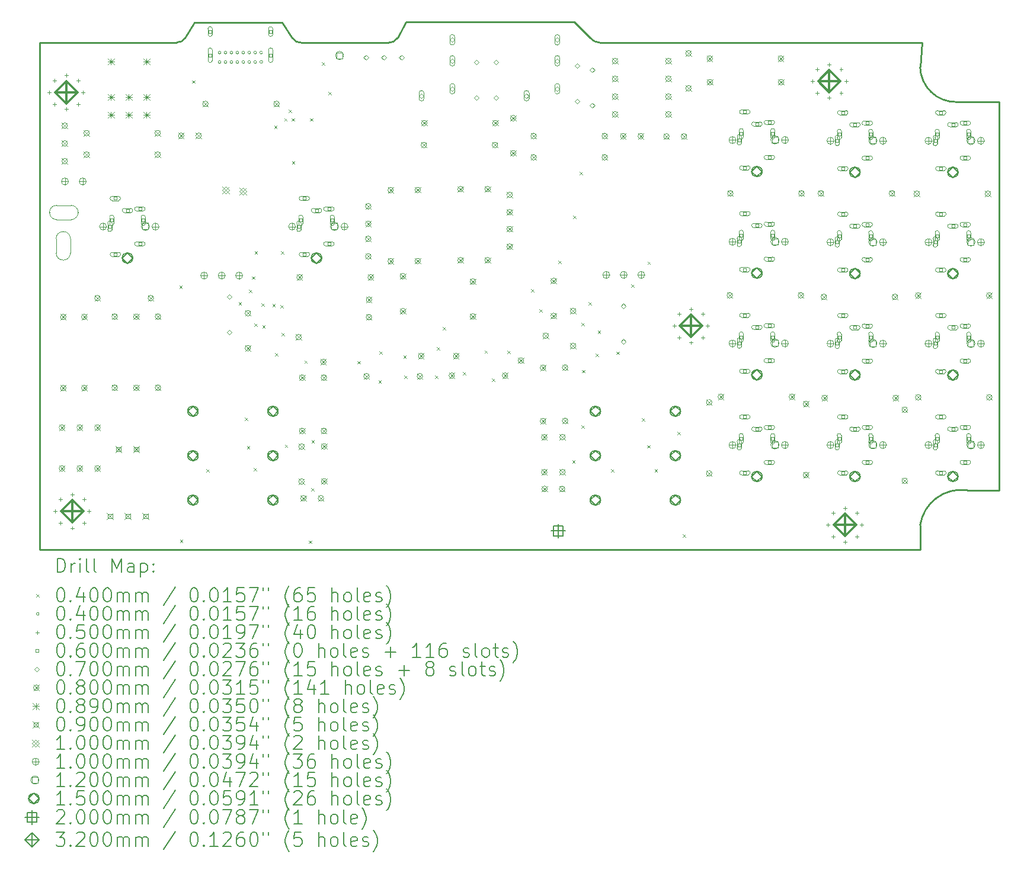
<source format=gbr>
%TF.GenerationSoftware,KiCad,Pcbnew,8.0.1*%
%TF.CreationDate,2024-04-29T14:01:51+02:00*%
%TF.ProjectId,spider2,73706964-6572-4322-9e6b-696361645f70,rev?*%
%TF.SameCoordinates,Original*%
%TF.FileFunction,Drillmap*%
%TF.FilePolarity,Positive*%
%FSLAX45Y45*%
G04 Gerber Fmt 4.5, Leading zero omitted, Abs format (unit mm)*
G04 Created by KiCad (PCBNEW 8.0.1) date 2024-04-29 14:01:51*
%MOMM*%
%LPD*%
G01*
G04 APERTURE LIST*
%ADD10C,0.254000*%
%ADD11C,0.100000*%
%ADD12C,0.200000*%
%ADD13C,0.120000*%
%ADD14C,0.150000*%
%ADD15C,0.320000*%
G04 APERTURE END LIST*
D10*
X18873422Y-2994112D02*
X18990000Y-2760000D01*
X26864460Y-3909160D02*
G75*
G02*
X26339460Y-3409160I-12500J512500D01*
G01*
X17227500Y-2776160D02*
X17369000Y-2994000D01*
X18873422Y-2994112D02*
G75*
G02*
X18747000Y-3061000I-119002J72002D01*
G01*
X17495422Y-3060888D02*
X18747000Y-3061000D01*
X26339460Y-10309160D02*
X26339460Y-9959160D01*
D11*
X14309289Y-5485711D02*
X14309289Y-5490000D01*
X14309289Y-5490000D02*
G75*
G02*
X14209289Y-5589999I-99999J0D01*
G01*
D10*
X27014460Y-9459160D02*
X27464460Y-9459160D01*
X15838954Y-2992061D02*
G75*
G02*
X15712533Y-3058952I-119004J72001D01*
G01*
D11*
X13900711Y-5485711D02*
X13900711Y-5490000D01*
D10*
X15838954Y-2992061D02*
X15967500Y-2776160D01*
D11*
X14000711Y-5590000D02*
G75*
G02*
X13900710Y-5490000I-1J100000D01*
G01*
D10*
X13764460Y-10309160D02*
X26339460Y-10309160D01*
X27464460Y-9459160D02*
X27464460Y-3909160D01*
D11*
X13900711Y-5485711D02*
G75*
G02*
X14000711Y-5385711I99999J1D01*
G01*
D10*
X21757980Y-3058410D02*
G75*
G02*
X21629304Y-2995972I2610J169190D01*
G01*
D11*
X13995000Y-5860711D02*
G75*
G02*
X14095000Y-5760710I100000J1D01*
G01*
D10*
X13764460Y-3059160D02*
X15712533Y-3058949D01*
D11*
X13995000Y-6069289D02*
X13995000Y-5860711D01*
X14095000Y-6169289D02*
G75*
G02*
X13995000Y-6069289I0J100000D01*
G01*
D10*
X17495422Y-3060888D02*
G75*
G02*
X17369000Y-2994000I-7422J138888D01*
G01*
X26339460Y-9959160D02*
G75*
G02*
X27014460Y-9459160I587500J-87500D01*
G01*
D11*
X14099289Y-5760711D02*
X14095000Y-5760711D01*
D10*
X21757980Y-3058410D02*
X26364460Y-3059160D01*
X15967500Y-2776160D02*
X17227500Y-2776160D01*
X13764460Y-3059160D02*
X13764460Y-10309160D01*
X18990000Y-2760000D02*
X21397500Y-2760000D01*
X26364460Y-3059160D02*
X26339460Y-3409160D01*
D11*
X14199289Y-6069289D02*
X14199289Y-5860711D01*
X14199289Y-6069289D02*
G75*
G02*
X14099289Y-6169289I-99999J-1D01*
G01*
X14209289Y-5590000D02*
X14000711Y-5590000D01*
X14099289Y-6169289D02*
X14095000Y-6169289D01*
X14209289Y-5385711D02*
X14000711Y-5385711D01*
X14209289Y-5385711D02*
G75*
G02*
X14309289Y-5485711I1J-99999D01*
G01*
D10*
X26864460Y-3909160D02*
X27464460Y-3909160D01*
D11*
X14099289Y-5760711D02*
G75*
G02*
X14199289Y-5860711I1J-99999D01*
G01*
D10*
X21397500Y-2760000D02*
X21629301Y-2995975D01*
D12*
D11*
X15755000Y-6532000D02*
X15795000Y-6572000D01*
X15795000Y-6532000D02*
X15755000Y-6572000D01*
X15764000Y-10166000D02*
X15804000Y-10206000D01*
X15804000Y-10166000D02*
X15764000Y-10206000D01*
X15940000Y-3600000D02*
X15980000Y-3640000D01*
X15980000Y-3600000D02*
X15940000Y-3640000D01*
X16142000Y-9156000D02*
X16182000Y-9196000D01*
X16182000Y-9156000D02*
X16142000Y-9196000D01*
X16603000Y-6769000D02*
X16643000Y-6809000D01*
X16643000Y-6769000D02*
X16603000Y-6809000D01*
X16689000Y-8423000D02*
X16729000Y-8463000D01*
X16729000Y-8423000D02*
X16689000Y-8463000D01*
X16720000Y-8828000D02*
X16760000Y-8868000D01*
X16760000Y-8828000D02*
X16720000Y-8868000D01*
X16751000Y-6593000D02*
X16791000Y-6633000D01*
X16791000Y-6593000D02*
X16751000Y-6633000D01*
X16795000Y-6401000D02*
X16835000Y-6441000D01*
X16835000Y-6401000D02*
X16795000Y-6441000D01*
X16818000Y-9142000D02*
X16858000Y-9182000D01*
X16858000Y-9142000D02*
X16818000Y-9182000D01*
X16826000Y-7077000D02*
X16866000Y-7117000D01*
X16866000Y-7077000D02*
X16826000Y-7117000D01*
X16830000Y-6040000D02*
X16870000Y-6080000D01*
X16870000Y-6040000D02*
X16830000Y-6080000D01*
X16927000Y-6787000D02*
X16967000Y-6827000D01*
X16967000Y-6787000D02*
X16927000Y-6827000D01*
X16940000Y-7100000D02*
X16980000Y-7140000D01*
X16980000Y-7100000D02*
X16940000Y-7140000D01*
X17084000Y-6798000D02*
X17124000Y-6838000D01*
X17124000Y-6798000D02*
X17084000Y-6838000D01*
X17110000Y-4245000D02*
X17150000Y-4285000D01*
X17150000Y-4245000D02*
X17110000Y-4285000D01*
X17120000Y-7500000D02*
X17160000Y-7540000D01*
X17160000Y-7500000D02*
X17120000Y-7540000D01*
X17198000Y-6811000D02*
X17238000Y-6851000D01*
X17238000Y-6811000D02*
X17198000Y-6851000D01*
X17210000Y-6040000D02*
X17250000Y-6080000D01*
X17250000Y-6040000D02*
X17210000Y-6080000D01*
X17218000Y-7213000D02*
X17258000Y-7253000D01*
X17258000Y-7213000D02*
X17218000Y-7253000D01*
X17255000Y-4140000D02*
X17295000Y-4180000D01*
X17295000Y-4140000D02*
X17255000Y-4180000D01*
X17262000Y-8806000D02*
X17302000Y-8846000D01*
X17302000Y-8806000D02*
X17262000Y-8846000D01*
X17320000Y-4020000D02*
X17360000Y-4060000D01*
X17360000Y-4020000D02*
X17320000Y-4060000D01*
X17360000Y-4140000D02*
X17400000Y-4180000D01*
X17400000Y-4140000D02*
X17360000Y-4180000D01*
X17365000Y-4755000D02*
X17405000Y-4795000D01*
X17405000Y-4755000D02*
X17365000Y-4795000D01*
X17541000Y-7605000D02*
X17581000Y-7645000D01*
X17581000Y-7605000D02*
X17541000Y-7645000D01*
X17608000Y-10178000D02*
X17648000Y-10218000D01*
X17648000Y-10178000D02*
X17608000Y-10218000D01*
X17620000Y-4140000D02*
X17660000Y-4180000D01*
X17660000Y-4140000D02*
X17620000Y-4180000D01*
X17640000Y-9430000D02*
X17680000Y-9470000D01*
X17680000Y-9430000D02*
X17640000Y-9470000D01*
X17643000Y-8742000D02*
X17683000Y-8782000D01*
X17683000Y-8742000D02*
X17643000Y-8782000D01*
X17790000Y-3340000D02*
X17830000Y-3380000D01*
X17830000Y-3340000D02*
X17790000Y-3380000D01*
X17885000Y-3765000D02*
X17925000Y-3805000D01*
X17925000Y-3765000D02*
X17885000Y-3805000D01*
X18297000Y-7613000D02*
X18337000Y-7653000D01*
X18337000Y-7613000D02*
X18297000Y-7653000D01*
X18600000Y-7890000D02*
X18640000Y-7930000D01*
X18640000Y-7890000D02*
X18600000Y-7930000D01*
X18614000Y-7474000D02*
X18654000Y-7514000D01*
X18654000Y-7474000D02*
X18614000Y-7514000D01*
X18955000Y-7530000D02*
X18995000Y-7570000D01*
X18995000Y-7530000D02*
X18955000Y-7570000D01*
X18968000Y-7819000D02*
X19008000Y-7859000D01*
X19008000Y-7819000D02*
X18968000Y-7859000D01*
X19408000Y-7822000D02*
X19448000Y-7862000D01*
X19448000Y-7822000D02*
X19408000Y-7862000D01*
X19436000Y-7416000D02*
X19476000Y-7456000D01*
X19476000Y-7416000D02*
X19436000Y-7456000D01*
X19522000Y-7124000D02*
X19562000Y-7164000D01*
X19562000Y-7124000D02*
X19522000Y-7164000D01*
X19805000Y-7772000D02*
X19845000Y-7812000D01*
X19845000Y-7772000D02*
X19805000Y-7812000D01*
X20116000Y-7460000D02*
X20156000Y-7500000D01*
X20156000Y-7460000D02*
X20116000Y-7500000D01*
X20220000Y-7860000D02*
X20260000Y-7900000D01*
X20260000Y-7860000D02*
X20220000Y-7900000D01*
X20445000Y-7462000D02*
X20485000Y-7502000D01*
X20485000Y-7462000D02*
X20445000Y-7502000D01*
X20783000Y-6585000D02*
X20823000Y-6625000D01*
X20823000Y-6585000D02*
X20783000Y-6625000D01*
X20899000Y-6872000D02*
X20939000Y-6912000D01*
X20939000Y-6872000D02*
X20899000Y-6912000D01*
X21168000Y-6180000D02*
X21208000Y-6220000D01*
X21208000Y-6180000D02*
X21168000Y-6220000D01*
X21370000Y-9030000D02*
X21410000Y-9070000D01*
X21410000Y-9030000D02*
X21370000Y-9070000D01*
X21382000Y-5532000D02*
X21422000Y-5572000D01*
X21422000Y-5532000D02*
X21382000Y-5572000D01*
X21475000Y-4909000D02*
X21515000Y-4949000D01*
X21515000Y-4909000D02*
X21475000Y-4949000D01*
X21500000Y-8530000D02*
X21540000Y-8570000D01*
X21540000Y-8530000D02*
X21500000Y-8570000D01*
X21501000Y-7065000D02*
X21541000Y-7105000D01*
X21541000Y-7065000D02*
X21501000Y-7105000D01*
X21508000Y-7740000D02*
X21548000Y-7780000D01*
X21548000Y-7740000D02*
X21508000Y-7780000D01*
X21600000Y-6770000D02*
X21640000Y-6810000D01*
X21640000Y-6770000D02*
X21600000Y-6810000D01*
X21704000Y-7504000D02*
X21744000Y-7544000D01*
X21744000Y-7504000D02*
X21704000Y-7544000D01*
X21733000Y-7174000D02*
X21773000Y-7214000D01*
X21773000Y-7174000D02*
X21733000Y-7214000D01*
X21925000Y-9158000D02*
X21965000Y-9198000D01*
X21965000Y-9158000D02*
X21925000Y-9198000D01*
X21998000Y-7476000D02*
X22038000Y-7516000D01*
X22038000Y-7476000D02*
X21998000Y-7516000D01*
X22212000Y-6516000D02*
X22252000Y-6556000D01*
X22252000Y-6516000D02*
X22212000Y-6556000D01*
X22363000Y-8432000D02*
X22403000Y-8472000D01*
X22403000Y-8432000D02*
X22363000Y-8472000D01*
X22440000Y-8815000D02*
X22480000Y-8855000D01*
X22480000Y-8815000D02*
X22440000Y-8855000D01*
X22444000Y-6190000D02*
X22484000Y-6230000D01*
X22484000Y-6190000D02*
X22444000Y-6230000D01*
X22545000Y-9159000D02*
X22585000Y-9199000D01*
X22585000Y-9159000D02*
X22545000Y-9199000D01*
X22869000Y-8624000D02*
X22909000Y-8664000D01*
X22909000Y-8624000D02*
X22869000Y-8664000D01*
X22950000Y-10090000D02*
X22990000Y-10130000D01*
X22990000Y-10090000D02*
X22950000Y-10130000D01*
X16350000Y-3202500D02*
G75*
G02*
X16310000Y-3202500I-20000J0D01*
G01*
X16310000Y-3202500D02*
G75*
G02*
X16350000Y-3202500I20000J0D01*
G01*
X16350000Y-3337500D02*
G75*
G02*
X16310000Y-3337500I-20000J0D01*
G01*
X16310000Y-3337500D02*
G75*
G02*
X16350000Y-3337500I20000J0D01*
G01*
X16435000Y-3202500D02*
G75*
G02*
X16395000Y-3202500I-20000J0D01*
G01*
X16395000Y-3202500D02*
G75*
G02*
X16435000Y-3202500I20000J0D01*
G01*
X16435000Y-3337500D02*
G75*
G02*
X16395000Y-3337500I-20000J0D01*
G01*
X16395000Y-3337500D02*
G75*
G02*
X16435000Y-3337500I20000J0D01*
G01*
X16520000Y-3202500D02*
G75*
G02*
X16480000Y-3202500I-20000J0D01*
G01*
X16480000Y-3202500D02*
G75*
G02*
X16520000Y-3202500I20000J0D01*
G01*
X16520000Y-3337500D02*
G75*
G02*
X16480000Y-3337500I-20000J0D01*
G01*
X16480000Y-3337500D02*
G75*
G02*
X16520000Y-3337500I20000J0D01*
G01*
X16605000Y-3202500D02*
G75*
G02*
X16565000Y-3202500I-20000J0D01*
G01*
X16565000Y-3202500D02*
G75*
G02*
X16605000Y-3202500I20000J0D01*
G01*
X16605000Y-3337500D02*
G75*
G02*
X16565000Y-3337500I-20000J0D01*
G01*
X16565000Y-3337500D02*
G75*
G02*
X16605000Y-3337500I20000J0D01*
G01*
X16690000Y-3202500D02*
G75*
G02*
X16650000Y-3202500I-20000J0D01*
G01*
X16650000Y-3202500D02*
G75*
G02*
X16690000Y-3202500I20000J0D01*
G01*
X16690000Y-3337500D02*
G75*
G02*
X16650000Y-3337500I-20000J0D01*
G01*
X16650000Y-3337500D02*
G75*
G02*
X16690000Y-3337500I20000J0D01*
G01*
X16775000Y-3202500D02*
G75*
G02*
X16735000Y-3202500I-20000J0D01*
G01*
X16735000Y-3202500D02*
G75*
G02*
X16775000Y-3202500I20000J0D01*
G01*
X16775000Y-3337500D02*
G75*
G02*
X16735000Y-3337500I-20000J0D01*
G01*
X16735000Y-3337500D02*
G75*
G02*
X16775000Y-3337500I20000J0D01*
G01*
X16860000Y-3202500D02*
G75*
G02*
X16820000Y-3202500I-20000J0D01*
G01*
X16820000Y-3202500D02*
G75*
G02*
X16860000Y-3202500I20000J0D01*
G01*
X16860000Y-3337500D02*
G75*
G02*
X16820000Y-3337500I-20000J0D01*
G01*
X16820000Y-3337500D02*
G75*
G02*
X16860000Y-3337500I20000J0D01*
G01*
X16945000Y-3202500D02*
G75*
G02*
X16905000Y-3202500I-20000J0D01*
G01*
X16905000Y-3202500D02*
G75*
G02*
X16945000Y-3202500I20000J0D01*
G01*
X16945000Y-3337500D02*
G75*
G02*
X16905000Y-3337500I-20000J0D01*
G01*
X16905000Y-3337500D02*
G75*
G02*
X16945000Y-3337500I20000J0D01*
G01*
X13899460Y-3744160D02*
X13899460Y-3794160D01*
X13874460Y-3769160D02*
X13924460Y-3769160D01*
X13969754Y-3574454D02*
X13969754Y-3624454D01*
X13944754Y-3599454D02*
X13994754Y-3599454D01*
X13969754Y-3913866D02*
X13969754Y-3963866D01*
X13944754Y-3938866D02*
X13994754Y-3938866D01*
X13984000Y-9734000D02*
X13984000Y-9784000D01*
X13959000Y-9759000D02*
X14009000Y-9759000D01*
X14054294Y-9564294D02*
X14054294Y-9614294D01*
X14029294Y-9589294D02*
X14079294Y-9589294D01*
X14054294Y-9903706D02*
X14054294Y-9953706D01*
X14029294Y-9928706D02*
X14079294Y-9928706D01*
X14139460Y-3504160D02*
X14139460Y-3554160D01*
X14114460Y-3529160D02*
X14164460Y-3529160D01*
X14139460Y-3984160D02*
X14139460Y-4034160D01*
X14114460Y-4009160D02*
X14164460Y-4009160D01*
X14224000Y-9494000D02*
X14224000Y-9544000D01*
X14199000Y-9519000D02*
X14249000Y-9519000D01*
X14224000Y-9974000D02*
X14224000Y-10024000D01*
X14199000Y-9999000D02*
X14249000Y-9999000D01*
X14309166Y-3574454D02*
X14309166Y-3624454D01*
X14284166Y-3599454D02*
X14334166Y-3599454D01*
X14309166Y-3913866D02*
X14309166Y-3963866D01*
X14284166Y-3938866D02*
X14334166Y-3938866D01*
X14379460Y-3744160D02*
X14379460Y-3794160D01*
X14354460Y-3769160D02*
X14404460Y-3769160D01*
X14393706Y-9564294D02*
X14393706Y-9614294D01*
X14368706Y-9589294D02*
X14418706Y-9589294D01*
X14393706Y-9903706D02*
X14393706Y-9953706D01*
X14368706Y-9928706D02*
X14418706Y-9928706D01*
X14464000Y-9734000D02*
X14464000Y-9784000D01*
X14439000Y-9759000D02*
X14489000Y-9759000D01*
X22826014Y-7083826D02*
X22826014Y-7133826D01*
X22801014Y-7108826D02*
X22851014Y-7108826D01*
X22896309Y-6914120D02*
X22896309Y-6964120D01*
X22871309Y-6939120D02*
X22921309Y-6939120D01*
X22896309Y-7253532D02*
X22896309Y-7303532D01*
X22871309Y-7278532D02*
X22921309Y-7278532D01*
X23066014Y-6843826D02*
X23066014Y-6893826D01*
X23041014Y-6868826D02*
X23091014Y-6868826D01*
X23066014Y-7323826D02*
X23066014Y-7373826D01*
X23041014Y-7348826D02*
X23091014Y-7348826D01*
X23235720Y-6914120D02*
X23235720Y-6964120D01*
X23210720Y-6939120D02*
X23260720Y-6939120D01*
X23235720Y-7253532D02*
X23235720Y-7303532D01*
X23210720Y-7278532D02*
X23260720Y-7278532D01*
X23306014Y-7083826D02*
X23306014Y-7133826D01*
X23281014Y-7108826D02*
X23331014Y-7108826D01*
X24801953Y-3585246D02*
X24801953Y-3635246D01*
X24776953Y-3610246D02*
X24826953Y-3610246D01*
X24872248Y-3415540D02*
X24872248Y-3465540D01*
X24847248Y-3440540D02*
X24897248Y-3440540D01*
X24872248Y-3754952D02*
X24872248Y-3804952D01*
X24847248Y-3779952D02*
X24897248Y-3779952D01*
X25025000Y-9930000D02*
X25025000Y-9980000D01*
X25000000Y-9955000D02*
X25050000Y-9955000D01*
X25041953Y-3345246D02*
X25041953Y-3395246D01*
X25016953Y-3370246D02*
X25066953Y-3370246D01*
X25041953Y-3825246D02*
X25041953Y-3875246D01*
X25016953Y-3850246D02*
X25066953Y-3850246D01*
X25095294Y-9760294D02*
X25095294Y-9810294D01*
X25070294Y-9785294D02*
X25120294Y-9785294D01*
X25095294Y-10099706D02*
X25095294Y-10149706D01*
X25070294Y-10124706D02*
X25120294Y-10124706D01*
X25211659Y-3415540D02*
X25211659Y-3465540D01*
X25186659Y-3440540D02*
X25236659Y-3440540D01*
X25211659Y-3754952D02*
X25211659Y-3804952D01*
X25186659Y-3779952D02*
X25236659Y-3779952D01*
X25265000Y-9690000D02*
X25265000Y-9740000D01*
X25240000Y-9715000D02*
X25290000Y-9715000D01*
X25265000Y-10170000D02*
X25265000Y-10220000D01*
X25240000Y-10195000D02*
X25290000Y-10195000D01*
X25281953Y-3585246D02*
X25281953Y-3635246D01*
X25256953Y-3610246D02*
X25306953Y-3610246D01*
X25434706Y-9760294D02*
X25434706Y-9810294D01*
X25409706Y-9785294D02*
X25459706Y-9785294D01*
X25434706Y-10099706D02*
X25434706Y-10149706D01*
X25409706Y-10124706D02*
X25459706Y-10124706D01*
X25505000Y-9930000D02*
X25505000Y-9980000D01*
X25480000Y-9955000D02*
X25530000Y-9955000D01*
X14782733Y-5708185D02*
X14782733Y-5665758D01*
X14740306Y-5665758D01*
X14740306Y-5708185D01*
X14782733Y-5708185D01*
X14791520Y-5731971D02*
X14791520Y-5641971D01*
X14731520Y-5641971D02*
G75*
G02*
X14791520Y-5641971I30000J0D01*
G01*
X14731520Y-5641971D02*
X14731520Y-5731971D01*
X14731520Y-5731971D02*
G75*
G03*
X14791520Y-5731971I30000J0D01*
G01*
X14810661Y-5620810D02*
X14810661Y-5578383D01*
X14768234Y-5578383D01*
X14768234Y-5620810D01*
X14810661Y-5620810D01*
X14759448Y-5554597D02*
X14759448Y-5644596D01*
X14819448Y-5644596D02*
G75*
G02*
X14759448Y-5644596I-30000J0D01*
G01*
X14819448Y-5644596D02*
X14819448Y-5554597D01*
X14819448Y-5554597D02*
G75*
G03*
X14759448Y-5554597I-30000J0D01*
G01*
X14862733Y-5308185D02*
X14862733Y-5265758D01*
X14820306Y-5265758D01*
X14820306Y-5308185D01*
X14862733Y-5308185D01*
X14796520Y-5316971D02*
X14886520Y-5316971D01*
X14886520Y-5256971D02*
G75*
G02*
X14886520Y-5316971I0J-30000D01*
G01*
X14886520Y-5256971D02*
X14796520Y-5256971D01*
X14796520Y-5256971D02*
G75*
G03*
X14796520Y-5316971I0J-30000D01*
G01*
X14862733Y-6108185D02*
X14862733Y-6065758D01*
X14820306Y-6065758D01*
X14820306Y-6108185D01*
X14862733Y-6108185D01*
X14796520Y-6116971D02*
X14886520Y-6116971D01*
X14886520Y-6056971D02*
G75*
G02*
X14886520Y-6116971I0J-30000D01*
G01*
X14886520Y-6056971D02*
X14796520Y-6056971D01*
X14796520Y-6056971D02*
G75*
G03*
X14796520Y-6116971I0J-30000D01*
G01*
X15035661Y-5480810D02*
X15035661Y-5438383D01*
X14993234Y-5438383D01*
X14993234Y-5480810D01*
X15035661Y-5480810D01*
X14969448Y-5489597D02*
X15059448Y-5489597D01*
X15059448Y-5429597D02*
G75*
G02*
X15059448Y-5489597I0J-30000D01*
G01*
X15059448Y-5429597D02*
X14969448Y-5429597D01*
X14969448Y-5429597D02*
G75*
G03*
X14969448Y-5489597I0J-30000D01*
G01*
X15212733Y-5458185D02*
X15212733Y-5415758D01*
X15170306Y-5415758D01*
X15170306Y-5458185D01*
X15212733Y-5458185D01*
X15146520Y-5466971D02*
X15236520Y-5466971D01*
X15236520Y-5406971D02*
G75*
G02*
X15236520Y-5466971I0J-30000D01*
G01*
X15236520Y-5406971D02*
X15146520Y-5406971D01*
X15146520Y-5406971D02*
G75*
G03*
X15146520Y-5466971I0J-30000D01*
G01*
X15212733Y-5958185D02*
X15212733Y-5915758D01*
X15170306Y-5915758D01*
X15170306Y-5958185D01*
X15212733Y-5958185D01*
X15146520Y-5966971D02*
X15236520Y-5966971D01*
X15236520Y-5906971D02*
G75*
G02*
X15236520Y-5966971I0J-30000D01*
G01*
X15236520Y-5906971D02*
X15146520Y-5906971D01*
X15146520Y-5906971D02*
G75*
G03*
X15146520Y-5966971I0J-30000D01*
G01*
X15260661Y-5620810D02*
X15260661Y-5578383D01*
X15218234Y-5578383D01*
X15218234Y-5620810D01*
X15260661Y-5620810D01*
X15209448Y-5554597D02*
X15209448Y-5644596D01*
X15269448Y-5644596D02*
G75*
G02*
X15209448Y-5644596I-30000J0D01*
G01*
X15269448Y-5644596D02*
X15269448Y-5554597D01*
X15269448Y-5554597D02*
G75*
G03*
X15209448Y-5554597I-30000J0D01*
G01*
X16216213Y-2922713D02*
X16216213Y-2880287D01*
X16173787Y-2880287D01*
X16173787Y-2922713D01*
X16216213Y-2922713D01*
X16225000Y-2941500D02*
X16225000Y-2861500D01*
X16165000Y-2861500D02*
G75*
G02*
X16225000Y-2861500I30000J0D01*
G01*
X16165000Y-2861500D02*
X16165000Y-2941500D01*
X16165000Y-2941500D02*
G75*
G03*
X16225000Y-2941500I30000J0D01*
G01*
X16216213Y-3260713D02*
X16216213Y-3218287D01*
X16173787Y-3218287D01*
X16173787Y-3260713D01*
X16216213Y-3260713D01*
X16225000Y-3314500D02*
X16225000Y-3164500D01*
X16165000Y-3164500D02*
G75*
G02*
X16225000Y-3164500I30000J0D01*
G01*
X16165000Y-3164500D02*
X16165000Y-3314500D01*
X16165000Y-3314500D02*
G75*
G03*
X16225000Y-3314500I30000J0D01*
G01*
X17081213Y-2922713D02*
X17081213Y-2880287D01*
X17038787Y-2880287D01*
X17038787Y-2922713D01*
X17081213Y-2922713D01*
X17090000Y-2941500D02*
X17090000Y-2861500D01*
X17030000Y-2861500D02*
G75*
G02*
X17090000Y-2861500I30000J0D01*
G01*
X17030000Y-2861500D02*
X17030000Y-2941500D01*
X17030000Y-2941500D02*
G75*
G03*
X17090000Y-2941500I30000J0D01*
G01*
X17081213Y-3260713D02*
X17081213Y-3218287D01*
X17038787Y-3218287D01*
X17038787Y-3260713D01*
X17081213Y-3260713D01*
X17090000Y-3314500D02*
X17090000Y-3164500D01*
X17030000Y-3164500D02*
G75*
G02*
X17090000Y-3164500I30000J0D01*
G01*
X17030000Y-3164500D02*
X17030000Y-3314500D01*
X17030000Y-3314500D02*
G75*
G03*
X17090000Y-3314500I30000J0D01*
G01*
X17483620Y-5708038D02*
X17483620Y-5665611D01*
X17441193Y-5665611D01*
X17441193Y-5708038D01*
X17483620Y-5708038D01*
X17492407Y-5731825D02*
X17492407Y-5641825D01*
X17432407Y-5641825D02*
G75*
G02*
X17492407Y-5641825I30000J0D01*
G01*
X17432407Y-5641825D02*
X17432407Y-5731825D01*
X17432407Y-5731825D02*
G75*
G03*
X17492407Y-5731825I30000J0D01*
G01*
X17511548Y-5620664D02*
X17511548Y-5578237D01*
X17469121Y-5578237D01*
X17469121Y-5620664D01*
X17511548Y-5620664D01*
X17460334Y-5554450D02*
X17460334Y-5644450D01*
X17520334Y-5644450D02*
G75*
G02*
X17460334Y-5644450I-30000J0D01*
G01*
X17520334Y-5644450D02*
X17520334Y-5554450D01*
X17520334Y-5554450D02*
G75*
G03*
X17460334Y-5554450I-30000J0D01*
G01*
X17563620Y-5308038D02*
X17563620Y-5265612D01*
X17521193Y-5265612D01*
X17521193Y-5308038D01*
X17563620Y-5308038D01*
X17497407Y-5316825D02*
X17587407Y-5316825D01*
X17587407Y-5256825D02*
G75*
G02*
X17587407Y-5316825I0J-30000D01*
G01*
X17587407Y-5256825D02*
X17497407Y-5256825D01*
X17497407Y-5256825D02*
G75*
G03*
X17497407Y-5316825I0J-30000D01*
G01*
X17563620Y-6108038D02*
X17563620Y-6065611D01*
X17521193Y-6065611D01*
X17521193Y-6108038D01*
X17563620Y-6108038D01*
X17497407Y-6116825D02*
X17587407Y-6116825D01*
X17587407Y-6056825D02*
G75*
G02*
X17587407Y-6116825I0J-30000D01*
G01*
X17587407Y-6056825D02*
X17497407Y-6056825D01*
X17497407Y-6056825D02*
G75*
G03*
X17497407Y-6116825I0J-30000D01*
G01*
X17736548Y-5480664D02*
X17736548Y-5438237D01*
X17694121Y-5438237D01*
X17694121Y-5480664D01*
X17736548Y-5480664D01*
X17670334Y-5489450D02*
X17760334Y-5489450D01*
X17760334Y-5429450D02*
G75*
G02*
X17760334Y-5489450I0J-30000D01*
G01*
X17760334Y-5429450D02*
X17670334Y-5429450D01*
X17670334Y-5429450D02*
G75*
G03*
X17670334Y-5489450I0J-30000D01*
G01*
X17913620Y-5458038D02*
X17913620Y-5415612D01*
X17871193Y-5415612D01*
X17871193Y-5458038D01*
X17913620Y-5458038D01*
X17847407Y-5466825D02*
X17937407Y-5466825D01*
X17937407Y-5406825D02*
G75*
G02*
X17937407Y-5466825I0J-30000D01*
G01*
X17937407Y-5406825D02*
X17847407Y-5406825D01*
X17847407Y-5406825D02*
G75*
G03*
X17847407Y-5466825I0J-30000D01*
G01*
X17913620Y-5958038D02*
X17913620Y-5915611D01*
X17871193Y-5915611D01*
X17871193Y-5958038D01*
X17913620Y-5958038D01*
X17847407Y-5966825D02*
X17937407Y-5966825D01*
X17937407Y-5906825D02*
G75*
G02*
X17937407Y-5966825I0J-30000D01*
G01*
X17937407Y-5906825D02*
X17847407Y-5906825D01*
X17847407Y-5906825D02*
G75*
G03*
X17847407Y-5966825I0J-30000D01*
G01*
X17961548Y-5620664D02*
X17961548Y-5578237D01*
X17919121Y-5578237D01*
X17919121Y-5620664D01*
X17961548Y-5620664D01*
X17910334Y-5554450D02*
X17910334Y-5644450D01*
X17970334Y-5644450D02*
G75*
G02*
X17910334Y-5644450I-30000J0D01*
G01*
X17970334Y-5644450D02*
X17970334Y-5554450D01*
X17970334Y-5554450D02*
G75*
G03*
X17910334Y-5554450I-30000J0D01*
G01*
X23776125Y-8831213D02*
X23776125Y-8788787D01*
X23733698Y-8788787D01*
X23733698Y-8831213D01*
X23776125Y-8831213D01*
X23784911Y-8855000D02*
X23784911Y-8765000D01*
X23724911Y-8765000D02*
G75*
G02*
X23784911Y-8765000I30000J0D01*
G01*
X23724911Y-8765000D02*
X23724911Y-8855000D01*
X23724911Y-8855000D02*
G75*
G03*
X23784911Y-8855000I30000J0D01*
G01*
X23776213Y-4471213D02*
X23776213Y-4428787D01*
X23733787Y-4428787D01*
X23733787Y-4471213D01*
X23776213Y-4471213D01*
X23785000Y-4495000D02*
X23785000Y-4405000D01*
X23725000Y-4405000D02*
G75*
G02*
X23785000Y-4405000I30000J0D01*
G01*
X23725000Y-4405000D02*
X23725000Y-4495000D01*
X23725000Y-4495000D02*
G75*
G03*
X23785000Y-4495000I30000J0D01*
G01*
X23776213Y-5924547D02*
X23776213Y-5882120D01*
X23733787Y-5882120D01*
X23733787Y-5924547D01*
X23776213Y-5924547D01*
X23785000Y-5948333D02*
X23785000Y-5858333D01*
X23725000Y-5858333D02*
G75*
G02*
X23785000Y-5858333I30000J0D01*
G01*
X23725000Y-5858333D02*
X23725000Y-5948333D01*
X23725000Y-5948333D02*
G75*
G03*
X23785000Y-5948333I30000J0D01*
G01*
X23776213Y-7377880D02*
X23776213Y-7335453D01*
X23733787Y-7335453D01*
X23733787Y-7377880D01*
X23776213Y-7377880D01*
X23785000Y-7401667D02*
X23785000Y-7311667D01*
X23725000Y-7311667D02*
G75*
G02*
X23785000Y-7311667I30000J0D01*
G01*
X23725000Y-7311667D02*
X23725000Y-7401667D01*
X23725000Y-7401667D02*
G75*
G03*
X23785000Y-7401667I30000J0D01*
G01*
X23804052Y-8743839D02*
X23804052Y-8701412D01*
X23761626Y-8701412D01*
X23761626Y-8743839D01*
X23804052Y-8743839D01*
X23752839Y-8677625D02*
X23752839Y-8767625D01*
X23812839Y-8767625D02*
G75*
G02*
X23752839Y-8767625I-30000J0D01*
G01*
X23812839Y-8767625D02*
X23812839Y-8677625D01*
X23812839Y-8677625D02*
G75*
G03*
X23752839Y-8677625I-30000J0D01*
G01*
X23804141Y-4383839D02*
X23804141Y-4341412D01*
X23761714Y-4341412D01*
X23761714Y-4383839D01*
X23804141Y-4383839D01*
X23752928Y-4317625D02*
X23752928Y-4407625D01*
X23812928Y-4407625D02*
G75*
G02*
X23752928Y-4407625I-30000J0D01*
G01*
X23812928Y-4407625D02*
X23812928Y-4317625D01*
X23812928Y-4317625D02*
G75*
G03*
X23752928Y-4317625I-30000J0D01*
G01*
X23804141Y-5837172D02*
X23804141Y-5794745D01*
X23761714Y-5794745D01*
X23761714Y-5837172D01*
X23804141Y-5837172D01*
X23752928Y-5770959D02*
X23752928Y-5860959D01*
X23812928Y-5860959D02*
G75*
G02*
X23752928Y-5860959I-30000J0D01*
G01*
X23812928Y-5860959D02*
X23812928Y-5770959D01*
X23812928Y-5770959D02*
G75*
G03*
X23752928Y-5770959I-30000J0D01*
G01*
X23804141Y-7290505D02*
X23804141Y-7248078D01*
X23761714Y-7248078D01*
X23761714Y-7290505D01*
X23804141Y-7290505D01*
X23752928Y-7224292D02*
X23752928Y-7314292D01*
X23812928Y-7314292D02*
G75*
G02*
X23752928Y-7314292I-30000J0D01*
G01*
X23812928Y-7314292D02*
X23812928Y-7224292D01*
X23812928Y-7224292D02*
G75*
G03*
X23752928Y-7224292I-30000J0D01*
G01*
X23856125Y-8431213D02*
X23856125Y-8388787D01*
X23813698Y-8388787D01*
X23813698Y-8431213D01*
X23856125Y-8431213D01*
X23789911Y-8440000D02*
X23879911Y-8440000D01*
X23879911Y-8380000D02*
G75*
G02*
X23879911Y-8440000I0J-30000D01*
G01*
X23879911Y-8380000D02*
X23789911Y-8380000D01*
X23789911Y-8380000D02*
G75*
G03*
X23789911Y-8440000I0J-30000D01*
G01*
X23856125Y-9231213D02*
X23856125Y-9188787D01*
X23813698Y-9188787D01*
X23813698Y-9231213D01*
X23856125Y-9231213D01*
X23789911Y-9240000D02*
X23879911Y-9240000D01*
X23879911Y-9180000D02*
G75*
G02*
X23879911Y-9240000I0J-30000D01*
G01*
X23879911Y-9180000D02*
X23789911Y-9180000D01*
X23789911Y-9180000D02*
G75*
G03*
X23789911Y-9240000I0J-30000D01*
G01*
X23856213Y-4071213D02*
X23856213Y-4028787D01*
X23813787Y-4028787D01*
X23813787Y-4071213D01*
X23856213Y-4071213D01*
X23790000Y-4080000D02*
X23880000Y-4080000D01*
X23880000Y-4020000D02*
G75*
G02*
X23880000Y-4080000I0J-30000D01*
G01*
X23880000Y-4020000D02*
X23790000Y-4020000D01*
X23790000Y-4020000D02*
G75*
G03*
X23790000Y-4080000I0J-30000D01*
G01*
X23856213Y-4871213D02*
X23856213Y-4828787D01*
X23813787Y-4828787D01*
X23813787Y-4871213D01*
X23856213Y-4871213D01*
X23790000Y-4880000D02*
X23880000Y-4880000D01*
X23880000Y-4820000D02*
G75*
G02*
X23880000Y-4880000I0J-30000D01*
G01*
X23880000Y-4820000D02*
X23790000Y-4820000D01*
X23790000Y-4820000D02*
G75*
G03*
X23790000Y-4880000I0J-30000D01*
G01*
X23856213Y-5524547D02*
X23856213Y-5482120D01*
X23813787Y-5482120D01*
X23813787Y-5524547D01*
X23856213Y-5524547D01*
X23790000Y-5533333D02*
X23880000Y-5533333D01*
X23880000Y-5473333D02*
G75*
G02*
X23880000Y-5533333I0J-30000D01*
G01*
X23880000Y-5473333D02*
X23790000Y-5473333D01*
X23790000Y-5473333D02*
G75*
G03*
X23790000Y-5533333I0J-30000D01*
G01*
X23856213Y-6324547D02*
X23856213Y-6282120D01*
X23813787Y-6282120D01*
X23813787Y-6324547D01*
X23856213Y-6324547D01*
X23790000Y-6333333D02*
X23880000Y-6333333D01*
X23880000Y-6273333D02*
G75*
G02*
X23880000Y-6333333I0J-30000D01*
G01*
X23880000Y-6273333D02*
X23790000Y-6273333D01*
X23790000Y-6273333D02*
G75*
G03*
X23790000Y-6333333I0J-30000D01*
G01*
X23856213Y-6977880D02*
X23856213Y-6935453D01*
X23813787Y-6935453D01*
X23813787Y-6977880D01*
X23856213Y-6977880D01*
X23790000Y-6986667D02*
X23880000Y-6986667D01*
X23880000Y-6926667D02*
G75*
G02*
X23880000Y-6986667I0J-30000D01*
G01*
X23880000Y-6926667D02*
X23790000Y-6926667D01*
X23790000Y-6926667D02*
G75*
G03*
X23790000Y-6986667I0J-30000D01*
G01*
X23856213Y-7777880D02*
X23856213Y-7735453D01*
X23813787Y-7735453D01*
X23813787Y-7777880D01*
X23856213Y-7777880D01*
X23790000Y-7786667D02*
X23880000Y-7786667D01*
X23880000Y-7726667D02*
G75*
G02*
X23880000Y-7786667I0J-30000D01*
G01*
X23880000Y-7726667D02*
X23790000Y-7726667D01*
X23790000Y-7726667D02*
G75*
G03*
X23790000Y-7786667I0J-30000D01*
G01*
X24029052Y-8603839D02*
X24029052Y-8561412D01*
X23986626Y-8561412D01*
X23986626Y-8603839D01*
X24029052Y-8603839D01*
X23962839Y-8612625D02*
X24052839Y-8612625D01*
X24052839Y-8552625D02*
G75*
G02*
X24052839Y-8612625I0J-30000D01*
G01*
X24052839Y-8552625D02*
X23962839Y-8552625D01*
X23962839Y-8552625D02*
G75*
G03*
X23962839Y-8612625I0J-30000D01*
G01*
X24029141Y-4243839D02*
X24029141Y-4201412D01*
X23986714Y-4201412D01*
X23986714Y-4243839D01*
X24029141Y-4243839D01*
X23962928Y-4252625D02*
X24052928Y-4252625D01*
X24052928Y-4192625D02*
G75*
G02*
X24052928Y-4252625I0J-30000D01*
G01*
X24052928Y-4192625D02*
X23962928Y-4192625D01*
X23962928Y-4192625D02*
G75*
G03*
X23962928Y-4252625I0J-30000D01*
G01*
X24029141Y-5697172D02*
X24029141Y-5654745D01*
X23986714Y-5654745D01*
X23986714Y-5697172D01*
X24029141Y-5697172D01*
X23962928Y-5705959D02*
X24052928Y-5705959D01*
X24052928Y-5645959D02*
G75*
G02*
X24052928Y-5705959I0J-30000D01*
G01*
X24052928Y-5645959D02*
X23962928Y-5645959D01*
X23962928Y-5645959D02*
G75*
G03*
X23962928Y-5705959I0J-30000D01*
G01*
X24029141Y-7150505D02*
X24029141Y-7108078D01*
X23986714Y-7108078D01*
X23986714Y-7150505D01*
X24029141Y-7150505D01*
X23962928Y-7159292D02*
X24052928Y-7159292D01*
X24052928Y-7099292D02*
G75*
G02*
X24052928Y-7159292I0J-30000D01*
G01*
X24052928Y-7099292D02*
X23962928Y-7099292D01*
X23962928Y-7099292D02*
G75*
G03*
X23962928Y-7159292I0J-30000D01*
G01*
X24206125Y-8581213D02*
X24206125Y-8538787D01*
X24163698Y-8538787D01*
X24163698Y-8581213D01*
X24206125Y-8581213D01*
X24139911Y-8590000D02*
X24229911Y-8590000D01*
X24229911Y-8530000D02*
G75*
G02*
X24229911Y-8590000I0J-30000D01*
G01*
X24229911Y-8530000D02*
X24139911Y-8530000D01*
X24139911Y-8530000D02*
G75*
G03*
X24139911Y-8590000I0J-30000D01*
G01*
X24206125Y-9081213D02*
X24206125Y-9038787D01*
X24163698Y-9038787D01*
X24163698Y-9081213D01*
X24206125Y-9081213D01*
X24139911Y-9090000D02*
X24229911Y-9090000D01*
X24229911Y-9030000D02*
G75*
G02*
X24229911Y-9090000I0J-30000D01*
G01*
X24229911Y-9030000D02*
X24139911Y-9030000D01*
X24139911Y-9030000D02*
G75*
G03*
X24139911Y-9090000I0J-30000D01*
G01*
X24206213Y-4221213D02*
X24206213Y-4178787D01*
X24163787Y-4178787D01*
X24163787Y-4221213D01*
X24206213Y-4221213D01*
X24140000Y-4230000D02*
X24230000Y-4230000D01*
X24230000Y-4170000D02*
G75*
G02*
X24230000Y-4230000I0J-30000D01*
G01*
X24230000Y-4170000D02*
X24140000Y-4170000D01*
X24140000Y-4170000D02*
G75*
G03*
X24140000Y-4230000I0J-30000D01*
G01*
X24206213Y-4721213D02*
X24206213Y-4678787D01*
X24163787Y-4678787D01*
X24163787Y-4721213D01*
X24206213Y-4721213D01*
X24140000Y-4730000D02*
X24230000Y-4730000D01*
X24230000Y-4670000D02*
G75*
G02*
X24230000Y-4730000I0J-30000D01*
G01*
X24230000Y-4670000D02*
X24140000Y-4670000D01*
X24140000Y-4670000D02*
G75*
G03*
X24140000Y-4730000I0J-30000D01*
G01*
X24206213Y-5674547D02*
X24206213Y-5632120D01*
X24163787Y-5632120D01*
X24163787Y-5674547D01*
X24206213Y-5674547D01*
X24140000Y-5683333D02*
X24230000Y-5683333D01*
X24230000Y-5623333D02*
G75*
G02*
X24230000Y-5683333I0J-30000D01*
G01*
X24230000Y-5623333D02*
X24140000Y-5623333D01*
X24140000Y-5623333D02*
G75*
G03*
X24140000Y-5683333I0J-30000D01*
G01*
X24206213Y-6174547D02*
X24206213Y-6132120D01*
X24163787Y-6132120D01*
X24163787Y-6174547D01*
X24206213Y-6174547D01*
X24140000Y-6183333D02*
X24230000Y-6183333D01*
X24230000Y-6123333D02*
G75*
G02*
X24230000Y-6183333I0J-30000D01*
G01*
X24230000Y-6123333D02*
X24140000Y-6123333D01*
X24140000Y-6123333D02*
G75*
G03*
X24140000Y-6183333I0J-30000D01*
G01*
X24206213Y-7127880D02*
X24206213Y-7085453D01*
X24163787Y-7085453D01*
X24163787Y-7127880D01*
X24206213Y-7127880D01*
X24140000Y-7136667D02*
X24230000Y-7136667D01*
X24230000Y-7076667D02*
G75*
G02*
X24230000Y-7136667I0J-30000D01*
G01*
X24230000Y-7076667D02*
X24140000Y-7076667D01*
X24140000Y-7076667D02*
G75*
G03*
X24140000Y-7136667I0J-30000D01*
G01*
X24206213Y-7627880D02*
X24206213Y-7585453D01*
X24163787Y-7585453D01*
X24163787Y-7627880D01*
X24206213Y-7627880D01*
X24140000Y-7636667D02*
X24230000Y-7636667D01*
X24230000Y-7576667D02*
G75*
G02*
X24230000Y-7636667I0J-30000D01*
G01*
X24230000Y-7576667D02*
X24140000Y-7576667D01*
X24140000Y-7576667D02*
G75*
G03*
X24140000Y-7636667I0J-30000D01*
G01*
X24254052Y-8743839D02*
X24254052Y-8701412D01*
X24211626Y-8701412D01*
X24211626Y-8743839D01*
X24254052Y-8743839D01*
X24202839Y-8677625D02*
X24202839Y-8767625D01*
X24262839Y-8767625D02*
G75*
G02*
X24202839Y-8767625I-30000J0D01*
G01*
X24262839Y-8767625D02*
X24262839Y-8677625D01*
X24262839Y-8677625D02*
G75*
G03*
X24202839Y-8677625I-30000J0D01*
G01*
X24254141Y-4383839D02*
X24254141Y-4341412D01*
X24211714Y-4341412D01*
X24211714Y-4383839D01*
X24254141Y-4383839D01*
X24202928Y-4317625D02*
X24202928Y-4407625D01*
X24262928Y-4407625D02*
G75*
G02*
X24202928Y-4407625I-30000J0D01*
G01*
X24262928Y-4407625D02*
X24262928Y-4317625D01*
X24262928Y-4317625D02*
G75*
G03*
X24202928Y-4317625I-30000J0D01*
G01*
X24254141Y-5837172D02*
X24254141Y-5794745D01*
X24211714Y-5794745D01*
X24211714Y-5837172D01*
X24254141Y-5837172D01*
X24202928Y-5770959D02*
X24202928Y-5860959D01*
X24262928Y-5860959D02*
G75*
G02*
X24202928Y-5860959I-30000J0D01*
G01*
X24262928Y-5860959D02*
X24262928Y-5770959D01*
X24262928Y-5770959D02*
G75*
G03*
X24202928Y-5770959I-30000J0D01*
G01*
X24254141Y-7290505D02*
X24254141Y-7248078D01*
X24211714Y-7248078D01*
X24211714Y-7290505D01*
X24254141Y-7290505D01*
X24202928Y-7224292D02*
X24202928Y-7314292D01*
X24262928Y-7314292D02*
G75*
G02*
X24202928Y-7314292I-30000J0D01*
G01*
X24262928Y-7314292D02*
X24262928Y-7224292D01*
X24262928Y-7224292D02*
G75*
G03*
X24202928Y-7224292I-30000J0D01*
G01*
X25176125Y-8831213D02*
X25176125Y-8788787D01*
X25133698Y-8788787D01*
X25133698Y-8831213D01*
X25176125Y-8831213D01*
X25184911Y-8855000D02*
X25184911Y-8765000D01*
X25124911Y-8765000D02*
G75*
G02*
X25184911Y-8765000I30000J0D01*
G01*
X25124911Y-8765000D02*
X25124911Y-8855000D01*
X25124911Y-8855000D02*
G75*
G03*
X25184911Y-8855000I30000J0D01*
G01*
X25176213Y-4481213D02*
X25176213Y-4438787D01*
X25133787Y-4438787D01*
X25133787Y-4481213D01*
X25176213Y-4481213D01*
X25185000Y-4505000D02*
X25185000Y-4415000D01*
X25125000Y-4415000D02*
G75*
G02*
X25185000Y-4415000I30000J0D01*
G01*
X25125000Y-4415000D02*
X25125000Y-4505000D01*
X25125000Y-4505000D02*
G75*
G03*
X25185000Y-4505000I30000J0D01*
G01*
X25176213Y-5931213D02*
X25176213Y-5888787D01*
X25133787Y-5888787D01*
X25133787Y-5931213D01*
X25176213Y-5931213D01*
X25185000Y-5955000D02*
X25185000Y-5865000D01*
X25125000Y-5865000D02*
G75*
G02*
X25185000Y-5865000I30000J0D01*
G01*
X25125000Y-5865000D02*
X25125000Y-5955000D01*
X25125000Y-5955000D02*
G75*
G03*
X25185000Y-5955000I30000J0D01*
G01*
X25176213Y-7381213D02*
X25176213Y-7338787D01*
X25133787Y-7338787D01*
X25133787Y-7381213D01*
X25176213Y-7381213D01*
X25185000Y-7405000D02*
X25185000Y-7315000D01*
X25125000Y-7315000D02*
G75*
G02*
X25185000Y-7315000I30000J0D01*
G01*
X25125000Y-7315000D02*
X25125000Y-7405000D01*
X25125000Y-7405000D02*
G75*
G03*
X25185000Y-7405000I30000J0D01*
G01*
X25204052Y-8743839D02*
X25204052Y-8701412D01*
X25161626Y-8701412D01*
X25161626Y-8743839D01*
X25204052Y-8743839D01*
X25152839Y-8677625D02*
X25152839Y-8767625D01*
X25212839Y-8767625D02*
G75*
G02*
X25152839Y-8767625I-30000J0D01*
G01*
X25212839Y-8767625D02*
X25212839Y-8677625D01*
X25212839Y-8677625D02*
G75*
G03*
X25152839Y-8677625I-30000J0D01*
G01*
X25204141Y-4393839D02*
X25204141Y-4351412D01*
X25161714Y-4351412D01*
X25161714Y-4393839D01*
X25204141Y-4393839D01*
X25152928Y-4327625D02*
X25152928Y-4417625D01*
X25212928Y-4417625D02*
G75*
G02*
X25152928Y-4417625I-30000J0D01*
G01*
X25212928Y-4417625D02*
X25212928Y-4327625D01*
X25212928Y-4327625D02*
G75*
G03*
X25152928Y-4327625I-30000J0D01*
G01*
X25204141Y-5843839D02*
X25204141Y-5801412D01*
X25161714Y-5801412D01*
X25161714Y-5843839D01*
X25204141Y-5843839D01*
X25152928Y-5777625D02*
X25152928Y-5867625D01*
X25212928Y-5867625D02*
G75*
G02*
X25152928Y-5867625I-30000J0D01*
G01*
X25212928Y-5867625D02*
X25212928Y-5777625D01*
X25212928Y-5777625D02*
G75*
G03*
X25152928Y-5777625I-30000J0D01*
G01*
X25204141Y-7293839D02*
X25204141Y-7251412D01*
X25161714Y-7251412D01*
X25161714Y-7293839D01*
X25204141Y-7293839D01*
X25152928Y-7227625D02*
X25152928Y-7317625D01*
X25212928Y-7317625D02*
G75*
G02*
X25152928Y-7317625I-30000J0D01*
G01*
X25212928Y-7317625D02*
X25212928Y-7227625D01*
X25212928Y-7227625D02*
G75*
G03*
X25152928Y-7227625I-30000J0D01*
G01*
X25256125Y-8431213D02*
X25256125Y-8388787D01*
X25213698Y-8388787D01*
X25213698Y-8431213D01*
X25256125Y-8431213D01*
X25189911Y-8440000D02*
X25279911Y-8440000D01*
X25279911Y-8380000D02*
G75*
G02*
X25279911Y-8440000I0J-30000D01*
G01*
X25279911Y-8380000D02*
X25189911Y-8380000D01*
X25189911Y-8380000D02*
G75*
G03*
X25189911Y-8440000I0J-30000D01*
G01*
X25256125Y-9231213D02*
X25256125Y-9188787D01*
X25213698Y-9188787D01*
X25213698Y-9231213D01*
X25256125Y-9231213D01*
X25189911Y-9240000D02*
X25279911Y-9240000D01*
X25279911Y-9180000D02*
G75*
G02*
X25279911Y-9240000I0J-30000D01*
G01*
X25279911Y-9180000D02*
X25189911Y-9180000D01*
X25189911Y-9180000D02*
G75*
G03*
X25189911Y-9240000I0J-30000D01*
G01*
X25256213Y-4081213D02*
X25256213Y-4038787D01*
X25213787Y-4038787D01*
X25213787Y-4081213D01*
X25256213Y-4081213D01*
X25190000Y-4090000D02*
X25280000Y-4090000D01*
X25280000Y-4030000D02*
G75*
G02*
X25280000Y-4090000I0J-30000D01*
G01*
X25280000Y-4030000D02*
X25190000Y-4030000D01*
X25190000Y-4030000D02*
G75*
G03*
X25190000Y-4090000I0J-30000D01*
G01*
X25256213Y-4881213D02*
X25256213Y-4838787D01*
X25213787Y-4838787D01*
X25213787Y-4881213D01*
X25256213Y-4881213D01*
X25190000Y-4890000D02*
X25280000Y-4890000D01*
X25280000Y-4830000D02*
G75*
G02*
X25280000Y-4890000I0J-30000D01*
G01*
X25280000Y-4830000D02*
X25190000Y-4830000D01*
X25190000Y-4830000D02*
G75*
G03*
X25190000Y-4890000I0J-30000D01*
G01*
X25256213Y-5531213D02*
X25256213Y-5488787D01*
X25213787Y-5488787D01*
X25213787Y-5531213D01*
X25256213Y-5531213D01*
X25190000Y-5540000D02*
X25280000Y-5540000D01*
X25280000Y-5480000D02*
G75*
G02*
X25280000Y-5540000I0J-30000D01*
G01*
X25280000Y-5480000D02*
X25190000Y-5480000D01*
X25190000Y-5480000D02*
G75*
G03*
X25190000Y-5540000I0J-30000D01*
G01*
X25256213Y-6331213D02*
X25256213Y-6288787D01*
X25213787Y-6288787D01*
X25213787Y-6331213D01*
X25256213Y-6331213D01*
X25190000Y-6340000D02*
X25280000Y-6340000D01*
X25280000Y-6280000D02*
G75*
G02*
X25280000Y-6340000I0J-30000D01*
G01*
X25280000Y-6280000D02*
X25190000Y-6280000D01*
X25190000Y-6280000D02*
G75*
G03*
X25190000Y-6340000I0J-30000D01*
G01*
X25256213Y-6981213D02*
X25256213Y-6938787D01*
X25213787Y-6938787D01*
X25213787Y-6981213D01*
X25256213Y-6981213D01*
X25190000Y-6990000D02*
X25280000Y-6990000D01*
X25280000Y-6930000D02*
G75*
G02*
X25280000Y-6990000I0J-30000D01*
G01*
X25280000Y-6930000D02*
X25190000Y-6930000D01*
X25190000Y-6930000D02*
G75*
G03*
X25190000Y-6990000I0J-30000D01*
G01*
X25256213Y-7781213D02*
X25256213Y-7738787D01*
X25213787Y-7738787D01*
X25213787Y-7781213D01*
X25256213Y-7781213D01*
X25190000Y-7790000D02*
X25280000Y-7790000D01*
X25280000Y-7730000D02*
G75*
G02*
X25280000Y-7790000I0J-30000D01*
G01*
X25280000Y-7730000D02*
X25190000Y-7730000D01*
X25190000Y-7730000D02*
G75*
G03*
X25190000Y-7790000I0J-30000D01*
G01*
X25429052Y-8603839D02*
X25429052Y-8561412D01*
X25386626Y-8561412D01*
X25386626Y-8603839D01*
X25429052Y-8603839D01*
X25362839Y-8612625D02*
X25452839Y-8612625D01*
X25452839Y-8552625D02*
G75*
G02*
X25452839Y-8612625I0J-30000D01*
G01*
X25452839Y-8552625D02*
X25362839Y-8552625D01*
X25362839Y-8552625D02*
G75*
G03*
X25362839Y-8612625I0J-30000D01*
G01*
X25429141Y-4253839D02*
X25429141Y-4211412D01*
X25386714Y-4211412D01*
X25386714Y-4253839D01*
X25429141Y-4253839D01*
X25362928Y-4262625D02*
X25452928Y-4262625D01*
X25452928Y-4202625D02*
G75*
G02*
X25452928Y-4262625I0J-30000D01*
G01*
X25452928Y-4202625D02*
X25362928Y-4202625D01*
X25362928Y-4202625D02*
G75*
G03*
X25362928Y-4262625I0J-30000D01*
G01*
X25429141Y-5703839D02*
X25429141Y-5661412D01*
X25386714Y-5661412D01*
X25386714Y-5703839D01*
X25429141Y-5703839D01*
X25362928Y-5712625D02*
X25452928Y-5712625D01*
X25452928Y-5652625D02*
G75*
G02*
X25452928Y-5712625I0J-30000D01*
G01*
X25452928Y-5652625D02*
X25362928Y-5652625D01*
X25362928Y-5652625D02*
G75*
G03*
X25362928Y-5712625I0J-30000D01*
G01*
X25429141Y-7153839D02*
X25429141Y-7111412D01*
X25386714Y-7111412D01*
X25386714Y-7153839D01*
X25429141Y-7153839D01*
X25362928Y-7162625D02*
X25452928Y-7162625D01*
X25452928Y-7102625D02*
G75*
G02*
X25452928Y-7162625I0J-30000D01*
G01*
X25452928Y-7102625D02*
X25362928Y-7102625D01*
X25362928Y-7102625D02*
G75*
G03*
X25362928Y-7162625I0J-30000D01*
G01*
X25606125Y-8581213D02*
X25606125Y-8538787D01*
X25563698Y-8538787D01*
X25563698Y-8581213D01*
X25606125Y-8581213D01*
X25539911Y-8590000D02*
X25629911Y-8590000D01*
X25629911Y-8530000D02*
G75*
G02*
X25629911Y-8590000I0J-30000D01*
G01*
X25629911Y-8530000D02*
X25539911Y-8530000D01*
X25539911Y-8530000D02*
G75*
G03*
X25539911Y-8590000I0J-30000D01*
G01*
X25606125Y-9081213D02*
X25606125Y-9038787D01*
X25563698Y-9038787D01*
X25563698Y-9081213D01*
X25606125Y-9081213D01*
X25539911Y-9090000D02*
X25629911Y-9090000D01*
X25629911Y-9030000D02*
G75*
G02*
X25629911Y-9090000I0J-30000D01*
G01*
X25629911Y-9030000D02*
X25539911Y-9030000D01*
X25539911Y-9030000D02*
G75*
G03*
X25539911Y-9090000I0J-30000D01*
G01*
X25606213Y-4231213D02*
X25606213Y-4188787D01*
X25563787Y-4188787D01*
X25563787Y-4231213D01*
X25606213Y-4231213D01*
X25540000Y-4240000D02*
X25630000Y-4240000D01*
X25630000Y-4180000D02*
G75*
G02*
X25630000Y-4240000I0J-30000D01*
G01*
X25630000Y-4180000D02*
X25540000Y-4180000D01*
X25540000Y-4180000D02*
G75*
G03*
X25540000Y-4240000I0J-30000D01*
G01*
X25606213Y-4731213D02*
X25606213Y-4688787D01*
X25563787Y-4688787D01*
X25563787Y-4731213D01*
X25606213Y-4731213D01*
X25540000Y-4740000D02*
X25630000Y-4740000D01*
X25630000Y-4680000D02*
G75*
G02*
X25630000Y-4740000I0J-30000D01*
G01*
X25630000Y-4680000D02*
X25540000Y-4680000D01*
X25540000Y-4680000D02*
G75*
G03*
X25540000Y-4740000I0J-30000D01*
G01*
X25606213Y-5681213D02*
X25606213Y-5638787D01*
X25563787Y-5638787D01*
X25563787Y-5681213D01*
X25606213Y-5681213D01*
X25540000Y-5690000D02*
X25630000Y-5690000D01*
X25630000Y-5630000D02*
G75*
G02*
X25630000Y-5690000I0J-30000D01*
G01*
X25630000Y-5630000D02*
X25540000Y-5630000D01*
X25540000Y-5630000D02*
G75*
G03*
X25540000Y-5690000I0J-30000D01*
G01*
X25606213Y-6181213D02*
X25606213Y-6138787D01*
X25563787Y-6138787D01*
X25563787Y-6181213D01*
X25606213Y-6181213D01*
X25540000Y-6190000D02*
X25630000Y-6190000D01*
X25630000Y-6130000D02*
G75*
G02*
X25630000Y-6190000I0J-30000D01*
G01*
X25630000Y-6130000D02*
X25540000Y-6130000D01*
X25540000Y-6130000D02*
G75*
G03*
X25540000Y-6190000I0J-30000D01*
G01*
X25606213Y-7131213D02*
X25606213Y-7088787D01*
X25563787Y-7088787D01*
X25563787Y-7131213D01*
X25606213Y-7131213D01*
X25540000Y-7140000D02*
X25630000Y-7140000D01*
X25630000Y-7080000D02*
G75*
G02*
X25630000Y-7140000I0J-30000D01*
G01*
X25630000Y-7080000D02*
X25540000Y-7080000D01*
X25540000Y-7080000D02*
G75*
G03*
X25540000Y-7140000I0J-30000D01*
G01*
X25606213Y-7631213D02*
X25606213Y-7588787D01*
X25563787Y-7588787D01*
X25563787Y-7631213D01*
X25606213Y-7631213D01*
X25540000Y-7640000D02*
X25630000Y-7640000D01*
X25630000Y-7580000D02*
G75*
G02*
X25630000Y-7640000I0J-30000D01*
G01*
X25630000Y-7580000D02*
X25540000Y-7580000D01*
X25540000Y-7580000D02*
G75*
G03*
X25540000Y-7640000I0J-30000D01*
G01*
X25654052Y-8743839D02*
X25654052Y-8701412D01*
X25611626Y-8701412D01*
X25611626Y-8743839D01*
X25654052Y-8743839D01*
X25602839Y-8677625D02*
X25602839Y-8767625D01*
X25662839Y-8767625D02*
G75*
G02*
X25602839Y-8767625I-30000J0D01*
G01*
X25662839Y-8767625D02*
X25662839Y-8677625D01*
X25662839Y-8677625D02*
G75*
G03*
X25602839Y-8677625I-30000J0D01*
G01*
X25654141Y-4393839D02*
X25654141Y-4351412D01*
X25611714Y-4351412D01*
X25611714Y-4393839D01*
X25654141Y-4393839D01*
X25602928Y-4327625D02*
X25602928Y-4417625D01*
X25662928Y-4417625D02*
G75*
G02*
X25602928Y-4417625I-30000J0D01*
G01*
X25662928Y-4417625D02*
X25662928Y-4327625D01*
X25662928Y-4327625D02*
G75*
G03*
X25602928Y-4327625I-30000J0D01*
G01*
X25654141Y-5843839D02*
X25654141Y-5801412D01*
X25611714Y-5801412D01*
X25611714Y-5843839D01*
X25654141Y-5843839D01*
X25602928Y-5777625D02*
X25602928Y-5867625D01*
X25662928Y-5867625D02*
G75*
G02*
X25602928Y-5867625I-30000J0D01*
G01*
X25662928Y-5867625D02*
X25662928Y-5777625D01*
X25662928Y-5777625D02*
G75*
G03*
X25602928Y-5777625I-30000J0D01*
G01*
X25654141Y-7293839D02*
X25654141Y-7251412D01*
X25611714Y-7251412D01*
X25611714Y-7293839D01*
X25654141Y-7293839D01*
X25602928Y-7227625D02*
X25602928Y-7317625D01*
X25662928Y-7317625D02*
G75*
G02*
X25602928Y-7317625I-30000J0D01*
G01*
X25662928Y-7317625D02*
X25662928Y-7227625D01*
X25662928Y-7227625D02*
G75*
G03*
X25602928Y-7227625I-30000J0D01*
G01*
X26576213Y-4481213D02*
X26576213Y-4438787D01*
X26533787Y-4438787D01*
X26533787Y-4481213D01*
X26576213Y-4481213D01*
X26585000Y-4505000D02*
X26585000Y-4415000D01*
X26525000Y-4415000D02*
G75*
G02*
X26585000Y-4415000I30000J0D01*
G01*
X26525000Y-4415000D02*
X26525000Y-4505000D01*
X26525000Y-4505000D02*
G75*
G03*
X26585000Y-4505000I30000J0D01*
G01*
X26576213Y-5931213D02*
X26576213Y-5888787D01*
X26533787Y-5888787D01*
X26533787Y-5931213D01*
X26576213Y-5931213D01*
X26585000Y-5955000D02*
X26585000Y-5865000D01*
X26525000Y-5865000D02*
G75*
G02*
X26585000Y-5865000I30000J0D01*
G01*
X26525000Y-5865000D02*
X26525000Y-5955000D01*
X26525000Y-5955000D02*
G75*
G03*
X26585000Y-5955000I30000J0D01*
G01*
X26576213Y-7381213D02*
X26576213Y-7338787D01*
X26533787Y-7338787D01*
X26533787Y-7381213D01*
X26576213Y-7381213D01*
X26585000Y-7405000D02*
X26585000Y-7315000D01*
X26525000Y-7315000D02*
G75*
G02*
X26585000Y-7315000I30000J0D01*
G01*
X26525000Y-7315000D02*
X26525000Y-7405000D01*
X26525000Y-7405000D02*
G75*
G03*
X26585000Y-7405000I30000J0D01*
G01*
X26576213Y-8831213D02*
X26576213Y-8788787D01*
X26533787Y-8788787D01*
X26533787Y-8831213D01*
X26576213Y-8831213D01*
X26585000Y-8855000D02*
X26585000Y-8765000D01*
X26525000Y-8765000D02*
G75*
G02*
X26585000Y-8765000I30000J0D01*
G01*
X26525000Y-8765000D02*
X26525000Y-8855000D01*
X26525000Y-8855000D02*
G75*
G03*
X26585000Y-8855000I30000J0D01*
G01*
X26604141Y-4393839D02*
X26604141Y-4351412D01*
X26561714Y-4351412D01*
X26561714Y-4393839D01*
X26604141Y-4393839D01*
X26552928Y-4327625D02*
X26552928Y-4417625D01*
X26612928Y-4417625D02*
G75*
G02*
X26552928Y-4417625I-30000J0D01*
G01*
X26612928Y-4417625D02*
X26612928Y-4327625D01*
X26612928Y-4327625D02*
G75*
G03*
X26552928Y-4327625I-30000J0D01*
G01*
X26604141Y-5843839D02*
X26604141Y-5801412D01*
X26561714Y-5801412D01*
X26561714Y-5843839D01*
X26604141Y-5843839D01*
X26552928Y-5777625D02*
X26552928Y-5867625D01*
X26612928Y-5867625D02*
G75*
G02*
X26552928Y-5867625I-30000J0D01*
G01*
X26612928Y-5867625D02*
X26612928Y-5777625D01*
X26612928Y-5777625D02*
G75*
G03*
X26552928Y-5777625I-30000J0D01*
G01*
X26604141Y-7293839D02*
X26604141Y-7251412D01*
X26561714Y-7251412D01*
X26561714Y-7293839D01*
X26604141Y-7293839D01*
X26552928Y-7227625D02*
X26552928Y-7317625D01*
X26612928Y-7317625D02*
G75*
G02*
X26552928Y-7317625I-30000J0D01*
G01*
X26612928Y-7317625D02*
X26612928Y-7227625D01*
X26612928Y-7227625D02*
G75*
G03*
X26552928Y-7227625I-30000J0D01*
G01*
X26604141Y-8743839D02*
X26604141Y-8701412D01*
X26561714Y-8701412D01*
X26561714Y-8743839D01*
X26604141Y-8743839D01*
X26552928Y-8677625D02*
X26552928Y-8767625D01*
X26612928Y-8767625D02*
G75*
G02*
X26552928Y-8767625I-30000J0D01*
G01*
X26612928Y-8767625D02*
X26612928Y-8677625D01*
X26612928Y-8677625D02*
G75*
G03*
X26552928Y-8677625I-30000J0D01*
G01*
X26656213Y-4081213D02*
X26656213Y-4038787D01*
X26613787Y-4038787D01*
X26613787Y-4081213D01*
X26656213Y-4081213D01*
X26590000Y-4090000D02*
X26680000Y-4090000D01*
X26680000Y-4030000D02*
G75*
G02*
X26680000Y-4090000I0J-30000D01*
G01*
X26680000Y-4030000D02*
X26590000Y-4030000D01*
X26590000Y-4030000D02*
G75*
G03*
X26590000Y-4090000I0J-30000D01*
G01*
X26656213Y-4881213D02*
X26656213Y-4838787D01*
X26613787Y-4838787D01*
X26613787Y-4881213D01*
X26656213Y-4881213D01*
X26590000Y-4890000D02*
X26680000Y-4890000D01*
X26680000Y-4830000D02*
G75*
G02*
X26680000Y-4890000I0J-30000D01*
G01*
X26680000Y-4830000D02*
X26590000Y-4830000D01*
X26590000Y-4830000D02*
G75*
G03*
X26590000Y-4890000I0J-30000D01*
G01*
X26656213Y-5531213D02*
X26656213Y-5488787D01*
X26613787Y-5488787D01*
X26613787Y-5531213D01*
X26656213Y-5531213D01*
X26590000Y-5540000D02*
X26680000Y-5540000D01*
X26680000Y-5480000D02*
G75*
G02*
X26680000Y-5540000I0J-30000D01*
G01*
X26680000Y-5480000D02*
X26590000Y-5480000D01*
X26590000Y-5480000D02*
G75*
G03*
X26590000Y-5540000I0J-30000D01*
G01*
X26656213Y-6331213D02*
X26656213Y-6288787D01*
X26613787Y-6288787D01*
X26613787Y-6331213D01*
X26656213Y-6331213D01*
X26590000Y-6340000D02*
X26680000Y-6340000D01*
X26680000Y-6280000D02*
G75*
G02*
X26680000Y-6340000I0J-30000D01*
G01*
X26680000Y-6280000D02*
X26590000Y-6280000D01*
X26590000Y-6280000D02*
G75*
G03*
X26590000Y-6340000I0J-30000D01*
G01*
X26656213Y-6981213D02*
X26656213Y-6938787D01*
X26613787Y-6938787D01*
X26613787Y-6981213D01*
X26656213Y-6981213D01*
X26590000Y-6990000D02*
X26680000Y-6990000D01*
X26680000Y-6930000D02*
G75*
G02*
X26680000Y-6990000I0J-30000D01*
G01*
X26680000Y-6930000D02*
X26590000Y-6930000D01*
X26590000Y-6930000D02*
G75*
G03*
X26590000Y-6990000I0J-30000D01*
G01*
X26656213Y-7781213D02*
X26656213Y-7738787D01*
X26613787Y-7738787D01*
X26613787Y-7781213D01*
X26656213Y-7781213D01*
X26590000Y-7790000D02*
X26680000Y-7790000D01*
X26680000Y-7730000D02*
G75*
G02*
X26680000Y-7790000I0J-30000D01*
G01*
X26680000Y-7730000D02*
X26590000Y-7730000D01*
X26590000Y-7730000D02*
G75*
G03*
X26590000Y-7790000I0J-30000D01*
G01*
X26656213Y-8431213D02*
X26656213Y-8388787D01*
X26613787Y-8388787D01*
X26613787Y-8431213D01*
X26656213Y-8431213D01*
X26590000Y-8440000D02*
X26680000Y-8440000D01*
X26680000Y-8380000D02*
G75*
G02*
X26680000Y-8440000I0J-30000D01*
G01*
X26680000Y-8380000D02*
X26590000Y-8380000D01*
X26590000Y-8380000D02*
G75*
G03*
X26590000Y-8440000I0J-30000D01*
G01*
X26656213Y-9231213D02*
X26656213Y-9188787D01*
X26613787Y-9188787D01*
X26613787Y-9231213D01*
X26656213Y-9231213D01*
X26590000Y-9240000D02*
X26680000Y-9240000D01*
X26680000Y-9180000D02*
G75*
G02*
X26680000Y-9240000I0J-30000D01*
G01*
X26680000Y-9180000D02*
X26590000Y-9180000D01*
X26590000Y-9180000D02*
G75*
G03*
X26590000Y-9240000I0J-30000D01*
G01*
X26829141Y-4253839D02*
X26829141Y-4211412D01*
X26786714Y-4211412D01*
X26786714Y-4253839D01*
X26829141Y-4253839D01*
X26762928Y-4262625D02*
X26852928Y-4262625D01*
X26852928Y-4202625D02*
G75*
G02*
X26852928Y-4262625I0J-30000D01*
G01*
X26852928Y-4202625D02*
X26762928Y-4202625D01*
X26762928Y-4202625D02*
G75*
G03*
X26762928Y-4262625I0J-30000D01*
G01*
X26829141Y-5703839D02*
X26829141Y-5661412D01*
X26786714Y-5661412D01*
X26786714Y-5703839D01*
X26829141Y-5703839D01*
X26762928Y-5712625D02*
X26852928Y-5712625D01*
X26852928Y-5652625D02*
G75*
G02*
X26852928Y-5712625I0J-30000D01*
G01*
X26852928Y-5652625D02*
X26762928Y-5652625D01*
X26762928Y-5652625D02*
G75*
G03*
X26762928Y-5712625I0J-30000D01*
G01*
X26829141Y-7153839D02*
X26829141Y-7111412D01*
X26786714Y-7111412D01*
X26786714Y-7153839D01*
X26829141Y-7153839D01*
X26762928Y-7162625D02*
X26852928Y-7162625D01*
X26852928Y-7102625D02*
G75*
G02*
X26852928Y-7162625I0J-30000D01*
G01*
X26852928Y-7102625D02*
X26762928Y-7102625D01*
X26762928Y-7102625D02*
G75*
G03*
X26762928Y-7162625I0J-30000D01*
G01*
X26829141Y-8603839D02*
X26829141Y-8561412D01*
X26786714Y-8561412D01*
X26786714Y-8603839D01*
X26829141Y-8603839D01*
X26762928Y-8612625D02*
X26852928Y-8612625D01*
X26852928Y-8552625D02*
G75*
G02*
X26852928Y-8612625I0J-30000D01*
G01*
X26852928Y-8552625D02*
X26762928Y-8552625D01*
X26762928Y-8552625D02*
G75*
G03*
X26762928Y-8612625I0J-30000D01*
G01*
X27006213Y-4231213D02*
X27006213Y-4188787D01*
X26963787Y-4188787D01*
X26963787Y-4231213D01*
X27006213Y-4231213D01*
X26940000Y-4240000D02*
X27030000Y-4240000D01*
X27030000Y-4180000D02*
G75*
G02*
X27030000Y-4240000I0J-30000D01*
G01*
X27030000Y-4180000D02*
X26940000Y-4180000D01*
X26940000Y-4180000D02*
G75*
G03*
X26940000Y-4240000I0J-30000D01*
G01*
X27006213Y-4731213D02*
X27006213Y-4688787D01*
X26963787Y-4688787D01*
X26963787Y-4731213D01*
X27006213Y-4731213D01*
X26940000Y-4740000D02*
X27030000Y-4740000D01*
X27030000Y-4680000D02*
G75*
G02*
X27030000Y-4740000I0J-30000D01*
G01*
X27030000Y-4680000D02*
X26940000Y-4680000D01*
X26940000Y-4680000D02*
G75*
G03*
X26940000Y-4740000I0J-30000D01*
G01*
X27006213Y-5681213D02*
X27006213Y-5638787D01*
X26963787Y-5638787D01*
X26963787Y-5681213D01*
X27006213Y-5681213D01*
X26940000Y-5690000D02*
X27030000Y-5690000D01*
X27030000Y-5630000D02*
G75*
G02*
X27030000Y-5690000I0J-30000D01*
G01*
X27030000Y-5630000D02*
X26940000Y-5630000D01*
X26940000Y-5630000D02*
G75*
G03*
X26940000Y-5690000I0J-30000D01*
G01*
X27006213Y-6181213D02*
X27006213Y-6138787D01*
X26963787Y-6138787D01*
X26963787Y-6181213D01*
X27006213Y-6181213D01*
X26940000Y-6190000D02*
X27030000Y-6190000D01*
X27030000Y-6130000D02*
G75*
G02*
X27030000Y-6190000I0J-30000D01*
G01*
X27030000Y-6130000D02*
X26940000Y-6130000D01*
X26940000Y-6130000D02*
G75*
G03*
X26940000Y-6190000I0J-30000D01*
G01*
X27006213Y-7131213D02*
X27006213Y-7088787D01*
X26963787Y-7088787D01*
X26963787Y-7131213D01*
X27006213Y-7131213D01*
X26940000Y-7140000D02*
X27030000Y-7140000D01*
X27030000Y-7080000D02*
G75*
G02*
X27030000Y-7140000I0J-30000D01*
G01*
X27030000Y-7080000D02*
X26940000Y-7080000D01*
X26940000Y-7080000D02*
G75*
G03*
X26940000Y-7140000I0J-30000D01*
G01*
X27006213Y-7631213D02*
X27006213Y-7588787D01*
X26963787Y-7588787D01*
X26963787Y-7631213D01*
X27006213Y-7631213D01*
X26940000Y-7640000D02*
X27030000Y-7640000D01*
X27030000Y-7580000D02*
G75*
G02*
X27030000Y-7640000I0J-30000D01*
G01*
X27030000Y-7580000D02*
X26940000Y-7580000D01*
X26940000Y-7580000D02*
G75*
G03*
X26940000Y-7640000I0J-30000D01*
G01*
X27006213Y-8581213D02*
X27006213Y-8538787D01*
X26963787Y-8538787D01*
X26963787Y-8581213D01*
X27006213Y-8581213D01*
X26940000Y-8590000D02*
X27030000Y-8590000D01*
X27030000Y-8530000D02*
G75*
G02*
X27030000Y-8590000I0J-30000D01*
G01*
X27030000Y-8530000D02*
X26940000Y-8530000D01*
X26940000Y-8530000D02*
G75*
G03*
X26940000Y-8590000I0J-30000D01*
G01*
X27006213Y-9081213D02*
X27006213Y-9038787D01*
X26963787Y-9038787D01*
X26963787Y-9081213D01*
X27006213Y-9081213D01*
X26940000Y-9090000D02*
X27030000Y-9090000D01*
X27030000Y-9030000D02*
G75*
G02*
X27030000Y-9090000I0J-30000D01*
G01*
X27030000Y-9030000D02*
X26940000Y-9030000D01*
X26940000Y-9030000D02*
G75*
G03*
X26940000Y-9090000I0J-30000D01*
G01*
X27054141Y-4393839D02*
X27054141Y-4351412D01*
X27011714Y-4351412D01*
X27011714Y-4393839D01*
X27054141Y-4393839D01*
X27002928Y-4327625D02*
X27002928Y-4417625D01*
X27062928Y-4417625D02*
G75*
G02*
X27002928Y-4417625I-30000J0D01*
G01*
X27062928Y-4417625D02*
X27062928Y-4327625D01*
X27062928Y-4327625D02*
G75*
G03*
X27002928Y-4327625I-30000J0D01*
G01*
X27054141Y-5843839D02*
X27054141Y-5801412D01*
X27011714Y-5801412D01*
X27011714Y-5843839D01*
X27054141Y-5843839D01*
X27002928Y-5777625D02*
X27002928Y-5867625D01*
X27062928Y-5867625D02*
G75*
G02*
X27002928Y-5867625I-30000J0D01*
G01*
X27062928Y-5867625D02*
X27062928Y-5777625D01*
X27062928Y-5777625D02*
G75*
G03*
X27002928Y-5777625I-30000J0D01*
G01*
X27054141Y-7293839D02*
X27054141Y-7251412D01*
X27011714Y-7251412D01*
X27011714Y-7293839D01*
X27054141Y-7293839D01*
X27002928Y-7227625D02*
X27002928Y-7317625D01*
X27062928Y-7317625D02*
G75*
G02*
X27002928Y-7317625I-30000J0D01*
G01*
X27062928Y-7317625D02*
X27062928Y-7227625D01*
X27062928Y-7227625D02*
G75*
G03*
X27002928Y-7227625I-30000J0D01*
G01*
X27054141Y-8743839D02*
X27054141Y-8701412D01*
X27011714Y-8701412D01*
X27011714Y-8743839D01*
X27054141Y-8743839D01*
X27002928Y-8677625D02*
X27002928Y-8767625D01*
X27062928Y-8767625D02*
G75*
G02*
X27002928Y-8767625I-30000J0D01*
G01*
X27062928Y-8767625D02*
X27062928Y-8677625D01*
X27062928Y-8677625D02*
G75*
G03*
X27002928Y-8677625I-30000J0D01*
G01*
X16472000Y-6726000D02*
X16507000Y-6691000D01*
X16472000Y-6656000D01*
X16437000Y-6691000D01*
X16472000Y-6726000D01*
X16472000Y-7234000D02*
X16507000Y-7199000D01*
X16472000Y-7164000D01*
X16437000Y-7199000D01*
X16472000Y-7234000D01*
X18422100Y-3310000D02*
X18457100Y-3275000D01*
X18422100Y-3240000D01*
X18387100Y-3275000D01*
X18422100Y-3310000D01*
X18676100Y-3310000D02*
X18711100Y-3275000D01*
X18676100Y-3240000D01*
X18641100Y-3275000D01*
X18676100Y-3310000D01*
X18930100Y-3310000D02*
X18965100Y-3275000D01*
X18930100Y-3240000D01*
X18895100Y-3275000D01*
X18930100Y-3310000D01*
X19215000Y-3855000D02*
X19250000Y-3820000D01*
X19215000Y-3785000D01*
X19180000Y-3820000D01*
X19215000Y-3855000D01*
X19180000Y-3780000D02*
X19180000Y-3860000D01*
X19250000Y-3860000D02*
G75*
G02*
X19180000Y-3860000I-35000J0D01*
G01*
X19250000Y-3860000D02*
X19250000Y-3780000D01*
X19250000Y-3780000D02*
G75*
G03*
X19180000Y-3780000I-35000J0D01*
G01*
X19655000Y-3055000D02*
X19690000Y-3020000D01*
X19655000Y-2985000D01*
X19620000Y-3020000D01*
X19655000Y-3055000D01*
X19620000Y-2980000D02*
X19620000Y-3060000D01*
X19690000Y-3060000D02*
G75*
G02*
X19620000Y-3060000I-35000J0D01*
G01*
X19690000Y-3060000D02*
X19690000Y-2980000D01*
X19690000Y-2980000D02*
G75*
G03*
X19620000Y-2980000I-35000J0D01*
G01*
X19655000Y-3355000D02*
X19690000Y-3320000D01*
X19655000Y-3285000D01*
X19620000Y-3320000D01*
X19655000Y-3355000D01*
X19620000Y-3280000D02*
X19620000Y-3360000D01*
X19690000Y-3360000D02*
G75*
G02*
X19620000Y-3360000I-35000J0D01*
G01*
X19690000Y-3360000D02*
X19690000Y-3280000D01*
X19690000Y-3280000D02*
G75*
G03*
X19620000Y-3280000I-35000J0D01*
G01*
X19655000Y-3755000D02*
X19690000Y-3720000D01*
X19655000Y-3685000D01*
X19620000Y-3720000D01*
X19655000Y-3755000D01*
X19620000Y-3680000D02*
X19620000Y-3760000D01*
X19690000Y-3760000D02*
G75*
G02*
X19620000Y-3760000I-35000J0D01*
G01*
X19690000Y-3760000D02*
X19690000Y-3680000D01*
X19690000Y-3680000D02*
G75*
G03*
X19620000Y-3680000I-35000J0D01*
G01*
X20000000Y-3375000D02*
X20035000Y-3340000D01*
X20000000Y-3305000D01*
X19965000Y-3340000D01*
X20000000Y-3375000D01*
X20000000Y-3883000D02*
X20035000Y-3848000D01*
X20000000Y-3813000D01*
X19965000Y-3848000D01*
X20000000Y-3883000D01*
X20280000Y-3375000D02*
X20315000Y-3340000D01*
X20280000Y-3305000D01*
X20245000Y-3340000D01*
X20280000Y-3375000D01*
X20280000Y-3883000D02*
X20315000Y-3848000D01*
X20280000Y-3813000D01*
X20245000Y-3848000D01*
X20280000Y-3883000D01*
X20715000Y-3855000D02*
X20750000Y-3820000D01*
X20715000Y-3785000D01*
X20680000Y-3820000D01*
X20715000Y-3855000D01*
X20680000Y-3780000D02*
X20680000Y-3860000D01*
X20750000Y-3860000D02*
G75*
G02*
X20680000Y-3860000I-35000J0D01*
G01*
X20750000Y-3860000D02*
X20750000Y-3780000D01*
X20750000Y-3780000D02*
G75*
G03*
X20680000Y-3780000I-35000J0D01*
G01*
X21155000Y-3055000D02*
X21190000Y-3020000D01*
X21155000Y-2985000D01*
X21120000Y-3020000D01*
X21155000Y-3055000D01*
X21120000Y-2980000D02*
X21120000Y-3060000D01*
X21190000Y-3060000D02*
G75*
G02*
X21120000Y-3060000I-35000J0D01*
G01*
X21190000Y-3060000D02*
X21190000Y-2980000D01*
X21190000Y-2980000D02*
G75*
G03*
X21120000Y-2980000I-35000J0D01*
G01*
X21155000Y-3355000D02*
X21190000Y-3320000D01*
X21155000Y-3285000D01*
X21120000Y-3320000D01*
X21155000Y-3355000D01*
X21120000Y-3280000D02*
X21120000Y-3360000D01*
X21190000Y-3360000D02*
G75*
G02*
X21120000Y-3360000I-35000J0D01*
G01*
X21190000Y-3360000D02*
X21190000Y-3280000D01*
X21190000Y-3280000D02*
G75*
G03*
X21120000Y-3280000I-35000J0D01*
G01*
X21155000Y-3755000D02*
X21190000Y-3720000D01*
X21155000Y-3685000D01*
X21120000Y-3720000D01*
X21155000Y-3755000D01*
X21120000Y-3680000D02*
X21120000Y-3760000D01*
X21190000Y-3760000D02*
G75*
G02*
X21120000Y-3760000I-35000J0D01*
G01*
X21190000Y-3760000D02*
X21190000Y-3680000D01*
X21190000Y-3680000D02*
G75*
G03*
X21120000Y-3680000I-35000J0D01*
G01*
X21440000Y-3425000D02*
X21475000Y-3390000D01*
X21440000Y-3355000D01*
X21405000Y-3390000D01*
X21440000Y-3425000D01*
X21440000Y-3933000D02*
X21475000Y-3898000D01*
X21440000Y-3863000D01*
X21405000Y-3898000D01*
X21440000Y-3933000D01*
X21655000Y-3485000D02*
X21690000Y-3450000D01*
X21655000Y-3415000D01*
X21620000Y-3450000D01*
X21655000Y-3485000D01*
X21655000Y-3993000D02*
X21690000Y-3958000D01*
X21655000Y-3923000D01*
X21620000Y-3958000D01*
X21655000Y-3993000D01*
X22099000Y-6859000D02*
X22134000Y-6824000D01*
X22099000Y-6789000D01*
X22064000Y-6824000D01*
X22099000Y-6859000D01*
X22099000Y-7367000D02*
X22134000Y-7332000D01*
X22099000Y-7297000D01*
X22064000Y-7332000D01*
X22099000Y-7367000D01*
X14038000Y-8523000D02*
X14118000Y-8603000D01*
X14118000Y-8523000D02*
X14038000Y-8603000D01*
X14118000Y-8563000D02*
G75*
G02*
X14038000Y-8563000I-40000J0D01*
G01*
X14038000Y-8563000D02*
G75*
G02*
X14118000Y-8563000I40000J0D01*
G01*
X14038000Y-9107000D02*
X14118000Y-9187000D01*
X14118000Y-9107000D02*
X14038000Y-9187000D01*
X14118000Y-9147000D02*
G75*
G02*
X14038000Y-9147000I-40000J0D01*
G01*
X14038000Y-9147000D02*
G75*
G02*
X14118000Y-9147000I40000J0D01*
G01*
X14057000Y-6942000D02*
X14137000Y-7022000D01*
X14137000Y-6942000D02*
X14057000Y-7022000D01*
X14137000Y-6982000D02*
G75*
G02*
X14057000Y-6982000I-40000J0D01*
G01*
X14057000Y-6982000D02*
G75*
G02*
X14137000Y-6982000I40000J0D01*
G01*
X14057000Y-7958000D02*
X14137000Y-8038000D01*
X14137000Y-7958000D02*
X14057000Y-8038000D01*
X14137000Y-7998000D02*
G75*
G02*
X14057000Y-7998000I-40000J0D01*
G01*
X14057000Y-7998000D02*
G75*
G02*
X14137000Y-7998000I40000J0D01*
G01*
X14078000Y-4207000D02*
X14158000Y-4287000D01*
X14158000Y-4207000D02*
X14078000Y-4287000D01*
X14158000Y-4247000D02*
G75*
G02*
X14078000Y-4247000I-40000J0D01*
G01*
X14078000Y-4247000D02*
G75*
G02*
X14158000Y-4247000I40000J0D01*
G01*
X14078000Y-4461000D02*
X14158000Y-4541000D01*
X14158000Y-4461000D02*
X14078000Y-4541000D01*
X14158000Y-4501000D02*
G75*
G02*
X14078000Y-4501000I-40000J0D01*
G01*
X14078000Y-4501000D02*
G75*
G02*
X14158000Y-4501000I40000J0D01*
G01*
X14078000Y-4715000D02*
X14158000Y-4795000D01*
X14158000Y-4715000D02*
X14078000Y-4795000D01*
X14158000Y-4755000D02*
G75*
G02*
X14078000Y-4755000I-40000J0D01*
G01*
X14078000Y-4755000D02*
G75*
G02*
X14158000Y-4755000I40000J0D01*
G01*
X14292000Y-8523000D02*
X14372000Y-8603000D01*
X14372000Y-8523000D02*
X14292000Y-8603000D01*
X14372000Y-8563000D02*
G75*
G02*
X14292000Y-8563000I-40000J0D01*
G01*
X14292000Y-8563000D02*
G75*
G02*
X14372000Y-8563000I40000J0D01*
G01*
X14292000Y-9107000D02*
X14372000Y-9187000D01*
X14372000Y-9107000D02*
X14292000Y-9187000D01*
X14372000Y-9147000D02*
G75*
G02*
X14292000Y-9147000I-40000J0D01*
G01*
X14292000Y-9147000D02*
G75*
G02*
X14372000Y-9147000I40000J0D01*
G01*
X14358000Y-6941000D02*
X14438000Y-7021000D01*
X14438000Y-6941000D02*
X14358000Y-7021000D01*
X14438000Y-6981000D02*
G75*
G02*
X14358000Y-6981000I-40000J0D01*
G01*
X14358000Y-6981000D02*
G75*
G02*
X14438000Y-6981000I40000J0D01*
G01*
X14358000Y-7957000D02*
X14438000Y-8037000D01*
X14438000Y-7957000D02*
X14358000Y-8037000D01*
X14438000Y-7997000D02*
G75*
G02*
X14358000Y-7997000I-40000J0D01*
G01*
X14358000Y-7997000D02*
G75*
G02*
X14438000Y-7997000I40000J0D01*
G01*
X14390000Y-4314000D02*
X14470000Y-4394000D01*
X14470000Y-4314000D02*
X14390000Y-4394000D01*
X14470000Y-4354000D02*
G75*
G02*
X14390000Y-4354000I-40000J0D01*
G01*
X14390000Y-4354000D02*
G75*
G02*
X14470000Y-4354000I40000J0D01*
G01*
X14390000Y-4620000D02*
X14470000Y-4700000D01*
X14470000Y-4620000D02*
X14390000Y-4700000D01*
X14470000Y-4660000D02*
G75*
G02*
X14390000Y-4660000I-40000J0D01*
G01*
X14390000Y-4660000D02*
G75*
G02*
X14470000Y-4660000I40000J0D01*
G01*
X14545500Y-6672500D02*
X14625500Y-6752500D01*
X14625500Y-6672500D02*
X14545500Y-6752500D01*
X14625500Y-6712500D02*
G75*
G02*
X14545500Y-6712500I-40000J0D01*
G01*
X14545500Y-6712500D02*
G75*
G02*
X14625500Y-6712500I40000J0D01*
G01*
X14546000Y-8523000D02*
X14626000Y-8603000D01*
X14626000Y-8523000D02*
X14546000Y-8603000D01*
X14626000Y-8563000D02*
G75*
G02*
X14546000Y-8563000I-40000J0D01*
G01*
X14546000Y-8563000D02*
G75*
G02*
X14626000Y-8563000I40000J0D01*
G01*
X14546000Y-9107000D02*
X14626000Y-9187000D01*
X14626000Y-9107000D02*
X14546000Y-9187000D01*
X14626000Y-9147000D02*
G75*
G02*
X14546000Y-9147000I-40000J0D01*
G01*
X14546000Y-9147000D02*
G75*
G02*
X14626000Y-9147000I40000J0D01*
G01*
X14790000Y-6936500D02*
X14870000Y-7016500D01*
X14870000Y-6936500D02*
X14790000Y-7016500D01*
X14870000Y-6976500D02*
G75*
G02*
X14790000Y-6976500I-40000J0D01*
G01*
X14790000Y-6976500D02*
G75*
G02*
X14870000Y-6976500I40000J0D01*
G01*
X14790000Y-7952500D02*
X14870000Y-8032500D01*
X14870000Y-7952500D02*
X14790000Y-8032500D01*
X14870000Y-7992500D02*
G75*
G02*
X14790000Y-7992500I-40000J0D01*
G01*
X14790000Y-7992500D02*
G75*
G02*
X14870000Y-7992500I40000J0D01*
G01*
X15100000Y-6937500D02*
X15180000Y-7017500D01*
X15180000Y-6937500D02*
X15100000Y-7017500D01*
X15180000Y-6977500D02*
G75*
G02*
X15100000Y-6977500I-40000J0D01*
G01*
X15100000Y-6977500D02*
G75*
G02*
X15180000Y-6977500I40000J0D01*
G01*
X15100000Y-7953500D02*
X15180000Y-8033500D01*
X15180000Y-7953500D02*
X15100000Y-8033500D01*
X15180000Y-7993500D02*
G75*
G02*
X15100000Y-7993500I-40000J0D01*
G01*
X15100000Y-7993500D02*
G75*
G02*
X15180000Y-7993500I40000J0D01*
G01*
X15307500Y-6672500D02*
X15387500Y-6752500D01*
X15387500Y-6672500D02*
X15307500Y-6752500D01*
X15387500Y-6712500D02*
G75*
G02*
X15307500Y-6712500I-40000J0D01*
G01*
X15307500Y-6712500D02*
G75*
G02*
X15387500Y-6712500I40000J0D01*
G01*
X15406000Y-4314000D02*
X15486000Y-4394000D01*
X15486000Y-4314000D02*
X15406000Y-4394000D01*
X15486000Y-4354000D02*
G75*
G02*
X15406000Y-4354000I-40000J0D01*
G01*
X15406000Y-4354000D02*
G75*
G02*
X15486000Y-4354000I40000J0D01*
G01*
X15406000Y-4620000D02*
X15486000Y-4700000D01*
X15486000Y-4620000D02*
X15406000Y-4700000D01*
X15486000Y-4660000D02*
G75*
G02*
X15406000Y-4660000I-40000J0D01*
G01*
X15406000Y-4660000D02*
G75*
G02*
X15486000Y-4660000I40000J0D01*
G01*
X15410000Y-6936500D02*
X15490000Y-7016500D01*
X15490000Y-6936500D02*
X15410000Y-7016500D01*
X15490000Y-6976500D02*
G75*
G02*
X15410000Y-6976500I-40000J0D01*
G01*
X15410000Y-6976500D02*
G75*
G02*
X15490000Y-6976500I40000J0D01*
G01*
X15410000Y-7952500D02*
X15490000Y-8032500D01*
X15490000Y-7952500D02*
X15410000Y-8032500D01*
X15490000Y-7992500D02*
G75*
G02*
X15410000Y-7992500I-40000J0D01*
G01*
X15410000Y-7992500D02*
G75*
G02*
X15490000Y-7992500I40000J0D01*
G01*
X15741000Y-4351000D02*
X15821000Y-4431000D01*
X15821000Y-4351000D02*
X15741000Y-4431000D01*
X15821000Y-4391000D02*
G75*
G02*
X15741000Y-4391000I-40000J0D01*
G01*
X15741000Y-4391000D02*
G75*
G02*
X15821000Y-4391000I40000J0D01*
G01*
X15991000Y-4351000D02*
X16071000Y-4431000D01*
X16071000Y-4351000D02*
X15991000Y-4431000D01*
X16071000Y-4391000D02*
G75*
G02*
X15991000Y-4391000I-40000J0D01*
G01*
X15991000Y-4391000D02*
G75*
G02*
X16071000Y-4391000I40000J0D01*
G01*
X16089000Y-3895000D02*
X16169000Y-3975000D01*
X16169000Y-3895000D02*
X16089000Y-3975000D01*
X16169000Y-3935000D02*
G75*
G02*
X16089000Y-3935000I-40000J0D01*
G01*
X16089000Y-3935000D02*
G75*
G02*
X16169000Y-3935000I40000J0D01*
G01*
X16695000Y-6887500D02*
X16775000Y-6967500D01*
X16775000Y-6887500D02*
X16695000Y-6967500D01*
X16775000Y-6927500D02*
G75*
G02*
X16695000Y-6927500I-40000J0D01*
G01*
X16695000Y-6927500D02*
G75*
G02*
X16775000Y-6927500I40000J0D01*
G01*
X16695000Y-7387500D02*
X16775000Y-7467500D01*
X16775000Y-7387500D02*
X16695000Y-7467500D01*
X16775000Y-7427500D02*
G75*
G02*
X16695000Y-7427500I-40000J0D01*
G01*
X16695000Y-7427500D02*
G75*
G02*
X16775000Y-7427500I40000J0D01*
G01*
X17105000Y-3895000D02*
X17185000Y-3975000D01*
X17185000Y-3895000D02*
X17105000Y-3975000D01*
X17185000Y-3935000D02*
G75*
G02*
X17105000Y-3935000I-40000J0D01*
G01*
X17105000Y-3935000D02*
G75*
G02*
X17185000Y-3935000I40000J0D01*
G01*
X17420000Y-7230000D02*
X17500000Y-7310000D01*
X17500000Y-7230000D02*
X17420000Y-7310000D01*
X17500000Y-7270000D02*
G75*
G02*
X17420000Y-7270000I-40000J0D01*
G01*
X17420000Y-7270000D02*
G75*
G02*
X17500000Y-7270000I40000J0D01*
G01*
X17434000Y-6375000D02*
X17514000Y-6455000D01*
X17514000Y-6375000D02*
X17434000Y-6455000D01*
X17514000Y-6415000D02*
G75*
G02*
X17434000Y-6415000I-40000J0D01*
G01*
X17434000Y-6415000D02*
G75*
G02*
X17514000Y-6415000I40000J0D01*
G01*
X17462000Y-8794000D02*
X17542000Y-8874000D01*
X17542000Y-8794000D02*
X17462000Y-8874000D01*
X17542000Y-8834000D02*
G75*
G02*
X17462000Y-8834000I-40000J0D01*
G01*
X17462000Y-8834000D02*
G75*
G02*
X17542000Y-8834000I40000J0D01*
G01*
X17462000Y-9294000D02*
X17542000Y-9374000D01*
X17542000Y-9294000D02*
X17462000Y-9374000D01*
X17542000Y-9334000D02*
G75*
G02*
X17462000Y-9334000I-40000J0D01*
G01*
X17462000Y-9334000D02*
G75*
G02*
X17542000Y-9334000I40000J0D01*
G01*
X17470000Y-7809000D02*
X17550000Y-7889000D01*
X17550000Y-7809000D02*
X17470000Y-7889000D01*
X17550000Y-7849000D02*
G75*
G02*
X17470000Y-7849000I-40000J0D01*
G01*
X17470000Y-7849000D02*
G75*
G02*
X17550000Y-7849000I40000J0D01*
G01*
X17470000Y-8571000D02*
X17550000Y-8651000D01*
X17550000Y-8571000D02*
X17470000Y-8651000D01*
X17550000Y-8611000D02*
G75*
G02*
X17470000Y-8611000I-40000J0D01*
G01*
X17470000Y-8611000D02*
G75*
G02*
X17550000Y-8611000I40000J0D01*
G01*
X17489000Y-9534000D02*
X17569000Y-9614000D01*
X17569000Y-9534000D02*
X17489000Y-9614000D01*
X17569000Y-9574000D02*
G75*
G02*
X17489000Y-9574000I-40000J0D01*
G01*
X17489000Y-9574000D02*
G75*
G02*
X17569000Y-9574000I40000J0D01*
G01*
X17739000Y-9534000D02*
X17819000Y-9614000D01*
X17819000Y-9534000D02*
X17739000Y-9614000D01*
X17819000Y-9574000D02*
G75*
G02*
X17739000Y-9574000I-40000J0D01*
G01*
X17739000Y-9574000D02*
G75*
G02*
X17819000Y-9574000I40000J0D01*
G01*
X17773553Y-7583553D02*
X17853553Y-7663553D01*
X17853553Y-7583553D02*
X17773553Y-7663553D01*
X17853553Y-7623553D02*
G75*
G02*
X17773553Y-7623553I-40000J0D01*
G01*
X17773553Y-7623553D02*
G75*
G02*
X17853553Y-7623553I40000J0D01*
G01*
X17780000Y-7809000D02*
X17860000Y-7889000D01*
X17860000Y-7809000D02*
X17780000Y-7889000D01*
X17860000Y-7849000D02*
G75*
G02*
X17780000Y-7849000I-40000J0D01*
G01*
X17780000Y-7849000D02*
G75*
G02*
X17860000Y-7849000I40000J0D01*
G01*
X17780000Y-8571000D02*
X17860000Y-8651000D01*
X17860000Y-8571000D02*
X17780000Y-8651000D01*
X17860000Y-8611000D02*
G75*
G02*
X17780000Y-8611000I-40000J0D01*
G01*
X17780000Y-8611000D02*
G75*
G02*
X17860000Y-8611000I40000J0D01*
G01*
X17783000Y-8792000D02*
X17863000Y-8872000D01*
X17863000Y-8792000D02*
X17783000Y-8872000D01*
X17863000Y-8832000D02*
G75*
G02*
X17783000Y-8832000I-40000J0D01*
G01*
X17783000Y-8832000D02*
G75*
G02*
X17863000Y-8832000I40000J0D01*
G01*
X17783000Y-9292000D02*
X17863000Y-9372000D01*
X17863000Y-9292000D02*
X17783000Y-9372000D01*
X17863000Y-9332000D02*
G75*
G02*
X17783000Y-9332000I-40000J0D01*
G01*
X17783000Y-9332000D02*
G75*
G02*
X17863000Y-9332000I40000J0D01*
G01*
X18390000Y-7790000D02*
X18470000Y-7870000D01*
X18470000Y-7790000D02*
X18390000Y-7870000D01*
X18470000Y-7830000D02*
G75*
G02*
X18390000Y-7830000I-40000J0D01*
G01*
X18390000Y-7830000D02*
G75*
G02*
X18470000Y-7830000I40000J0D01*
G01*
X18415000Y-5360000D02*
X18495000Y-5440000D01*
X18495000Y-5360000D02*
X18415000Y-5440000D01*
X18495000Y-5400000D02*
G75*
G02*
X18415000Y-5400000I-40000J0D01*
G01*
X18415000Y-5400000D02*
G75*
G02*
X18495000Y-5400000I40000J0D01*
G01*
X18415000Y-5610000D02*
X18495000Y-5690000D01*
X18495000Y-5610000D02*
X18415000Y-5690000D01*
X18495000Y-5650000D02*
G75*
G02*
X18415000Y-5650000I-40000J0D01*
G01*
X18415000Y-5650000D02*
G75*
G02*
X18495000Y-5650000I40000J0D01*
G01*
X18415000Y-5825000D02*
X18495000Y-5905000D01*
X18495000Y-5825000D02*
X18415000Y-5905000D01*
X18495000Y-5865000D02*
G75*
G02*
X18415000Y-5865000I-40000J0D01*
G01*
X18415000Y-5865000D02*
G75*
G02*
X18495000Y-5865000I40000J0D01*
G01*
X18415000Y-6075000D02*
X18495000Y-6155000D01*
X18495000Y-6075000D02*
X18415000Y-6155000D01*
X18495000Y-6115000D02*
G75*
G02*
X18415000Y-6115000I-40000J0D01*
G01*
X18415000Y-6115000D02*
G75*
G02*
X18495000Y-6115000I40000J0D01*
G01*
X18425000Y-6695000D02*
X18505000Y-6775000D01*
X18505000Y-6695000D02*
X18425000Y-6775000D01*
X18505000Y-6735000D02*
G75*
G02*
X18425000Y-6735000I-40000J0D01*
G01*
X18425000Y-6735000D02*
G75*
G02*
X18505000Y-6735000I40000J0D01*
G01*
X18425000Y-6945000D02*
X18505000Y-7025000D01*
X18505000Y-6945000D02*
X18425000Y-7025000D01*
X18505000Y-6985000D02*
G75*
G02*
X18425000Y-6985000I-40000J0D01*
G01*
X18425000Y-6985000D02*
G75*
G02*
X18505000Y-6985000I40000J0D01*
G01*
X18450000Y-6375000D02*
X18530000Y-6455000D01*
X18530000Y-6375000D02*
X18450000Y-6455000D01*
X18530000Y-6415000D02*
G75*
G02*
X18450000Y-6415000I-40000J0D01*
G01*
X18450000Y-6415000D02*
G75*
G02*
X18530000Y-6415000I40000J0D01*
G01*
X18735000Y-5129000D02*
X18815000Y-5209000D01*
X18815000Y-5129000D02*
X18735000Y-5209000D01*
X18815000Y-5169000D02*
G75*
G02*
X18735000Y-5169000I-40000J0D01*
G01*
X18735000Y-5169000D02*
G75*
G02*
X18815000Y-5169000I40000J0D01*
G01*
X18735000Y-6145000D02*
X18815000Y-6225000D01*
X18815000Y-6145000D02*
X18735000Y-6225000D01*
X18815000Y-6185000D02*
G75*
G02*
X18735000Y-6185000I-40000J0D01*
G01*
X18735000Y-6185000D02*
G75*
G02*
X18815000Y-6185000I40000J0D01*
G01*
X18910000Y-6360000D02*
X18990000Y-6440000D01*
X18990000Y-6360000D02*
X18910000Y-6440000D01*
X18990000Y-6400000D02*
G75*
G02*
X18910000Y-6400000I-40000J0D01*
G01*
X18910000Y-6400000D02*
G75*
G02*
X18990000Y-6400000I40000J0D01*
G01*
X18910000Y-6860000D02*
X18990000Y-6940000D01*
X18990000Y-6860000D02*
X18910000Y-6940000D01*
X18990000Y-6900000D02*
G75*
G02*
X18910000Y-6900000I-40000J0D01*
G01*
X18910000Y-6900000D02*
G75*
G02*
X18990000Y-6900000I40000J0D01*
G01*
X19122000Y-5125000D02*
X19202000Y-5205000D01*
X19202000Y-5125000D02*
X19122000Y-5205000D01*
X19202000Y-5165000D02*
G75*
G02*
X19122000Y-5165000I-40000J0D01*
G01*
X19122000Y-5165000D02*
G75*
G02*
X19202000Y-5165000I40000J0D01*
G01*
X19122000Y-6141000D02*
X19202000Y-6221000D01*
X19202000Y-6141000D02*
X19122000Y-6221000D01*
X19202000Y-6181000D02*
G75*
G02*
X19122000Y-6181000I-40000J0D01*
G01*
X19122000Y-6181000D02*
G75*
G02*
X19202000Y-6181000I40000J0D01*
G01*
X19152000Y-7790000D02*
X19232000Y-7870000D01*
X19232000Y-7790000D02*
X19152000Y-7870000D01*
X19232000Y-7830000D02*
G75*
G02*
X19152000Y-7830000I-40000J0D01*
G01*
X19152000Y-7830000D02*
G75*
G02*
X19232000Y-7830000I40000J0D01*
G01*
X19170000Y-7500000D02*
X19250000Y-7580000D01*
X19250000Y-7500000D02*
X19170000Y-7580000D01*
X19250000Y-7540000D02*
G75*
G02*
X19170000Y-7540000I-40000J0D01*
G01*
X19170000Y-7540000D02*
G75*
G02*
X19250000Y-7540000I40000J0D01*
G01*
X19210000Y-4483000D02*
X19290000Y-4563000D01*
X19290000Y-4483000D02*
X19210000Y-4563000D01*
X19290000Y-4523000D02*
G75*
G02*
X19210000Y-4523000I-40000J0D01*
G01*
X19210000Y-4523000D02*
G75*
G02*
X19290000Y-4523000I40000J0D01*
G01*
X19214000Y-4170000D02*
X19294000Y-4250000D01*
X19294000Y-4170000D02*
X19214000Y-4250000D01*
X19294000Y-4210000D02*
G75*
G02*
X19214000Y-4210000I-40000J0D01*
G01*
X19214000Y-4210000D02*
G75*
G02*
X19294000Y-4210000I40000J0D01*
G01*
X19608000Y-7780000D02*
X19688000Y-7860000D01*
X19688000Y-7780000D02*
X19608000Y-7860000D01*
X19688000Y-7820000D02*
G75*
G02*
X19608000Y-7820000I-40000J0D01*
G01*
X19608000Y-7820000D02*
G75*
G02*
X19688000Y-7820000I40000J0D01*
G01*
X19670000Y-7500000D02*
X19750000Y-7580000D01*
X19750000Y-7500000D02*
X19670000Y-7580000D01*
X19750000Y-7540000D02*
G75*
G02*
X19670000Y-7540000I-40000J0D01*
G01*
X19670000Y-7540000D02*
G75*
G02*
X19750000Y-7540000I40000J0D01*
G01*
X19733520Y-5114000D02*
X19813520Y-5194000D01*
X19813520Y-5114000D02*
X19733520Y-5194000D01*
X19813520Y-5154000D02*
G75*
G02*
X19733520Y-5154000I-40000J0D01*
G01*
X19733520Y-5154000D02*
G75*
G02*
X19813520Y-5154000I40000J0D01*
G01*
X19733520Y-6130000D02*
X19813520Y-6210000D01*
X19813520Y-6130000D02*
X19733520Y-6210000D01*
X19813520Y-6170000D02*
G75*
G02*
X19733520Y-6170000I-40000J0D01*
G01*
X19733520Y-6170000D02*
G75*
G02*
X19813520Y-6170000I40000J0D01*
G01*
X19910000Y-6435000D02*
X19990000Y-6515000D01*
X19990000Y-6435000D02*
X19910000Y-6515000D01*
X19990000Y-6475000D02*
G75*
G02*
X19910000Y-6475000I-40000J0D01*
G01*
X19910000Y-6475000D02*
G75*
G02*
X19990000Y-6475000I40000J0D01*
G01*
X19910000Y-6935000D02*
X19990000Y-7015000D01*
X19990000Y-6935000D02*
X19910000Y-7015000D01*
X19990000Y-6975000D02*
G75*
G02*
X19910000Y-6975000I-40000J0D01*
G01*
X19910000Y-6975000D02*
G75*
G02*
X19990000Y-6975000I40000J0D01*
G01*
X20120000Y-5114000D02*
X20200000Y-5194000D01*
X20200000Y-5114000D02*
X20120000Y-5194000D01*
X20200000Y-5154000D02*
G75*
G02*
X20120000Y-5154000I-40000J0D01*
G01*
X20120000Y-5154000D02*
G75*
G02*
X20200000Y-5154000I40000J0D01*
G01*
X20120000Y-6130000D02*
X20200000Y-6210000D01*
X20200000Y-6130000D02*
X20120000Y-6210000D01*
X20200000Y-6170000D02*
G75*
G02*
X20120000Y-6170000I-40000J0D01*
G01*
X20120000Y-6170000D02*
G75*
G02*
X20200000Y-6170000I40000J0D01*
G01*
X20226000Y-4483000D02*
X20306000Y-4563000D01*
X20306000Y-4483000D02*
X20226000Y-4563000D01*
X20306000Y-4523000D02*
G75*
G02*
X20226000Y-4523000I-40000J0D01*
G01*
X20226000Y-4523000D02*
G75*
G02*
X20306000Y-4523000I40000J0D01*
G01*
X20230000Y-4170000D02*
X20310000Y-4250000D01*
X20310000Y-4170000D02*
X20230000Y-4250000D01*
X20310000Y-4210000D02*
G75*
G02*
X20230000Y-4210000I-40000J0D01*
G01*
X20230000Y-4210000D02*
G75*
G02*
X20310000Y-4210000I40000J0D01*
G01*
X20370000Y-7780000D02*
X20450000Y-7860000D01*
X20450000Y-7780000D02*
X20370000Y-7860000D01*
X20450000Y-7820000D02*
G75*
G02*
X20370000Y-7820000I-40000J0D01*
G01*
X20370000Y-7820000D02*
G75*
G02*
X20450000Y-7820000I40000J0D01*
G01*
X20435000Y-5195000D02*
X20515000Y-5275000D01*
X20515000Y-5195000D02*
X20435000Y-5275000D01*
X20515000Y-5235000D02*
G75*
G02*
X20435000Y-5235000I-40000J0D01*
G01*
X20435000Y-5235000D02*
G75*
G02*
X20515000Y-5235000I40000J0D01*
G01*
X20435000Y-5445000D02*
X20515000Y-5525000D01*
X20515000Y-5445000D02*
X20435000Y-5525000D01*
X20515000Y-5485000D02*
G75*
G02*
X20435000Y-5485000I-40000J0D01*
G01*
X20435000Y-5485000D02*
G75*
G02*
X20515000Y-5485000I40000J0D01*
G01*
X20435000Y-5685000D02*
X20515000Y-5765000D01*
X20515000Y-5685000D02*
X20435000Y-5765000D01*
X20515000Y-5725000D02*
G75*
G02*
X20435000Y-5725000I-40000J0D01*
G01*
X20435000Y-5725000D02*
G75*
G02*
X20515000Y-5725000I40000J0D01*
G01*
X20435000Y-5935000D02*
X20515000Y-6015000D01*
X20515000Y-5935000D02*
X20435000Y-6015000D01*
X20515000Y-5975000D02*
G75*
G02*
X20435000Y-5975000I-40000J0D01*
G01*
X20435000Y-5975000D02*
G75*
G02*
X20515000Y-5975000I40000J0D01*
G01*
X20485000Y-4100000D02*
X20565000Y-4180000D01*
X20565000Y-4100000D02*
X20485000Y-4180000D01*
X20565000Y-4140000D02*
G75*
G02*
X20485000Y-4140000I-40000J0D01*
G01*
X20485000Y-4140000D02*
G75*
G02*
X20565000Y-4140000I40000J0D01*
G01*
X20485000Y-4600000D02*
X20565000Y-4680000D01*
X20565000Y-4600000D02*
X20485000Y-4680000D01*
X20565000Y-4640000D02*
G75*
G02*
X20485000Y-4640000I-40000J0D01*
G01*
X20485000Y-4640000D02*
G75*
G02*
X20565000Y-4640000I40000J0D01*
G01*
X20596447Y-7563553D02*
X20676447Y-7643553D01*
X20676447Y-7563553D02*
X20596447Y-7643553D01*
X20676447Y-7603553D02*
G75*
G02*
X20596447Y-7603553I-40000J0D01*
G01*
X20596447Y-7603553D02*
G75*
G02*
X20676447Y-7603553I40000J0D01*
G01*
X20777000Y-4355000D02*
X20857000Y-4435000D01*
X20857000Y-4355000D02*
X20777000Y-4435000D01*
X20857000Y-4395000D02*
G75*
G02*
X20777000Y-4395000I-40000J0D01*
G01*
X20777000Y-4395000D02*
G75*
G02*
X20857000Y-4395000I40000J0D01*
G01*
X20777000Y-4660000D02*
X20857000Y-4740000D01*
X20857000Y-4660000D02*
X20777000Y-4740000D01*
X20857000Y-4700000D02*
G75*
G02*
X20777000Y-4700000I-40000J0D01*
G01*
X20777000Y-4700000D02*
G75*
G02*
X20857000Y-4700000I40000J0D01*
G01*
X20912500Y-7668000D02*
X20992500Y-7748000D01*
X20992500Y-7668000D02*
X20912500Y-7748000D01*
X20992500Y-7708000D02*
G75*
G02*
X20912500Y-7708000I-40000J0D01*
G01*
X20912500Y-7708000D02*
G75*
G02*
X20992500Y-7708000I40000J0D01*
G01*
X20912500Y-8430000D02*
X20992500Y-8510000D01*
X20992500Y-8430000D02*
X20912500Y-8510000D01*
X20992500Y-8470000D02*
G75*
G02*
X20912500Y-8470000I-40000J0D01*
G01*
X20912500Y-8470000D02*
G75*
G02*
X20992500Y-8470000I40000J0D01*
G01*
X20930000Y-8660000D02*
X21010000Y-8740000D01*
X21010000Y-8660000D02*
X20930000Y-8740000D01*
X21010000Y-8700000D02*
G75*
G02*
X20930000Y-8700000I-40000J0D01*
G01*
X20930000Y-8700000D02*
G75*
G02*
X21010000Y-8700000I40000J0D01*
G01*
X20930000Y-9160000D02*
X21010000Y-9240000D01*
X21010000Y-9160000D02*
X20930000Y-9240000D01*
X21010000Y-9200000D02*
G75*
G02*
X20930000Y-9200000I-40000J0D01*
G01*
X20930000Y-9200000D02*
G75*
G02*
X21010000Y-9200000I40000J0D01*
G01*
X20935000Y-9400000D02*
X21015000Y-9480000D01*
X21015000Y-9400000D02*
X20935000Y-9480000D01*
X21015000Y-9440000D02*
G75*
G02*
X20935000Y-9440000I-40000J0D01*
G01*
X20935000Y-9440000D02*
G75*
G02*
X21015000Y-9440000I40000J0D01*
G01*
X20950000Y-7210000D02*
X21030000Y-7290000D01*
X21030000Y-7210000D02*
X20950000Y-7290000D01*
X21030000Y-7250000D02*
G75*
G02*
X20950000Y-7250000I-40000J0D01*
G01*
X20950000Y-7250000D02*
G75*
G02*
X21030000Y-7250000I40000J0D01*
G01*
X21063000Y-6426000D02*
X21143000Y-6506000D01*
X21143000Y-6426000D02*
X21063000Y-6506000D01*
X21143000Y-6466000D02*
G75*
G02*
X21063000Y-6466000I-40000J0D01*
G01*
X21063000Y-6466000D02*
G75*
G02*
X21143000Y-6466000I40000J0D01*
G01*
X21063000Y-6926000D02*
X21143000Y-7006000D01*
X21143000Y-6926000D02*
X21063000Y-7006000D01*
X21143000Y-6966000D02*
G75*
G02*
X21063000Y-6966000I-40000J0D01*
G01*
X21063000Y-6966000D02*
G75*
G02*
X21143000Y-6966000I40000J0D01*
G01*
X21185000Y-9400000D02*
X21265000Y-9480000D01*
X21265000Y-9400000D02*
X21185000Y-9480000D01*
X21265000Y-9440000D02*
G75*
G02*
X21185000Y-9440000I-40000J0D01*
G01*
X21185000Y-9440000D02*
G75*
G02*
X21265000Y-9440000I40000J0D01*
G01*
X21190000Y-8660000D02*
X21270000Y-8740000D01*
X21270000Y-8660000D02*
X21190000Y-8740000D01*
X21270000Y-8700000D02*
G75*
G02*
X21190000Y-8700000I-40000J0D01*
G01*
X21190000Y-8700000D02*
G75*
G02*
X21270000Y-8700000I40000J0D01*
G01*
X21190000Y-9160000D02*
X21270000Y-9240000D01*
X21270000Y-9160000D02*
X21190000Y-9240000D01*
X21270000Y-9200000D02*
G75*
G02*
X21190000Y-9200000I-40000J0D01*
G01*
X21190000Y-9200000D02*
G75*
G02*
X21270000Y-9200000I40000J0D01*
G01*
X21227500Y-7665500D02*
X21307500Y-7745500D01*
X21307500Y-7665500D02*
X21227500Y-7745500D01*
X21307500Y-7705500D02*
G75*
G02*
X21227500Y-7705500I-40000J0D01*
G01*
X21227500Y-7705500D02*
G75*
G02*
X21307500Y-7705500I40000J0D01*
G01*
X21227500Y-8427500D02*
X21307500Y-8507500D01*
X21307500Y-8427500D02*
X21227500Y-8507500D01*
X21307500Y-8467500D02*
G75*
G02*
X21227500Y-8467500I-40000J0D01*
G01*
X21227500Y-8467500D02*
G75*
G02*
X21307500Y-8467500I40000J0D01*
G01*
X21342000Y-6856000D02*
X21422000Y-6936000D01*
X21422000Y-6856000D02*
X21342000Y-6936000D01*
X21422000Y-6896000D02*
G75*
G02*
X21342000Y-6896000I-40000J0D01*
G01*
X21342000Y-6896000D02*
G75*
G02*
X21422000Y-6896000I40000J0D01*
G01*
X21342000Y-7356000D02*
X21422000Y-7436000D01*
X21422000Y-7356000D02*
X21342000Y-7436000D01*
X21422000Y-7396000D02*
G75*
G02*
X21342000Y-7396000I-40000J0D01*
G01*
X21342000Y-7396000D02*
G75*
G02*
X21422000Y-7396000I40000J0D01*
G01*
X21793000Y-4355000D02*
X21873000Y-4435000D01*
X21873000Y-4355000D02*
X21793000Y-4435000D01*
X21873000Y-4395000D02*
G75*
G02*
X21793000Y-4395000I-40000J0D01*
G01*
X21793000Y-4395000D02*
G75*
G02*
X21873000Y-4395000I40000J0D01*
G01*
X21793000Y-4660000D02*
X21873000Y-4740000D01*
X21873000Y-4660000D02*
X21793000Y-4740000D01*
X21873000Y-4700000D02*
G75*
G02*
X21793000Y-4700000I-40000J0D01*
G01*
X21793000Y-4700000D02*
G75*
G02*
X21873000Y-4700000I40000J0D01*
G01*
X21941000Y-3283000D02*
X22021000Y-3363000D01*
X22021000Y-3283000D02*
X21941000Y-3363000D01*
X22021000Y-3323000D02*
G75*
G02*
X21941000Y-3323000I-40000J0D01*
G01*
X21941000Y-3323000D02*
G75*
G02*
X22021000Y-3323000I40000J0D01*
G01*
X21941000Y-3537000D02*
X22021000Y-3617000D01*
X22021000Y-3537000D02*
X21941000Y-3617000D01*
X22021000Y-3577000D02*
G75*
G02*
X21941000Y-3577000I-40000J0D01*
G01*
X21941000Y-3577000D02*
G75*
G02*
X22021000Y-3577000I40000J0D01*
G01*
X21941000Y-3791000D02*
X22021000Y-3871000D01*
X22021000Y-3791000D02*
X21941000Y-3871000D01*
X22021000Y-3831000D02*
G75*
G02*
X21941000Y-3831000I-40000J0D01*
G01*
X21941000Y-3831000D02*
G75*
G02*
X22021000Y-3831000I40000J0D01*
G01*
X21941000Y-4045000D02*
X22021000Y-4125000D01*
X22021000Y-4045000D02*
X21941000Y-4125000D01*
X22021000Y-4085000D02*
G75*
G02*
X21941000Y-4085000I-40000J0D01*
G01*
X21941000Y-4085000D02*
G75*
G02*
X22021000Y-4085000I40000J0D01*
G01*
X22058000Y-4357000D02*
X22138000Y-4437000D01*
X22138000Y-4357000D02*
X22058000Y-4437000D01*
X22138000Y-4397000D02*
G75*
G02*
X22058000Y-4397000I-40000J0D01*
G01*
X22058000Y-4397000D02*
G75*
G02*
X22138000Y-4397000I40000J0D01*
G01*
X22308000Y-4357000D02*
X22388000Y-4437000D01*
X22388000Y-4357000D02*
X22308000Y-4437000D01*
X22388000Y-4397000D02*
G75*
G02*
X22308000Y-4397000I-40000J0D01*
G01*
X22308000Y-4397000D02*
G75*
G02*
X22388000Y-4397000I40000J0D01*
G01*
X22676000Y-4361000D02*
X22756000Y-4441000D01*
X22756000Y-4361000D02*
X22676000Y-4441000D01*
X22756000Y-4401000D02*
G75*
G02*
X22676000Y-4401000I-40000J0D01*
G01*
X22676000Y-4401000D02*
G75*
G02*
X22756000Y-4401000I40000J0D01*
G01*
X22703000Y-3283000D02*
X22783000Y-3363000D01*
X22783000Y-3283000D02*
X22703000Y-3363000D01*
X22783000Y-3323000D02*
G75*
G02*
X22703000Y-3323000I-40000J0D01*
G01*
X22703000Y-3323000D02*
G75*
G02*
X22783000Y-3323000I40000J0D01*
G01*
X22703000Y-3537000D02*
X22783000Y-3617000D01*
X22783000Y-3537000D02*
X22703000Y-3617000D01*
X22783000Y-3577000D02*
G75*
G02*
X22703000Y-3577000I-40000J0D01*
G01*
X22703000Y-3577000D02*
G75*
G02*
X22783000Y-3577000I40000J0D01*
G01*
X22703000Y-3791000D02*
X22783000Y-3871000D01*
X22783000Y-3791000D02*
X22703000Y-3871000D01*
X22783000Y-3831000D02*
G75*
G02*
X22703000Y-3831000I-40000J0D01*
G01*
X22703000Y-3831000D02*
G75*
G02*
X22783000Y-3831000I40000J0D01*
G01*
X22703000Y-4045000D02*
X22783000Y-4125000D01*
X22783000Y-4045000D02*
X22703000Y-4125000D01*
X22783000Y-4085000D02*
G75*
G02*
X22703000Y-4085000I-40000J0D01*
G01*
X22703000Y-4085000D02*
G75*
G02*
X22783000Y-4085000I40000J0D01*
G01*
X22926000Y-4361000D02*
X23006000Y-4441000D01*
X23006000Y-4361000D02*
X22926000Y-4441000D01*
X23006000Y-4401000D02*
G75*
G02*
X22926000Y-4401000I-40000J0D01*
G01*
X22926000Y-4401000D02*
G75*
G02*
X23006000Y-4401000I40000J0D01*
G01*
X22990000Y-3172000D02*
X23070000Y-3252000D01*
X23070000Y-3172000D02*
X22990000Y-3252000D01*
X23070000Y-3212000D02*
G75*
G02*
X22990000Y-3212000I-40000J0D01*
G01*
X22990000Y-3212000D02*
G75*
G02*
X23070000Y-3212000I40000J0D01*
G01*
X22990000Y-3672000D02*
X23070000Y-3752000D01*
X23070000Y-3672000D02*
X22990000Y-3752000D01*
X23070000Y-3712000D02*
G75*
G02*
X22990000Y-3712000I-40000J0D01*
G01*
X22990000Y-3712000D02*
G75*
G02*
X23070000Y-3712000I40000J0D01*
G01*
X23286000Y-8162000D02*
X23366000Y-8242000D01*
X23366000Y-8162000D02*
X23286000Y-8242000D01*
X23366000Y-8202000D02*
G75*
G02*
X23286000Y-8202000I-40000J0D01*
G01*
X23286000Y-8202000D02*
G75*
G02*
X23366000Y-8202000I40000J0D01*
G01*
X23286000Y-9178000D02*
X23366000Y-9258000D01*
X23366000Y-9178000D02*
X23286000Y-9258000D01*
X23366000Y-9218000D02*
G75*
G02*
X23286000Y-9218000I-40000J0D01*
G01*
X23286000Y-9218000D02*
G75*
G02*
X23366000Y-9218000I40000J0D01*
G01*
X23294000Y-3248000D02*
X23374000Y-3328000D01*
X23374000Y-3248000D02*
X23294000Y-3328000D01*
X23374000Y-3288000D02*
G75*
G02*
X23294000Y-3288000I-40000J0D01*
G01*
X23294000Y-3288000D02*
G75*
G02*
X23374000Y-3288000I40000J0D01*
G01*
X23298000Y-3585500D02*
X23378000Y-3665500D01*
X23378000Y-3585500D02*
X23298000Y-3665500D01*
X23378000Y-3625500D02*
G75*
G02*
X23298000Y-3625500I-40000J0D01*
G01*
X23298000Y-3625500D02*
G75*
G02*
X23378000Y-3625500I40000J0D01*
G01*
X23452000Y-8082500D02*
X23532000Y-8162500D01*
X23532000Y-8082500D02*
X23452000Y-8162500D01*
X23532000Y-8122500D02*
G75*
G02*
X23452000Y-8122500I-40000J0D01*
G01*
X23452000Y-8122500D02*
G75*
G02*
X23532000Y-8122500I40000J0D01*
G01*
X23579500Y-6632500D02*
X23659500Y-6712500D01*
X23659500Y-6632500D02*
X23579500Y-6712500D01*
X23659500Y-6672500D02*
G75*
G02*
X23579500Y-6672500I-40000J0D01*
G01*
X23579500Y-6672500D02*
G75*
G02*
X23659500Y-6672500I40000J0D01*
G01*
X23587000Y-5175000D02*
X23667000Y-5255000D01*
X23667000Y-5175000D02*
X23587000Y-5255000D01*
X23667000Y-5215000D02*
G75*
G02*
X23587000Y-5215000I-40000J0D01*
G01*
X23587000Y-5215000D02*
G75*
G02*
X23667000Y-5215000I40000J0D01*
G01*
X24310000Y-3248000D02*
X24390000Y-3328000D01*
X24390000Y-3248000D02*
X24310000Y-3328000D01*
X24390000Y-3288000D02*
G75*
G02*
X24310000Y-3288000I-40000J0D01*
G01*
X24310000Y-3288000D02*
G75*
G02*
X24390000Y-3288000I40000J0D01*
G01*
X24314000Y-3585500D02*
X24394000Y-3665500D01*
X24394000Y-3585500D02*
X24314000Y-3665500D01*
X24394000Y-3625500D02*
G75*
G02*
X24314000Y-3625500I-40000J0D01*
G01*
X24314000Y-3625500D02*
G75*
G02*
X24394000Y-3625500I40000J0D01*
G01*
X24468000Y-8082500D02*
X24548000Y-8162500D01*
X24548000Y-8082500D02*
X24468000Y-8162500D01*
X24548000Y-8122500D02*
G75*
G02*
X24468000Y-8122500I-40000J0D01*
G01*
X24468000Y-8122500D02*
G75*
G02*
X24548000Y-8122500I40000J0D01*
G01*
X24595500Y-6632500D02*
X24675500Y-6712500D01*
X24675500Y-6632500D02*
X24595500Y-6712500D01*
X24675500Y-6672500D02*
G75*
G02*
X24595500Y-6672500I-40000J0D01*
G01*
X24595500Y-6672500D02*
G75*
G02*
X24675500Y-6672500I40000J0D01*
G01*
X24603000Y-5175000D02*
X24683000Y-5255000D01*
X24683000Y-5175000D02*
X24603000Y-5255000D01*
X24683000Y-5215000D02*
G75*
G02*
X24603000Y-5215000I-40000J0D01*
G01*
X24603000Y-5215000D02*
G75*
G02*
X24683000Y-5215000I40000J0D01*
G01*
X24670000Y-8185000D02*
X24750000Y-8265000D01*
X24750000Y-8185000D02*
X24670000Y-8265000D01*
X24750000Y-8225000D02*
G75*
G02*
X24670000Y-8225000I-40000J0D01*
G01*
X24670000Y-8225000D02*
G75*
G02*
X24750000Y-8225000I40000J0D01*
G01*
X24670000Y-9201000D02*
X24750000Y-9281000D01*
X24750000Y-9201000D02*
X24670000Y-9281000D01*
X24750000Y-9241000D02*
G75*
G02*
X24670000Y-9241000I-40000J0D01*
G01*
X24670000Y-9241000D02*
G75*
G02*
X24750000Y-9241000I40000J0D01*
G01*
X24882000Y-5175000D02*
X24962000Y-5255000D01*
X24962000Y-5175000D02*
X24882000Y-5255000D01*
X24962000Y-5215000D02*
G75*
G02*
X24882000Y-5215000I-40000J0D01*
G01*
X24882000Y-5215000D02*
G75*
G02*
X24962000Y-5215000I40000J0D01*
G01*
X24924500Y-6655000D02*
X25004500Y-6735000D01*
X25004500Y-6655000D02*
X24924500Y-6735000D01*
X25004500Y-6695000D02*
G75*
G02*
X24924500Y-6695000I-40000J0D01*
G01*
X24924500Y-6695000D02*
G75*
G02*
X25004500Y-6695000I40000J0D01*
G01*
X24934500Y-8100000D02*
X25014500Y-8180000D01*
X25014500Y-8100000D02*
X24934500Y-8180000D01*
X25014500Y-8140000D02*
G75*
G02*
X24934500Y-8140000I-40000J0D01*
G01*
X24934500Y-8140000D02*
G75*
G02*
X25014500Y-8140000I40000J0D01*
G01*
X25898000Y-5175000D02*
X25978000Y-5255000D01*
X25978000Y-5175000D02*
X25898000Y-5255000D01*
X25978000Y-5215000D02*
G75*
G02*
X25898000Y-5215000I-40000J0D01*
G01*
X25898000Y-5215000D02*
G75*
G02*
X25978000Y-5215000I40000J0D01*
G01*
X25940500Y-6655000D02*
X26020500Y-6735000D01*
X26020500Y-6655000D02*
X25940500Y-6735000D01*
X26020500Y-6695000D02*
G75*
G02*
X25940500Y-6695000I-40000J0D01*
G01*
X25940500Y-6695000D02*
G75*
G02*
X26020500Y-6695000I40000J0D01*
G01*
X25950500Y-8100000D02*
X26030500Y-8180000D01*
X26030500Y-8100000D02*
X25950500Y-8180000D01*
X26030500Y-8140000D02*
G75*
G02*
X25950500Y-8140000I-40000J0D01*
G01*
X25950500Y-8140000D02*
G75*
G02*
X26030500Y-8140000I40000J0D01*
G01*
X26080000Y-8267000D02*
X26160000Y-8347000D01*
X26160000Y-8267000D02*
X26080000Y-8347000D01*
X26160000Y-8307000D02*
G75*
G02*
X26080000Y-8307000I-40000J0D01*
G01*
X26080000Y-8307000D02*
G75*
G02*
X26160000Y-8307000I40000J0D01*
G01*
X26080000Y-9283000D02*
X26160000Y-9363000D01*
X26160000Y-9283000D02*
X26080000Y-9363000D01*
X26160000Y-9323000D02*
G75*
G02*
X26080000Y-9323000I-40000J0D01*
G01*
X26080000Y-9323000D02*
G75*
G02*
X26160000Y-9323000I40000J0D01*
G01*
X26252000Y-5180000D02*
X26332000Y-5260000D01*
X26332000Y-5180000D02*
X26252000Y-5260000D01*
X26332000Y-5220000D02*
G75*
G02*
X26252000Y-5220000I-40000J0D01*
G01*
X26252000Y-5220000D02*
G75*
G02*
X26332000Y-5220000I40000J0D01*
G01*
X26272000Y-6635000D02*
X26352000Y-6715000D01*
X26352000Y-6635000D02*
X26272000Y-6715000D01*
X26352000Y-6675000D02*
G75*
G02*
X26272000Y-6675000I-40000J0D01*
G01*
X26272000Y-6675000D02*
G75*
G02*
X26352000Y-6675000I40000J0D01*
G01*
X26272000Y-8090000D02*
X26352000Y-8170000D01*
X26352000Y-8090000D02*
X26272000Y-8170000D01*
X26352000Y-8130000D02*
G75*
G02*
X26272000Y-8130000I-40000J0D01*
G01*
X26272000Y-8130000D02*
G75*
G02*
X26352000Y-8130000I40000J0D01*
G01*
X27268000Y-5180000D02*
X27348000Y-5260000D01*
X27348000Y-5180000D02*
X27268000Y-5260000D01*
X27348000Y-5220000D02*
G75*
G02*
X27268000Y-5220000I-40000J0D01*
G01*
X27268000Y-5220000D02*
G75*
G02*
X27348000Y-5220000I40000J0D01*
G01*
X27288000Y-6635000D02*
X27368000Y-6715000D01*
X27368000Y-6635000D02*
X27288000Y-6715000D01*
X27368000Y-6675000D02*
G75*
G02*
X27288000Y-6675000I-40000J0D01*
G01*
X27288000Y-6675000D02*
G75*
G02*
X27368000Y-6675000I40000J0D01*
G01*
X27288000Y-8090000D02*
X27368000Y-8170000D01*
X27368000Y-8090000D02*
X27288000Y-8170000D01*
X27368000Y-8130000D02*
G75*
G02*
X27288000Y-8130000I-40000J0D01*
G01*
X27288000Y-8130000D02*
G75*
G02*
X27368000Y-8130000I40000J0D01*
G01*
X14735440Y-3287840D02*
X14824440Y-3376840D01*
X14824440Y-3287840D02*
X14735440Y-3376840D01*
X14779940Y-3287840D02*
X14779940Y-3376840D01*
X14735440Y-3332340D02*
X14824440Y-3332340D01*
X14735440Y-3795840D02*
X14824440Y-3884840D01*
X14824440Y-3795840D02*
X14735440Y-3884840D01*
X14779940Y-3795840D02*
X14779940Y-3884840D01*
X14735440Y-3840340D02*
X14824440Y-3840340D01*
X14735440Y-4049840D02*
X14824440Y-4138840D01*
X14824440Y-4049840D02*
X14735440Y-4138840D01*
X14779940Y-4049840D02*
X14779940Y-4138840D01*
X14735440Y-4094340D02*
X14824440Y-4094340D01*
X14989440Y-3795840D02*
X15078440Y-3884840D01*
X15078440Y-3795840D02*
X14989440Y-3884840D01*
X15033940Y-3795840D02*
X15033940Y-3884840D01*
X14989440Y-3840340D02*
X15078440Y-3840340D01*
X14989440Y-4049840D02*
X15078440Y-4138840D01*
X15078440Y-4049840D02*
X14989440Y-4138840D01*
X15033940Y-4049840D02*
X15033940Y-4138840D01*
X14989440Y-4094340D02*
X15078440Y-4094340D01*
X15243440Y-3287840D02*
X15332440Y-3376840D01*
X15332440Y-3287840D02*
X15243440Y-3376840D01*
X15287940Y-3287840D02*
X15287940Y-3376840D01*
X15243440Y-3332340D02*
X15332440Y-3332340D01*
X15243440Y-3795840D02*
X15332440Y-3884840D01*
X15332440Y-3795840D02*
X15243440Y-3884840D01*
X15287940Y-3795840D02*
X15287940Y-3884840D01*
X15243440Y-3840340D02*
X15332440Y-3840340D01*
X15243440Y-4049840D02*
X15332440Y-4138840D01*
X15332440Y-4049840D02*
X15243440Y-4138840D01*
X15287940Y-4049840D02*
X15287940Y-4138840D01*
X15243440Y-4094340D02*
X15332440Y-4094340D01*
X14721293Y-9784406D02*
X14811293Y-9874406D01*
X14811293Y-9784406D02*
X14721293Y-9874406D01*
X14798113Y-9861226D02*
X14798113Y-9797586D01*
X14734473Y-9797586D01*
X14734473Y-9861226D01*
X14798113Y-9861226D01*
X14842500Y-8827500D02*
X14932500Y-8917500D01*
X14932500Y-8827500D02*
X14842500Y-8917500D01*
X14919320Y-8904320D02*
X14919320Y-8840680D01*
X14855680Y-8840680D01*
X14855680Y-8904320D01*
X14919320Y-8904320D01*
X14975293Y-9784406D02*
X15065293Y-9874406D01*
X15065293Y-9784406D02*
X14975293Y-9874406D01*
X15052113Y-9861226D02*
X15052113Y-9797586D01*
X14988473Y-9797586D01*
X14988473Y-9861226D01*
X15052113Y-9861226D01*
X15096500Y-8827500D02*
X15186500Y-8917500D01*
X15186500Y-8827500D02*
X15096500Y-8917500D01*
X15173320Y-8904320D02*
X15173320Y-8840680D01*
X15109680Y-8840680D01*
X15109680Y-8904320D01*
X15173320Y-8904320D01*
X15229293Y-9784406D02*
X15319293Y-9874406D01*
X15319293Y-9784406D02*
X15229293Y-9874406D01*
X15306113Y-9861226D02*
X15306113Y-9797586D01*
X15242473Y-9797586D01*
X15242473Y-9861226D01*
X15306113Y-9861226D01*
X16370000Y-5121971D02*
X16470000Y-5221971D01*
X16470000Y-5121971D02*
X16370000Y-5221971D01*
X16420000Y-5221971D02*
X16470000Y-5171971D01*
X16420000Y-5121971D01*
X16370000Y-5171971D01*
X16420000Y-5221971D01*
X16615030Y-5134970D02*
X16715030Y-5234970D01*
X16715030Y-5134970D02*
X16615030Y-5234970D01*
X16665030Y-5234970D02*
X16715030Y-5184970D01*
X16665030Y-5134970D01*
X16615030Y-5184970D01*
X16665030Y-5234970D01*
X14121000Y-4995000D02*
X14121000Y-5095000D01*
X14071000Y-5045000D02*
X14171000Y-5045000D01*
X14171000Y-5045000D02*
G75*
G02*
X14071000Y-5045000I-50000J0D01*
G01*
X14071000Y-5045000D02*
G75*
G02*
X14171000Y-5045000I50000J0D01*
G01*
X14375000Y-4995000D02*
X14375000Y-5095000D01*
X14325000Y-5045000D02*
X14425000Y-5045000D01*
X14425000Y-5045000D02*
G75*
G02*
X14325000Y-5045000I-50000J0D01*
G01*
X14325000Y-5045000D02*
G75*
G02*
X14425000Y-5045000I50000J0D01*
G01*
X14664448Y-5639596D02*
X14664448Y-5739596D01*
X14614448Y-5689596D02*
X14714448Y-5689596D01*
X14714448Y-5689596D02*
G75*
G02*
X14614448Y-5689596I-50000J0D01*
G01*
X14614448Y-5689596D02*
G75*
G02*
X14714448Y-5689596I50000J0D01*
G01*
X15414448Y-5639596D02*
X15414448Y-5739596D01*
X15364448Y-5689596D02*
X15464448Y-5689596D01*
X15464448Y-5689596D02*
G75*
G02*
X15364448Y-5689596I-50000J0D01*
G01*
X15364448Y-5689596D02*
G75*
G02*
X15464448Y-5689596I50000J0D01*
G01*
X16110000Y-6340000D02*
X16110000Y-6440000D01*
X16060000Y-6390000D02*
X16160000Y-6390000D01*
X16160000Y-6390000D02*
G75*
G02*
X16060000Y-6390000I-50000J0D01*
G01*
X16060000Y-6390000D02*
G75*
G02*
X16160000Y-6390000I50000J0D01*
G01*
X16360000Y-6340000D02*
X16360000Y-6440000D01*
X16310000Y-6390000D02*
X16410000Y-6390000D01*
X16410000Y-6390000D02*
G75*
G02*
X16310000Y-6390000I-50000J0D01*
G01*
X16310000Y-6390000D02*
G75*
G02*
X16410000Y-6390000I50000J0D01*
G01*
X16610000Y-6340000D02*
X16610000Y-6440000D01*
X16560000Y-6390000D02*
X16660000Y-6390000D01*
X16660000Y-6390000D02*
G75*
G02*
X16560000Y-6390000I-50000J0D01*
G01*
X16560000Y-6390000D02*
G75*
G02*
X16660000Y-6390000I50000J0D01*
G01*
X17365334Y-5639450D02*
X17365334Y-5739450D01*
X17315334Y-5689450D02*
X17415334Y-5689450D01*
X17415334Y-5689450D02*
G75*
G02*
X17315334Y-5689450I-50000J0D01*
G01*
X17315334Y-5689450D02*
G75*
G02*
X17415334Y-5689450I50000J0D01*
G01*
X18115334Y-5639450D02*
X18115334Y-5739450D01*
X18065334Y-5689450D02*
X18165334Y-5689450D01*
X18165334Y-5689450D02*
G75*
G02*
X18065334Y-5689450I-50000J0D01*
G01*
X18065334Y-5689450D02*
G75*
G02*
X18165334Y-5689450I50000J0D01*
G01*
X21855000Y-6330000D02*
X21855000Y-6430000D01*
X21805000Y-6380000D02*
X21905000Y-6380000D01*
X21905000Y-6380000D02*
G75*
G02*
X21805000Y-6380000I-50000J0D01*
G01*
X21805000Y-6380000D02*
G75*
G02*
X21905000Y-6380000I50000J0D01*
G01*
X22105000Y-6330000D02*
X22105000Y-6430000D01*
X22055000Y-6380000D02*
X22155000Y-6380000D01*
X22155000Y-6380000D02*
G75*
G02*
X22055000Y-6380000I-50000J0D01*
G01*
X22055000Y-6380000D02*
G75*
G02*
X22155000Y-6380000I50000J0D01*
G01*
X22355000Y-6330000D02*
X22355000Y-6430000D01*
X22305000Y-6380000D02*
X22405000Y-6380000D01*
X22405000Y-6380000D02*
G75*
G02*
X22305000Y-6380000I-50000J0D01*
G01*
X22305000Y-6380000D02*
G75*
G02*
X22405000Y-6380000I50000J0D01*
G01*
X23657839Y-8762625D02*
X23657839Y-8862625D01*
X23607839Y-8812625D02*
X23707839Y-8812625D01*
X23707839Y-8812625D02*
G75*
G02*
X23607839Y-8812625I-50000J0D01*
G01*
X23607839Y-8812625D02*
G75*
G02*
X23707839Y-8812625I50000J0D01*
G01*
X23657928Y-4402625D02*
X23657928Y-4502625D01*
X23607928Y-4452625D02*
X23707928Y-4452625D01*
X23707928Y-4452625D02*
G75*
G02*
X23607928Y-4452625I-50000J0D01*
G01*
X23607928Y-4452625D02*
G75*
G02*
X23707928Y-4452625I50000J0D01*
G01*
X23657928Y-5855959D02*
X23657928Y-5955959D01*
X23607928Y-5905959D02*
X23707928Y-5905959D01*
X23707928Y-5905959D02*
G75*
G02*
X23607928Y-5905959I-50000J0D01*
G01*
X23607928Y-5905959D02*
G75*
G02*
X23707928Y-5905959I50000J0D01*
G01*
X23657928Y-7309292D02*
X23657928Y-7409292D01*
X23607928Y-7359292D02*
X23707928Y-7359292D01*
X23707928Y-7359292D02*
G75*
G02*
X23607928Y-7359292I-50000J0D01*
G01*
X23607928Y-7359292D02*
G75*
G02*
X23707928Y-7359292I50000J0D01*
G01*
X24407839Y-8762625D02*
X24407839Y-8862625D01*
X24357839Y-8812625D02*
X24457839Y-8812625D01*
X24457839Y-8812625D02*
G75*
G02*
X24357839Y-8812625I-50000J0D01*
G01*
X24357839Y-8812625D02*
G75*
G02*
X24457839Y-8812625I50000J0D01*
G01*
X24407928Y-4402625D02*
X24407928Y-4502625D01*
X24357928Y-4452625D02*
X24457928Y-4452625D01*
X24457928Y-4452625D02*
G75*
G02*
X24357928Y-4452625I-50000J0D01*
G01*
X24357928Y-4452625D02*
G75*
G02*
X24457928Y-4452625I50000J0D01*
G01*
X24407928Y-5855959D02*
X24407928Y-5955959D01*
X24357928Y-5905959D02*
X24457928Y-5905959D01*
X24457928Y-5905959D02*
G75*
G02*
X24357928Y-5905959I-50000J0D01*
G01*
X24357928Y-5905959D02*
G75*
G02*
X24457928Y-5905959I50000J0D01*
G01*
X24407928Y-7309292D02*
X24407928Y-7409292D01*
X24357928Y-7359292D02*
X24457928Y-7359292D01*
X24457928Y-7359292D02*
G75*
G02*
X24357928Y-7359292I-50000J0D01*
G01*
X24357928Y-7359292D02*
G75*
G02*
X24457928Y-7359292I50000J0D01*
G01*
X25057839Y-8762625D02*
X25057839Y-8862625D01*
X25007839Y-8812625D02*
X25107839Y-8812625D01*
X25107839Y-8812625D02*
G75*
G02*
X25007839Y-8812625I-50000J0D01*
G01*
X25007839Y-8812625D02*
G75*
G02*
X25107839Y-8812625I50000J0D01*
G01*
X25057928Y-4412625D02*
X25057928Y-4512625D01*
X25007928Y-4462625D02*
X25107928Y-4462625D01*
X25107928Y-4462625D02*
G75*
G02*
X25007928Y-4462625I-50000J0D01*
G01*
X25007928Y-4462625D02*
G75*
G02*
X25107928Y-4462625I50000J0D01*
G01*
X25057928Y-5862625D02*
X25057928Y-5962625D01*
X25007928Y-5912625D02*
X25107928Y-5912625D01*
X25107928Y-5912625D02*
G75*
G02*
X25007928Y-5912625I-50000J0D01*
G01*
X25007928Y-5912625D02*
G75*
G02*
X25107928Y-5912625I50000J0D01*
G01*
X25057928Y-7312625D02*
X25057928Y-7412625D01*
X25007928Y-7362625D02*
X25107928Y-7362625D01*
X25107928Y-7362625D02*
G75*
G02*
X25007928Y-7362625I-50000J0D01*
G01*
X25007928Y-7362625D02*
G75*
G02*
X25107928Y-7362625I50000J0D01*
G01*
X25807839Y-8762625D02*
X25807839Y-8862625D01*
X25757839Y-8812625D02*
X25857839Y-8812625D01*
X25857839Y-8812625D02*
G75*
G02*
X25757839Y-8812625I-50000J0D01*
G01*
X25757839Y-8812625D02*
G75*
G02*
X25857839Y-8812625I50000J0D01*
G01*
X25807928Y-4412625D02*
X25807928Y-4512625D01*
X25757928Y-4462625D02*
X25857928Y-4462625D01*
X25857928Y-4462625D02*
G75*
G02*
X25757928Y-4462625I-50000J0D01*
G01*
X25757928Y-4462625D02*
G75*
G02*
X25857928Y-4462625I50000J0D01*
G01*
X25807928Y-5862625D02*
X25807928Y-5962625D01*
X25757928Y-5912625D02*
X25857928Y-5912625D01*
X25857928Y-5912625D02*
G75*
G02*
X25757928Y-5912625I-50000J0D01*
G01*
X25757928Y-5912625D02*
G75*
G02*
X25857928Y-5912625I50000J0D01*
G01*
X25807928Y-7312625D02*
X25807928Y-7412625D01*
X25757928Y-7362625D02*
X25857928Y-7362625D01*
X25857928Y-7362625D02*
G75*
G02*
X25757928Y-7362625I-50000J0D01*
G01*
X25757928Y-7362625D02*
G75*
G02*
X25857928Y-7362625I50000J0D01*
G01*
X26457928Y-4412625D02*
X26457928Y-4512625D01*
X26407928Y-4462625D02*
X26507928Y-4462625D01*
X26507928Y-4462625D02*
G75*
G02*
X26407928Y-4462625I-50000J0D01*
G01*
X26407928Y-4462625D02*
G75*
G02*
X26507928Y-4462625I50000J0D01*
G01*
X26457928Y-5862625D02*
X26457928Y-5962625D01*
X26407928Y-5912625D02*
X26507928Y-5912625D01*
X26507928Y-5912625D02*
G75*
G02*
X26407928Y-5912625I-50000J0D01*
G01*
X26407928Y-5912625D02*
G75*
G02*
X26507928Y-5912625I50000J0D01*
G01*
X26457928Y-7312625D02*
X26457928Y-7412625D01*
X26407928Y-7362625D02*
X26507928Y-7362625D01*
X26507928Y-7362625D02*
G75*
G02*
X26407928Y-7362625I-50000J0D01*
G01*
X26407928Y-7362625D02*
G75*
G02*
X26507928Y-7362625I50000J0D01*
G01*
X26457928Y-8762625D02*
X26457928Y-8862625D01*
X26407928Y-8812625D02*
X26507928Y-8812625D01*
X26507928Y-8812625D02*
G75*
G02*
X26407928Y-8812625I-50000J0D01*
G01*
X26407928Y-8812625D02*
G75*
G02*
X26507928Y-8812625I50000J0D01*
G01*
X27207928Y-4412625D02*
X27207928Y-4512625D01*
X27157928Y-4462625D02*
X27257928Y-4462625D01*
X27257928Y-4462625D02*
G75*
G02*
X27157928Y-4462625I-50000J0D01*
G01*
X27157928Y-4462625D02*
G75*
G02*
X27257928Y-4462625I50000J0D01*
G01*
X27207928Y-5862625D02*
X27207928Y-5962625D01*
X27157928Y-5912625D02*
X27257928Y-5912625D01*
X27257928Y-5912625D02*
G75*
G02*
X27157928Y-5912625I-50000J0D01*
G01*
X27157928Y-5912625D02*
G75*
G02*
X27257928Y-5912625I50000J0D01*
G01*
X27207928Y-7312625D02*
X27207928Y-7412625D01*
X27157928Y-7362625D02*
X27257928Y-7362625D01*
X27257928Y-7362625D02*
G75*
G02*
X27157928Y-7362625I-50000J0D01*
G01*
X27157928Y-7362625D02*
G75*
G02*
X27257928Y-7362625I50000J0D01*
G01*
X27207928Y-8762625D02*
X27207928Y-8862625D01*
X27157928Y-8812625D02*
X27257928Y-8812625D01*
X27257928Y-8812625D02*
G75*
G02*
X27157928Y-8812625I-50000J0D01*
G01*
X27157928Y-8812625D02*
G75*
G02*
X27257928Y-8812625I50000J0D01*
G01*
D13*
X15313947Y-5729398D02*
X15313947Y-5644544D01*
X15229093Y-5644544D01*
X15229093Y-5729398D01*
X15313947Y-5729398D01*
X15331520Y-5686971D02*
G75*
G02*
X15211520Y-5686971I-60000J0D01*
G01*
X15211520Y-5686971D02*
G75*
G02*
X15331520Y-5686971I60000J0D01*
G01*
X18014833Y-5729252D02*
X18014833Y-5644398D01*
X17929980Y-5644398D01*
X17929980Y-5729252D01*
X18014833Y-5729252D01*
X18032407Y-5686825D02*
G75*
G02*
X17912407Y-5686825I-60000J0D01*
G01*
X17912407Y-5686825D02*
G75*
G02*
X18032407Y-5686825I60000J0D01*
G01*
X18087427Y-3287427D02*
X18087427Y-3202573D01*
X18002573Y-3202573D01*
X18002573Y-3287427D01*
X18087427Y-3287427D01*
X18105000Y-3245000D02*
G75*
G02*
X17985000Y-3245000I-60000J0D01*
G01*
X17985000Y-3245000D02*
G75*
G02*
X18105000Y-3245000I60000J0D01*
G01*
X24307338Y-8852427D02*
X24307338Y-8767573D01*
X24222484Y-8767573D01*
X24222484Y-8852427D01*
X24307338Y-8852427D01*
X24324911Y-8810000D02*
G75*
G02*
X24204911Y-8810000I-60000J0D01*
G01*
X24204911Y-8810000D02*
G75*
G02*
X24324911Y-8810000I60000J0D01*
G01*
X24307427Y-4492427D02*
X24307427Y-4407573D01*
X24222573Y-4407573D01*
X24222573Y-4492427D01*
X24307427Y-4492427D01*
X24325000Y-4450000D02*
G75*
G02*
X24205000Y-4450000I-60000J0D01*
G01*
X24205000Y-4450000D02*
G75*
G02*
X24325000Y-4450000I60000J0D01*
G01*
X24307427Y-5945760D02*
X24307427Y-5860906D01*
X24222573Y-5860906D01*
X24222573Y-5945760D01*
X24307427Y-5945760D01*
X24325000Y-5903333D02*
G75*
G02*
X24205000Y-5903333I-60000J0D01*
G01*
X24205000Y-5903333D02*
G75*
G02*
X24325000Y-5903333I60000J0D01*
G01*
X24307427Y-7399093D02*
X24307427Y-7314240D01*
X24222573Y-7314240D01*
X24222573Y-7399093D01*
X24307427Y-7399093D01*
X24325000Y-7356667D02*
G75*
G02*
X24205000Y-7356667I-60000J0D01*
G01*
X24205000Y-7356667D02*
G75*
G02*
X24325000Y-7356667I60000J0D01*
G01*
X25707338Y-8852427D02*
X25707338Y-8767573D01*
X25622484Y-8767573D01*
X25622484Y-8852427D01*
X25707338Y-8852427D01*
X25724911Y-8810000D02*
G75*
G02*
X25604911Y-8810000I-60000J0D01*
G01*
X25604911Y-8810000D02*
G75*
G02*
X25724911Y-8810000I60000J0D01*
G01*
X25707427Y-4502427D02*
X25707427Y-4417573D01*
X25622573Y-4417573D01*
X25622573Y-4502427D01*
X25707427Y-4502427D01*
X25725000Y-4460000D02*
G75*
G02*
X25605000Y-4460000I-60000J0D01*
G01*
X25605000Y-4460000D02*
G75*
G02*
X25725000Y-4460000I60000J0D01*
G01*
X25707427Y-5952427D02*
X25707427Y-5867573D01*
X25622573Y-5867573D01*
X25622573Y-5952427D01*
X25707427Y-5952427D01*
X25725000Y-5910000D02*
G75*
G02*
X25605000Y-5910000I-60000J0D01*
G01*
X25605000Y-5910000D02*
G75*
G02*
X25725000Y-5910000I60000J0D01*
G01*
X25707427Y-7402427D02*
X25707427Y-7317573D01*
X25622573Y-7317573D01*
X25622573Y-7402427D01*
X25707427Y-7402427D01*
X25725000Y-7360000D02*
G75*
G02*
X25605000Y-7360000I-60000J0D01*
G01*
X25605000Y-7360000D02*
G75*
G02*
X25725000Y-7360000I60000J0D01*
G01*
X27107427Y-4502427D02*
X27107427Y-4417573D01*
X27022573Y-4417573D01*
X27022573Y-4502427D01*
X27107427Y-4502427D01*
X27125000Y-4460000D02*
G75*
G02*
X27005000Y-4460000I-60000J0D01*
G01*
X27005000Y-4460000D02*
G75*
G02*
X27125000Y-4460000I60000J0D01*
G01*
X27107427Y-5952427D02*
X27107427Y-5867573D01*
X27022573Y-5867573D01*
X27022573Y-5952427D01*
X27107427Y-5952427D01*
X27125000Y-5910000D02*
G75*
G02*
X27005000Y-5910000I-60000J0D01*
G01*
X27005000Y-5910000D02*
G75*
G02*
X27125000Y-5910000I60000J0D01*
G01*
X27107427Y-7402427D02*
X27107427Y-7317573D01*
X27022573Y-7317573D01*
X27022573Y-7402427D01*
X27107427Y-7402427D01*
X27125000Y-7360000D02*
G75*
G02*
X27005000Y-7360000I-60000J0D01*
G01*
X27005000Y-7360000D02*
G75*
G02*
X27125000Y-7360000I60000J0D01*
G01*
X27107427Y-8852427D02*
X27107427Y-8767573D01*
X27022573Y-8767573D01*
X27022573Y-8852427D01*
X27107427Y-8852427D01*
X27125000Y-8810000D02*
G75*
G02*
X27005000Y-8810000I-60000J0D01*
G01*
X27005000Y-8810000D02*
G75*
G02*
X27125000Y-8810000I60000J0D01*
G01*
D14*
X15014448Y-6214596D02*
X15089448Y-6139596D01*
X15014448Y-6064596D01*
X14939448Y-6139596D01*
X15014448Y-6214596D01*
X15089448Y-6139596D02*
G75*
G02*
X14939448Y-6139596I-75000J0D01*
G01*
X14939448Y-6139596D02*
G75*
G02*
X15089448Y-6139596I75000J0D01*
G01*
X15950000Y-8405000D02*
X16025000Y-8330000D01*
X15950000Y-8255000D01*
X15875000Y-8330000D01*
X15950000Y-8405000D01*
X16025000Y-8330000D02*
G75*
G02*
X15875000Y-8330000I-75000J0D01*
G01*
X15875000Y-8330000D02*
G75*
G02*
X16025000Y-8330000I75000J0D01*
G01*
X15950000Y-9040000D02*
X16025000Y-8965000D01*
X15950000Y-8890000D01*
X15875000Y-8965000D01*
X15950000Y-9040000D01*
X16025000Y-8965000D02*
G75*
G02*
X15875000Y-8965000I-75000J0D01*
G01*
X15875000Y-8965000D02*
G75*
G02*
X16025000Y-8965000I75000J0D01*
G01*
X15950000Y-9675000D02*
X16025000Y-9600000D01*
X15950000Y-9525000D01*
X15875000Y-9600000D01*
X15950000Y-9675000D01*
X16025000Y-9600000D02*
G75*
G02*
X15875000Y-9600000I-75000J0D01*
G01*
X15875000Y-9600000D02*
G75*
G02*
X16025000Y-9600000I75000J0D01*
G01*
X17093000Y-8405000D02*
X17168000Y-8330000D01*
X17093000Y-8255000D01*
X17018000Y-8330000D01*
X17093000Y-8405000D01*
X17168000Y-8330000D02*
G75*
G02*
X17018000Y-8330000I-75000J0D01*
G01*
X17018000Y-8330000D02*
G75*
G02*
X17168000Y-8330000I75000J0D01*
G01*
X17093000Y-9040000D02*
X17168000Y-8965000D01*
X17093000Y-8890000D01*
X17018000Y-8965000D01*
X17093000Y-9040000D01*
X17168000Y-8965000D02*
G75*
G02*
X17018000Y-8965000I-75000J0D01*
G01*
X17018000Y-8965000D02*
G75*
G02*
X17168000Y-8965000I75000J0D01*
G01*
X17093000Y-9675000D02*
X17168000Y-9600000D01*
X17093000Y-9525000D01*
X17018000Y-9600000D01*
X17093000Y-9675000D01*
X17168000Y-9600000D02*
G75*
G02*
X17018000Y-9600000I-75000J0D01*
G01*
X17018000Y-9600000D02*
G75*
G02*
X17168000Y-9600000I75000J0D01*
G01*
X17715334Y-6214450D02*
X17790334Y-6139450D01*
X17715334Y-6064450D01*
X17640334Y-6139450D01*
X17715334Y-6214450D01*
X17790334Y-6139450D02*
G75*
G02*
X17640334Y-6139450I-75000J0D01*
G01*
X17640334Y-6139450D02*
G75*
G02*
X17790334Y-6139450I75000J0D01*
G01*
X21700000Y-8405000D02*
X21775000Y-8330000D01*
X21700000Y-8255000D01*
X21625000Y-8330000D01*
X21700000Y-8405000D01*
X21775000Y-8330000D02*
G75*
G02*
X21625000Y-8330000I-75000J0D01*
G01*
X21625000Y-8330000D02*
G75*
G02*
X21775000Y-8330000I75000J0D01*
G01*
X21700000Y-9040000D02*
X21775000Y-8965000D01*
X21700000Y-8890000D01*
X21625000Y-8965000D01*
X21700000Y-9040000D01*
X21775000Y-8965000D02*
G75*
G02*
X21625000Y-8965000I-75000J0D01*
G01*
X21625000Y-8965000D02*
G75*
G02*
X21775000Y-8965000I75000J0D01*
G01*
X21700000Y-9675000D02*
X21775000Y-9600000D01*
X21700000Y-9525000D01*
X21625000Y-9600000D01*
X21700000Y-9675000D01*
X21775000Y-9600000D02*
G75*
G02*
X21625000Y-9600000I-75000J0D01*
G01*
X21625000Y-9600000D02*
G75*
G02*
X21775000Y-9600000I75000J0D01*
G01*
X22843000Y-8405000D02*
X22918000Y-8330000D01*
X22843000Y-8255000D01*
X22768000Y-8330000D01*
X22843000Y-8405000D01*
X22918000Y-8330000D02*
G75*
G02*
X22768000Y-8330000I-75000J0D01*
G01*
X22768000Y-8330000D02*
G75*
G02*
X22918000Y-8330000I75000J0D01*
G01*
X22843000Y-9040000D02*
X22918000Y-8965000D01*
X22843000Y-8890000D01*
X22768000Y-8965000D01*
X22843000Y-9040000D01*
X22918000Y-8965000D02*
G75*
G02*
X22768000Y-8965000I-75000J0D01*
G01*
X22768000Y-8965000D02*
G75*
G02*
X22918000Y-8965000I75000J0D01*
G01*
X22843000Y-9675000D02*
X22918000Y-9600000D01*
X22843000Y-9525000D01*
X22768000Y-9600000D01*
X22843000Y-9675000D01*
X22918000Y-9600000D02*
G75*
G02*
X22768000Y-9600000I-75000J0D01*
G01*
X22768000Y-9600000D02*
G75*
G02*
X22918000Y-9600000I75000J0D01*
G01*
X24007839Y-9337625D02*
X24082839Y-9262625D01*
X24007839Y-9187625D01*
X23932839Y-9262625D01*
X24007839Y-9337625D01*
X24082839Y-9262625D02*
G75*
G02*
X23932839Y-9262625I-75000J0D01*
G01*
X23932839Y-9262625D02*
G75*
G02*
X24082839Y-9262625I75000J0D01*
G01*
X24007928Y-4977625D02*
X24082928Y-4902625D01*
X24007928Y-4827625D01*
X23932928Y-4902625D01*
X24007928Y-4977625D01*
X24082928Y-4902625D02*
G75*
G02*
X23932928Y-4902625I-75000J0D01*
G01*
X23932928Y-4902625D02*
G75*
G02*
X24082928Y-4902625I75000J0D01*
G01*
X24007928Y-6430959D02*
X24082928Y-6355959D01*
X24007928Y-6280959D01*
X23932928Y-6355959D01*
X24007928Y-6430959D01*
X24082928Y-6355959D02*
G75*
G02*
X23932928Y-6355959I-75000J0D01*
G01*
X23932928Y-6355959D02*
G75*
G02*
X24082928Y-6355959I75000J0D01*
G01*
X24007928Y-7884292D02*
X24082928Y-7809292D01*
X24007928Y-7734292D01*
X23932928Y-7809292D01*
X24007928Y-7884292D01*
X24082928Y-7809292D02*
G75*
G02*
X23932928Y-7809292I-75000J0D01*
G01*
X23932928Y-7809292D02*
G75*
G02*
X24082928Y-7809292I75000J0D01*
G01*
X25407839Y-9337625D02*
X25482839Y-9262625D01*
X25407839Y-9187625D01*
X25332839Y-9262625D01*
X25407839Y-9337625D01*
X25482839Y-9262625D02*
G75*
G02*
X25332839Y-9262625I-75000J0D01*
G01*
X25332839Y-9262625D02*
G75*
G02*
X25482839Y-9262625I75000J0D01*
G01*
X25407928Y-4987625D02*
X25482928Y-4912625D01*
X25407928Y-4837625D01*
X25332928Y-4912625D01*
X25407928Y-4987625D01*
X25482928Y-4912625D02*
G75*
G02*
X25332928Y-4912625I-75000J0D01*
G01*
X25332928Y-4912625D02*
G75*
G02*
X25482928Y-4912625I75000J0D01*
G01*
X25407928Y-6437625D02*
X25482928Y-6362625D01*
X25407928Y-6287625D01*
X25332928Y-6362625D01*
X25407928Y-6437625D01*
X25482928Y-6362625D02*
G75*
G02*
X25332928Y-6362625I-75000J0D01*
G01*
X25332928Y-6362625D02*
G75*
G02*
X25482928Y-6362625I75000J0D01*
G01*
X25407928Y-7887625D02*
X25482928Y-7812625D01*
X25407928Y-7737625D01*
X25332928Y-7812625D01*
X25407928Y-7887625D01*
X25482928Y-7812625D02*
G75*
G02*
X25332928Y-7812625I-75000J0D01*
G01*
X25332928Y-7812625D02*
G75*
G02*
X25482928Y-7812625I75000J0D01*
G01*
X26807928Y-4987625D02*
X26882928Y-4912625D01*
X26807928Y-4837625D01*
X26732928Y-4912625D01*
X26807928Y-4987625D01*
X26882928Y-4912625D02*
G75*
G02*
X26732928Y-4912625I-75000J0D01*
G01*
X26732928Y-4912625D02*
G75*
G02*
X26882928Y-4912625I75000J0D01*
G01*
X26807928Y-6437625D02*
X26882928Y-6362625D01*
X26807928Y-6287625D01*
X26732928Y-6362625D01*
X26807928Y-6437625D01*
X26882928Y-6362625D02*
G75*
G02*
X26732928Y-6362625I-75000J0D01*
G01*
X26732928Y-6362625D02*
G75*
G02*
X26882928Y-6362625I75000J0D01*
G01*
X26807928Y-7887625D02*
X26882928Y-7812625D01*
X26807928Y-7737625D01*
X26732928Y-7812625D01*
X26807928Y-7887625D01*
X26882928Y-7812625D02*
G75*
G02*
X26732928Y-7812625I-75000J0D01*
G01*
X26732928Y-7812625D02*
G75*
G02*
X26882928Y-7812625I75000J0D01*
G01*
X26807928Y-9337625D02*
X26882928Y-9262625D01*
X26807928Y-9187625D01*
X26732928Y-9262625D01*
X26807928Y-9337625D01*
X26882928Y-9262625D02*
G75*
G02*
X26732928Y-9262625I-75000J0D01*
G01*
X26732928Y-9262625D02*
G75*
G02*
X26882928Y-9262625I75000J0D01*
G01*
D12*
X21170000Y-9940000D02*
X21170000Y-10140000D01*
X21070000Y-10040000D02*
X21270000Y-10040000D01*
X21240711Y-10110711D02*
X21240711Y-9969289D01*
X21099289Y-9969289D01*
X21099289Y-10110711D01*
X21240711Y-10110711D01*
D15*
X14139460Y-3609160D02*
X14139460Y-3929160D01*
X13979460Y-3769160D02*
X14299460Y-3769160D01*
X14139460Y-3929160D02*
X14299460Y-3769160D01*
X14139460Y-3609160D01*
X13979460Y-3769160D01*
X14139460Y-3929160D01*
X14224000Y-9599000D02*
X14224000Y-9919000D01*
X14064000Y-9759000D02*
X14384000Y-9759000D01*
X14224000Y-9919000D02*
X14384000Y-9759000D01*
X14224000Y-9599000D01*
X14064000Y-9759000D01*
X14224000Y-9919000D01*
X23066014Y-6948826D02*
X23066014Y-7268826D01*
X22906014Y-7108826D02*
X23226014Y-7108826D01*
X23066014Y-7268826D02*
X23226014Y-7108826D01*
X23066014Y-6948826D01*
X22906014Y-7108826D01*
X23066014Y-7268826D01*
X25041953Y-3450246D02*
X25041953Y-3770246D01*
X24881953Y-3610246D02*
X25201953Y-3610246D01*
X25041953Y-3770246D02*
X25201953Y-3610246D01*
X25041953Y-3450246D01*
X24881953Y-3610246D01*
X25041953Y-3770246D01*
X25265000Y-9795000D02*
X25265000Y-10115000D01*
X25105000Y-9955000D02*
X25425000Y-9955000D01*
X25265000Y-10115000D02*
X25425000Y-9955000D01*
X25265000Y-9795000D01*
X25105000Y-9955000D01*
X25265000Y-10115000D01*
D12*
X14012537Y-10633344D02*
X14012537Y-10433344D01*
X14012537Y-10433344D02*
X14060156Y-10433344D01*
X14060156Y-10433344D02*
X14088727Y-10442868D01*
X14088727Y-10442868D02*
X14107775Y-10461915D01*
X14107775Y-10461915D02*
X14117299Y-10480963D01*
X14117299Y-10480963D02*
X14126822Y-10519058D01*
X14126822Y-10519058D02*
X14126822Y-10547630D01*
X14126822Y-10547630D02*
X14117299Y-10585725D01*
X14117299Y-10585725D02*
X14107775Y-10604772D01*
X14107775Y-10604772D02*
X14088727Y-10623820D01*
X14088727Y-10623820D02*
X14060156Y-10633344D01*
X14060156Y-10633344D02*
X14012537Y-10633344D01*
X14212537Y-10633344D02*
X14212537Y-10500010D01*
X14212537Y-10538106D02*
X14222061Y-10519058D01*
X14222061Y-10519058D02*
X14231584Y-10509534D01*
X14231584Y-10509534D02*
X14250632Y-10500010D01*
X14250632Y-10500010D02*
X14269680Y-10500010D01*
X14336346Y-10633344D02*
X14336346Y-10500010D01*
X14336346Y-10433344D02*
X14326822Y-10442868D01*
X14326822Y-10442868D02*
X14336346Y-10452391D01*
X14336346Y-10452391D02*
X14345870Y-10442868D01*
X14345870Y-10442868D02*
X14336346Y-10433344D01*
X14336346Y-10433344D02*
X14336346Y-10452391D01*
X14460156Y-10633344D02*
X14441108Y-10623820D01*
X14441108Y-10623820D02*
X14431584Y-10604772D01*
X14431584Y-10604772D02*
X14431584Y-10433344D01*
X14564918Y-10633344D02*
X14545870Y-10623820D01*
X14545870Y-10623820D02*
X14536346Y-10604772D01*
X14536346Y-10604772D02*
X14536346Y-10433344D01*
X14793489Y-10633344D02*
X14793489Y-10433344D01*
X14793489Y-10433344D02*
X14860156Y-10576201D01*
X14860156Y-10576201D02*
X14926822Y-10433344D01*
X14926822Y-10433344D02*
X14926822Y-10633344D01*
X15107775Y-10633344D02*
X15107775Y-10528582D01*
X15107775Y-10528582D02*
X15098251Y-10509534D01*
X15098251Y-10509534D02*
X15079203Y-10500010D01*
X15079203Y-10500010D02*
X15041108Y-10500010D01*
X15041108Y-10500010D02*
X15022061Y-10509534D01*
X15107775Y-10623820D02*
X15088727Y-10633344D01*
X15088727Y-10633344D02*
X15041108Y-10633344D01*
X15041108Y-10633344D02*
X15022061Y-10623820D01*
X15022061Y-10623820D02*
X15012537Y-10604772D01*
X15012537Y-10604772D02*
X15012537Y-10585725D01*
X15012537Y-10585725D02*
X15022061Y-10566677D01*
X15022061Y-10566677D02*
X15041108Y-10557153D01*
X15041108Y-10557153D02*
X15088727Y-10557153D01*
X15088727Y-10557153D02*
X15107775Y-10547630D01*
X15203013Y-10500010D02*
X15203013Y-10700010D01*
X15203013Y-10509534D02*
X15222061Y-10500010D01*
X15222061Y-10500010D02*
X15260156Y-10500010D01*
X15260156Y-10500010D02*
X15279203Y-10509534D01*
X15279203Y-10509534D02*
X15288727Y-10519058D01*
X15288727Y-10519058D02*
X15298251Y-10538106D01*
X15298251Y-10538106D02*
X15298251Y-10595249D01*
X15298251Y-10595249D02*
X15288727Y-10614296D01*
X15288727Y-10614296D02*
X15279203Y-10623820D01*
X15279203Y-10623820D02*
X15260156Y-10633344D01*
X15260156Y-10633344D02*
X15222061Y-10633344D01*
X15222061Y-10633344D02*
X15203013Y-10623820D01*
X15383965Y-10614296D02*
X15393489Y-10623820D01*
X15393489Y-10623820D02*
X15383965Y-10633344D01*
X15383965Y-10633344D02*
X15374442Y-10623820D01*
X15374442Y-10623820D02*
X15383965Y-10614296D01*
X15383965Y-10614296D02*
X15383965Y-10633344D01*
X15383965Y-10509534D02*
X15393489Y-10519058D01*
X15393489Y-10519058D02*
X15383965Y-10528582D01*
X15383965Y-10528582D02*
X15374442Y-10519058D01*
X15374442Y-10519058D02*
X15383965Y-10509534D01*
X15383965Y-10509534D02*
X15383965Y-10528582D01*
D11*
X13711760Y-10941860D02*
X13751760Y-10981860D01*
X13751760Y-10941860D02*
X13711760Y-10981860D01*
D12*
X14050632Y-10853344D02*
X14069680Y-10853344D01*
X14069680Y-10853344D02*
X14088727Y-10862868D01*
X14088727Y-10862868D02*
X14098251Y-10872391D01*
X14098251Y-10872391D02*
X14107775Y-10891439D01*
X14107775Y-10891439D02*
X14117299Y-10929534D01*
X14117299Y-10929534D02*
X14117299Y-10977153D01*
X14117299Y-10977153D02*
X14107775Y-11015249D01*
X14107775Y-11015249D02*
X14098251Y-11034296D01*
X14098251Y-11034296D02*
X14088727Y-11043820D01*
X14088727Y-11043820D02*
X14069680Y-11053344D01*
X14069680Y-11053344D02*
X14050632Y-11053344D01*
X14050632Y-11053344D02*
X14031584Y-11043820D01*
X14031584Y-11043820D02*
X14022061Y-11034296D01*
X14022061Y-11034296D02*
X14012537Y-11015249D01*
X14012537Y-11015249D02*
X14003013Y-10977153D01*
X14003013Y-10977153D02*
X14003013Y-10929534D01*
X14003013Y-10929534D02*
X14012537Y-10891439D01*
X14012537Y-10891439D02*
X14022061Y-10872391D01*
X14022061Y-10872391D02*
X14031584Y-10862868D01*
X14031584Y-10862868D02*
X14050632Y-10853344D01*
X14203013Y-11034296D02*
X14212537Y-11043820D01*
X14212537Y-11043820D02*
X14203013Y-11053344D01*
X14203013Y-11053344D02*
X14193489Y-11043820D01*
X14193489Y-11043820D02*
X14203013Y-11034296D01*
X14203013Y-11034296D02*
X14203013Y-11053344D01*
X14383965Y-10920010D02*
X14383965Y-11053344D01*
X14336346Y-10843820D02*
X14288727Y-10986677D01*
X14288727Y-10986677D02*
X14412537Y-10986677D01*
X14526822Y-10853344D02*
X14545870Y-10853344D01*
X14545870Y-10853344D02*
X14564918Y-10862868D01*
X14564918Y-10862868D02*
X14574442Y-10872391D01*
X14574442Y-10872391D02*
X14583965Y-10891439D01*
X14583965Y-10891439D02*
X14593489Y-10929534D01*
X14593489Y-10929534D02*
X14593489Y-10977153D01*
X14593489Y-10977153D02*
X14583965Y-11015249D01*
X14583965Y-11015249D02*
X14574442Y-11034296D01*
X14574442Y-11034296D02*
X14564918Y-11043820D01*
X14564918Y-11043820D02*
X14545870Y-11053344D01*
X14545870Y-11053344D02*
X14526822Y-11053344D01*
X14526822Y-11053344D02*
X14507775Y-11043820D01*
X14507775Y-11043820D02*
X14498251Y-11034296D01*
X14498251Y-11034296D02*
X14488727Y-11015249D01*
X14488727Y-11015249D02*
X14479203Y-10977153D01*
X14479203Y-10977153D02*
X14479203Y-10929534D01*
X14479203Y-10929534D02*
X14488727Y-10891439D01*
X14488727Y-10891439D02*
X14498251Y-10872391D01*
X14498251Y-10872391D02*
X14507775Y-10862868D01*
X14507775Y-10862868D02*
X14526822Y-10853344D01*
X14717299Y-10853344D02*
X14736346Y-10853344D01*
X14736346Y-10853344D02*
X14755394Y-10862868D01*
X14755394Y-10862868D02*
X14764918Y-10872391D01*
X14764918Y-10872391D02*
X14774442Y-10891439D01*
X14774442Y-10891439D02*
X14783965Y-10929534D01*
X14783965Y-10929534D02*
X14783965Y-10977153D01*
X14783965Y-10977153D02*
X14774442Y-11015249D01*
X14774442Y-11015249D02*
X14764918Y-11034296D01*
X14764918Y-11034296D02*
X14755394Y-11043820D01*
X14755394Y-11043820D02*
X14736346Y-11053344D01*
X14736346Y-11053344D02*
X14717299Y-11053344D01*
X14717299Y-11053344D02*
X14698251Y-11043820D01*
X14698251Y-11043820D02*
X14688727Y-11034296D01*
X14688727Y-11034296D02*
X14679203Y-11015249D01*
X14679203Y-11015249D02*
X14669680Y-10977153D01*
X14669680Y-10977153D02*
X14669680Y-10929534D01*
X14669680Y-10929534D02*
X14679203Y-10891439D01*
X14679203Y-10891439D02*
X14688727Y-10872391D01*
X14688727Y-10872391D02*
X14698251Y-10862868D01*
X14698251Y-10862868D02*
X14717299Y-10853344D01*
X14869680Y-11053344D02*
X14869680Y-10920010D01*
X14869680Y-10939058D02*
X14879203Y-10929534D01*
X14879203Y-10929534D02*
X14898251Y-10920010D01*
X14898251Y-10920010D02*
X14926823Y-10920010D01*
X14926823Y-10920010D02*
X14945870Y-10929534D01*
X14945870Y-10929534D02*
X14955394Y-10948582D01*
X14955394Y-10948582D02*
X14955394Y-11053344D01*
X14955394Y-10948582D02*
X14964918Y-10929534D01*
X14964918Y-10929534D02*
X14983965Y-10920010D01*
X14983965Y-10920010D02*
X15012537Y-10920010D01*
X15012537Y-10920010D02*
X15031584Y-10929534D01*
X15031584Y-10929534D02*
X15041108Y-10948582D01*
X15041108Y-10948582D02*
X15041108Y-11053344D01*
X15136346Y-11053344D02*
X15136346Y-10920010D01*
X15136346Y-10939058D02*
X15145870Y-10929534D01*
X15145870Y-10929534D02*
X15164918Y-10920010D01*
X15164918Y-10920010D02*
X15193489Y-10920010D01*
X15193489Y-10920010D02*
X15212537Y-10929534D01*
X15212537Y-10929534D02*
X15222061Y-10948582D01*
X15222061Y-10948582D02*
X15222061Y-11053344D01*
X15222061Y-10948582D02*
X15231584Y-10929534D01*
X15231584Y-10929534D02*
X15250632Y-10920010D01*
X15250632Y-10920010D02*
X15279203Y-10920010D01*
X15279203Y-10920010D02*
X15298251Y-10929534D01*
X15298251Y-10929534D02*
X15307775Y-10948582D01*
X15307775Y-10948582D02*
X15307775Y-11053344D01*
X15698251Y-10843820D02*
X15526823Y-11100963D01*
X15955394Y-10853344D02*
X15974442Y-10853344D01*
X15974442Y-10853344D02*
X15993489Y-10862868D01*
X15993489Y-10862868D02*
X16003013Y-10872391D01*
X16003013Y-10872391D02*
X16012537Y-10891439D01*
X16012537Y-10891439D02*
X16022061Y-10929534D01*
X16022061Y-10929534D02*
X16022061Y-10977153D01*
X16022061Y-10977153D02*
X16012537Y-11015249D01*
X16012537Y-11015249D02*
X16003013Y-11034296D01*
X16003013Y-11034296D02*
X15993489Y-11043820D01*
X15993489Y-11043820D02*
X15974442Y-11053344D01*
X15974442Y-11053344D02*
X15955394Y-11053344D01*
X15955394Y-11053344D02*
X15936346Y-11043820D01*
X15936346Y-11043820D02*
X15926823Y-11034296D01*
X15926823Y-11034296D02*
X15917299Y-11015249D01*
X15917299Y-11015249D02*
X15907775Y-10977153D01*
X15907775Y-10977153D02*
X15907775Y-10929534D01*
X15907775Y-10929534D02*
X15917299Y-10891439D01*
X15917299Y-10891439D02*
X15926823Y-10872391D01*
X15926823Y-10872391D02*
X15936346Y-10862868D01*
X15936346Y-10862868D02*
X15955394Y-10853344D01*
X16107775Y-11034296D02*
X16117299Y-11043820D01*
X16117299Y-11043820D02*
X16107775Y-11053344D01*
X16107775Y-11053344D02*
X16098251Y-11043820D01*
X16098251Y-11043820D02*
X16107775Y-11034296D01*
X16107775Y-11034296D02*
X16107775Y-11053344D01*
X16241108Y-10853344D02*
X16260156Y-10853344D01*
X16260156Y-10853344D02*
X16279204Y-10862868D01*
X16279204Y-10862868D02*
X16288727Y-10872391D01*
X16288727Y-10872391D02*
X16298251Y-10891439D01*
X16298251Y-10891439D02*
X16307775Y-10929534D01*
X16307775Y-10929534D02*
X16307775Y-10977153D01*
X16307775Y-10977153D02*
X16298251Y-11015249D01*
X16298251Y-11015249D02*
X16288727Y-11034296D01*
X16288727Y-11034296D02*
X16279204Y-11043820D01*
X16279204Y-11043820D02*
X16260156Y-11053344D01*
X16260156Y-11053344D02*
X16241108Y-11053344D01*
X16241108Y-11053344D02*
X16222061Y-11043820D01*
X16222061Y-11043820D02*
X16212537Y-11034296D01*
X16212537Y-11034296D02*
X16203013Y-11015249D01*
X16203013Y-11015249D02*
X16193489Y-10977153D01*
X16193489Y-10977153D02*
X16193489Y-10929534D01*
X16193489Y-10929534D02*
X16203013Y-10891439D01*
X16203013Y-10891439D02*
X16212537Y-10872391D01*
X16212537Y-10872391D02*
X16222061Y-10862868D01*
X16222061Y-10862868D02*
X16241108Y-10853344D01*
X16498251Y-11053344D02*
X16383966Y-11053344D01*
X16441108Y-11053344D02*
X16441108Y-10853344D01*
X16441108Y-10853344D02*
X16422061Y-10881915D01*
X16422061Y-10881915D02*
X16403013Y-10900963D01*
X16403013Y-10900963D02*
X16383966Y-10910487D01*
X16679204Y-10853344D02*
X16583966Y-10853344D01*
X16583966Y-10853344D02*
X16574442Y-10948582D01*
X16574442Y-10948582D02*
X16583966Y-10939058D01*
X16583966Y-10939058D02*
X16603013Y-10929534D01*
X16603013Y-10929534D02*
X16650632Y-10929534D01*
X16650632Y-10929534D02*
X16669680Y-10939058D01*
X16669680Y-10939058D02*
X16679204Y-10948582D01*
X16679204Y-10948582D02*
X16688727Y-10967630D01*
X16688727Y-10967630D02*
X16688727Y-11015249D01*
X16688727Y-11015249D02*
X16679204Y-11034296D01*
X16679204Y-11034296D02*
X16669680Y-11043820D01*
X16669680Y-11043820D02*
X16650632Y-11053344D01*
X16650632Y-11053344D02*
X16603013Y-11053344D01*
X16603013Y-11053344D02*
X16583966Y-11043820D01*
X16583966Y-11043820D02*
X16574442Y-11034296D01*
X16755394Y-10853344D02*
X16888728Y-10853344D01*
X16888728Y-10853344D02*
X16803013Y-11053344D01*
X16955394Y-10853344D02*
X16955394Y-10891439D01*
X17031585Y-10853344D02*
X17031585Y-10891439D01*
X17326823Y-11129534D02*
X17317299Y-11120010D01*
X17317299Y-11120010D02*
X17298251Y-11091439D01*
X17298251Y-11091439D02*
X17288728Y-11072391D01*
X17288728Y-11072391D02*
X17279204Y-11043820D01*
X17279204Y-11043820D02*
X17269680Y-10996201D01*
X17269680Y-10996201D02*
X17269680Y-10958106D01*
X17269680Y-10958106D02*
X17279204Y-10910487D01*
X17279204Y-10910487D02*
X17288728Y-10881915D01*
X17288728Y-10881915D02*
X17298251Y-10862868D01*
X17298251Y-10862868D02*
X17317299Y-10834296D01*
X17317299Y-10834296D02*
X17326823Y-10824772D01*
X17488728Y-10853344D02*
X17450632Y-10853344D01*
X17450632Y-10853344D02*
X17431585Y-10862868D01*
X17431585Y-10862868D02*
X17422061Y-10872391D01*
X17422061Y-10872391D02*
X17403013Y-10900963D01*
X17403013Y-10900963D02*
X17393490Y-10939058D01*
X17393490Y-10939058D02*
X17393490Y-11015249D01*
X17393490Y-11015249D02*
X17403013Y-11034296D01*
X17403013Y-11034296D02*
X17412537Y-11043820D01*
X17412537Y-11043820D02*
X17431585Y-11053344D01*
X17431585Y-11053344D02*
X17469680Y-11053344D01*
X17469680Y-11053344D02*
X17488728Y-11043820D01*
X17488728Y-11043820D02*
X17498251Y-11034296D01*
X17498251Y-11034296D02*
X17507775Y-11015249D01*
X17507775Y-11015249D02*
X17507775Y-10967630D01*
X17507775Y-10967630D02*
X17498251Y-10948582D01*
X17498251Y-10948582D02*
X17488728Y-10939058D01*
X17488728Y-10939058D02*
X17469680Y-10929534D01*
X17469680Y-10929534D02*
X17431585Y-10929534D01*
X17431585Y-10929534D02*
X17412537Y-10939058D01*
X17412537Y-10939058D02*
X17403013Y-10948582D01*
X17403013Y-10948582D02*
X17393490Y-10967630D01*
X17688728Y-10853344D02*
X17593490Y-10853344D01*
X17593490Y-10853344D02*
X17583966Y-10948582D01*
X17583966Y-10948582D02*
X17593490Y-10939058D01*
X17593490Y-10939058D02*
X17612537Y-10929534D01*
X17612537Y-10929534D02*
X17660156Y-10929534D01*
X17660156Y-10929534D02*
X17679204Y-10939058D01*
X17679204Y-10939058D02*
X17688728Y-10948582D01*
X17688728Y-10948582D02*
X17698251Y-10967630D01*
X17698251Y-10967630D02*
X17698251Y-11015249D01*
X17698251Y-11015249D02*
X17688728Y-11034296D01*
X17688728Y-11034296D02*
X17679204Y-11043820D01*
X17679204Y-11043820D02*
X17660156Y-11053344D01*
X17660156Y-11053344D02*
X17612537Y-11053344D01*
X17612537Y-11053344D02*
X17593490Y-11043820D01*
X17593490Y-11043820D02*
X17583966Y-11034296D01*
X17936347Y-11053344D02*
X17936347Y-10853344D01*
X18022061Y-11053344D02*
X18022061Y-10948582D01*
X18022061Y-10948582D02*
X18012537Y-10929534D01*
X18012537Y-10929534D02*
X17993490Y-10920010D01*
X17993490Y-10920010D02*
X17964918Y-10920010D01*
X17964918Y-10920010D02*
X17945871Y-10929534D01*
X17945871Y-10929534D02*
X17936347Y-10939058D01*
X18145871Y-11053344D02*
X18126823Y-11043820D01*
X18126823Y-11043820D02*
X18117299Y-11034296D01*
X18117299Y-11034296D02*
X18107775Y-11015249D01*
X18107775Y-11015249D02*
X18107775Y-10958106D01*
X18107775Y-10958106D02*
X18117299Y-10939058D01*
X18117299Y-10939058D02*
X18126823Y-10929534D01*
X18126823Y-10929534D02*
X18145871Y-10920010D01*
X18145871Y-10920010D02*
X18174442Y-10920010D01*
X18174442Y-10920010D02*
X18193490Y-10929534D01*
X18193490Y-10929534D02*
X18203013Y-10939058D01*
X18203013Y-10939058D02*
X18212537Y-10958106D01*
X18212537Y-10958106D02*
X18212537Y-11015249D01*
X18212537Y-11015249D02*
X18203013Y-11034296D01*
X18203013Y-11034296D02*
X18193490Y-11043820D01*
X18193490Y-11043820D02*
X18174442Y-11053344D01*
X18174442Y-11053344D02*
X18145871Y-11053344D01*
X18326823Y-11053344D02*
X18307775Y-11043820D01*
X18307775Y-11043820D02*
X18298252Y-11024772D01*
X18298252Y-11024772D02*
X18298252Y-10853344D01*
X18479204Y-11043820D02*
X18460156Y-11053344D01*
X18460156Y-11053344D02*
X18422061Y-11053344D01*
X18422061Y-11053344D02*
X18403013Y-11043820D01*
X18403013Y-11043820D02*
X18393490Y-11024772D01*
X18393490Y-11024772D02*
X18393490Y-10948582D01*
X18393490Y-10948582D02*
X18403013Y-10929534D01*
X18403013Y-10929534D02*
X18422061Y-10920010D01*
X18422061Y-10920010D02*
X18460156Y-10920010D01*
X18460156Y-10920010D02*
X18479204Y-10929534D01*
X18479204Y-10929534D02*
X18488728Y-10948582D01*
X18488728Y-10948582D02*
X18488728Y-10967630D01*
X18488728Y-10967630D02*
X18393490Y-10986677D01*
X18564918Y-11043820D02*
X18583966Y-11053344D01*
X18583966Y-11053344D02*
X18622061Y-11053344D01*
X18622061Y-11053344D02*
X18641109Y-11043820D01*
X18641109Y-11043820D02*
X18650633Y-11024772D01*
X18650633Y-11024772D02*
X18650633Y-11015249D01*
X18650633Y-11015249D02*
X18641109Y-10996201D01*
X18641109Y-10996201D02*
X18622061Y-10986677D01*
X18622061Y-10986677D02*
X18593490Y-10986677D01*
X18593490Y-10986677D02*
X18574442Y-10977153D01*
X18574442Y-10977153D02*
X18564918Y-10958106D01*
X18564918Y-10958106D02*
X18564918Y-10948582D01*
X18564918Y-10948582D02*
X18574442Y-10929534D01*
X18574442Y-10929534D02*
X18593490Y-10920010D01*
X18593490Y-10920010D02*
X18622061Y-10920010D01*
X18622061Y-10920010D02*
X18641109Y-10929534D01*
X18717299Y-11129534D02*
X18726823Y-11120010D01*
X18726823Y-11120010D02*
X18745871Y-11091439D01*
X18745871Y-11091439D02*
X18755394Y-11072391D01*
X18755394Y-11072391D02*
X18764918Y-11043820D01*
X18764918Y-11043820D02*
X18774442Y-10996201D01*
X18774442Y-10996201D02*
X18774442Y-10958106D01*
X18774442Y-10958106D02*
X18764918Y-10910487D01*
X18764918Y-10910487D02*
X18755394Y-10881915D01*
X18755394Y-10881915D02*
X18745871Y-10862868D01*
X18745871Y-10862868D02*
X18726823Y-10834296D01*
X18726823Y-10834296D02*
X18717299Y-10824772D01*
D11*
X13751760Y-11225860D02*
G75*
G02*
X13711760Y-11225860I-20000J0D01*
G01*
X13711760Y-11225860D02*
G75*
G02*
X13751760Y-11225860I20000J0D01*
G01*
D12*
X14050632Y-11117344D02*
X14069680Y-11117344D01*
X14069680Y-11117344D02*
X14088727Y-11126868D01*
X14088727Y-11126868D02*
X14098251Y-11136391D01*
X14098251Y-11136391D02*
X14107775Y-11155439D01*
X14107775Y-11155439D02*
X14117299Y-11193534D01*
X14117299Y-11193534D02*
X14117299Y-11241153D01*
X14117299Y-11241153D02*
X14107775Y-11279248D01*
X14107775Y-11279248D02*
X14098251Y-11298296D01*
X14098251Y-11298296D02*
X14088727Y-11307820D01*
X14088727Y-11307820D02*
X14069680Y-11317344D01*
X14069680Y-11317344D02*
X14050632Y-11317344D01*
X14050632Y-11317344D02*
X14031584Y-11307820D01*
X14031584Y-11307820D02*
X14022061Y-11298296D01*
X14022061Y-11298296D02*
X14012537Y-11279248D01*
X14012537Y-11279248D02*
X14003013Y-11241153D01*
X14003013Y-11241153D02*
X14003013Y-11193534D01*
X14003013Y-11193534D02*
X14012537Y-11155439D01*
X14012537Y-11155439D02*
X14022061Y-11136391D01*
X14022061Y-11136391D02*
X14031584Y-11126868D01*
X14031584Y-11126868D02*
X14050632Y-11117344D01*
X14203013Y-11298296D02*
X14212537Y-11307820D01*
X14212537Y-11307820D02*
X14203013Y-11317344D01*
X14203013Y-11317344D02*
X14193489Y-11307820D01*
X14193489Y-11307820D02*
X14203013Y-11298296D01*
X14203013Y-11298296D02*
X14203013Y-11317344D01*
X14383965Y-11184010D02*
X14383965Y-11317344D01*
X14336346Y-11107820D02*
X14288727Y-11250677D01*
X14288727Y-11250677D02*
X14412537Y-11250677D01*
X14526822Y-11117344D02*
X14545870Y-11117344D01*
X14545870Y-11117344D02*
X14564918Y-11126868D01*
X14564918Y-11126868D02*
X14574442Y-11136391D01*
X14574442Y-11136391D02*
X14583965Y-11155439D01*
X14583965Y-11155439D02*
X14593489Y-11193534D01*
X14593489Y-11193534D02*
X14593489Y-11241153D01*
X14593489Y-11241153D02*
X14583965Y-11279248D01*
X14583965Y-11279248D02*
X14574442Y-11298296D01*
X14574442Y-11298296D02*
X14564918Y-11307820D01*
X14564918Y-11307820D02*
X14545870Y-11317344D01*
X14545870Y-11317344D02*
X14526822Y-11317344D01*
X14526822Y-11317344D02*
X14507775Y-11307820D01*
X14507775Y-11307820D02*
X14498251Y-11298296D01*
X14498251Y-11298296D02*
X14488727Y-11279248D01*
X14488727Y-11279248D02*
X14479203Y-11241153D01*
X14479203Y-11241153D02*
X14479203Y-11193534D01*
X14479203Y-11193534D02*
X14488727Y-11155439D01*
X14488727Y-11155439D02*
X14498251Y-11136391D01*
X14498251Y-11136391D02*
X14507775Y-11126868D01*
X14507775Y-11126868D02*
X14526822Y-11117344D01*
X14717299Y-11117344D02*
X14736346Y-11117344D01*
X14736346Y-11117344D02*
X14755394Y-11126868D01*
X14755394Y-11126868D02*
X14764918Y-11136391D01*
X14764918Y-11136391D02*
X14774442Y-11155439D01*
X14774442Y-11155439D02*
X14783965Y-11193534D01*
X14783965Y-11193534D02*
X14783965Y-11241153D01*
X14783965Y-11241153D02*
X14774442Y-11279248D01*
X14774442Y-11279248D02*
X14764918Y-11298296D01*
X14764918Y-11298296D02*
X14755394Y-11307820D01*
X14755394Y-11307820D02*
X14736346Y-11317344D01*
X14736346Y-11317344D02*
X14717299Y-11317344D01*
X14717299Y-11317344D02*
X14698251Y-11307820D01*
X14698251Y-11307820D02*
X14688727Y-11298296D01*
X14688727Y-11298296D02*
X14679203Y-11279248D01*
X14679203Y-11279248D02*
X14669680Y-11241153D01*
X14669680Y-11241153D02*
X14669680Y-11193534D01*
X14669680Y-11193534D02*
X14679203Y-11155439D01*
X14679203Y-11155439D02*
X14688727Y-11136391D01*
X14688727Y-11136391D02*
X14698251Y-11126868D01*
X14698251Y-11126868D02*
X14717299Y-11117344D01*
X14869680Y-11317344D02*
X14869680Y-11184010D01*
X14869680Y-11203058D02*
X14879203Y-11193534D01*
X14879203Y-11193534D02*
X14898251Y-11184010D01*
X14898251Y-11184010D02*
X14926823Y-11184010D01*
X14926823Y-11184010D02*
X14945870Y-11193534D01*
X14945870Y-11193534D02*
X14955394Y-11212582D01*
X14955394Y-11212582D02*
X14955394Y-11317344D01*
X14955394Y-11212582D02*
X14964918Y-11193534D01*
X14964918Y-11193534D02*
X14983965Y-11184010D01*
X14983965Y-11184010D02*
X15012537Y-11184010D01*
X15012537Y-11184010D02*
X15031584Y-11193534D01*
X15031584Y-11193534D02*
X15041108Y-11212582D01*
X15041108Y-11212582D02*
X15041108Y-11317344D01*
X15136346Y-11317344D02*
X15136346Y-11184010D01*
X15136346Y-11203058D02*
X15145870Y-11193534D01*
X15145870Y-11193534D02*
X15164918Y-11184010D01*
X15164918Y-11184010D02*
X15193489Y-11184010D01*
X15193489Y-11184010D02*
X15212537Y-11193534D01*
X15212537Y-11193534D02*
X15222061Y-11212582D01*
X15222061Y-11212582D02*
X15222061Y-11317344D01*
X15222061Y-11212582D02*
X15231584Y-11193534D01*
X15231584Y-11193534D02*
X15250632Y-11184010D01*
X15250632Y-11184010D02*
X15279203Y-11184010D01*
X15279203Y-11184010D02*
X15298251Y-11193534D01*
X15298251Y-11193534D02*
X15307775Y-11212582D01*
X15307775Y-11212582D02*
X15307775Y-11317344D01*
X15698251Y-11107820D02*
X15526823Y-11364963D01*
X15955394Y-11117344D02*
X15974442Y-11117344D01*
X15974442Y-11117344D02*
X15993489Y-11126868D01*
X15993489Y-11126868D02*
X16003013Y-11136391D01*
X16003013Y-11136391D02*
X16012537Y-11155439D01*
X16012537Y-11155439D02*
X16022061Y-11193534D01*
X16022061Y-11193534D02*
X16022061Y-11241153D01*
X16022061Y-11241153D02*
X16012537Y-11279248D01*
X16012537Y-11279248D02*
X16003013Y-11298296D01*
X16003013Y-11298296D02*
X15993489Y-11307820D01*
X15993489Y-11307820D02*
X15974442Y-11317344D01*
X15974442Y-11317344D02*
X15955394Y-11317344D01*
X15955394Y-11317344D02*
X15936346Y-11307820D01*
X15936346Y-11307820D02*
X15926823Y-11298296D01*
X15926823Y-11298296D02*
X15917299Y-11279248D01*
X15917299Y-11279248D02*
X15907775Y-11241153D01*
X15907775Y-11241153D02*
X15907775Y-11193534D01*
X15907775Y-11193534D02*
X15917299Y-11155439D01*
X15917299Y-11155439D02*
X15926823Y-11136391D01*
X15926823Y-11136391D02*
X15936346Y-11126868D01*
X15936346Y-11126868D02*
X15955394Y-11117344D01*
X16107775Y-11298296D02*
X16117299Y-11307820D01*
X16117299Y-11307820D02*
X16107775Y-11317344D01*
X16107775Y-11317344D02*
X16098251Y-11307820D01*
X16098251Y-11307820D02*
X16107775Y-11298296D01*
X16107775Y-11298296D02*
X16107775Y-11317344D01*
X16241108Y-11117344D02*
X16260156Y-11117344D01*
X16260156Y-11117344D02*
X16279204Y-11126868D01*
X16279204Y-11126868D02*
X16288727Y-11136391D01*
X16288727Y-11136391D02*
X16298251Y-11155439D01*
X16298251Y-11155439D02*
X16307775Y-11193534D01*
X16307775Y-11193534D02*
X16307775Y-11241153D01*
X16307775Y-11241153D02*
X16298251Y-11279248D01*
X16298251Y-11279248D02*
X16288727Y-11298296D01*
X16288727Y-11298296D02*
X16279204Y-11307820D01*
X16279204Y-11307820D02*
X16260156Y-11317344D01*
X16260156Y-11317344D02*
X16241108Y-11317344D01*
X16241108Y-11317344D02*
X16222061Y-11307820D01*
X16222061Y-11307820D02*
X16212537Y-11298296D01*
X16212537Y-11298296D02*
X16203013Y-11279248D01*
X16203013Y-11279248D02*
X16193489Y-11241153D01*
X16193489Y-11241153D02*
X16193489Y-11193534D01*
X16193489Y-11193534D02*
X16203013Y-11155439D01*
X16203013Y-11155439D02*
X16212537Y-11136391D01*
X16212537Y-11136391D02*
X16222061Y-11126868D01*
X16222061Y-11126868D02*
X16241108Y-11117344D01*
X16498251Y-11317344D02*
X16383966Y-11317344D01*
X16441108Y-11317344D02*
X16441108Y-11117344D01*
X16441108Y-11117344D02*
X16422061Y-11145915D01*
X16422061Y-11145915D02*
X16403013Y-11164963D01*
X16403013Y-11164963D02*
X16383966Y-11174487D01*
X16679204Y-11117344D02*
X16583966Y-11117344D01*
X16583966Y-11117344D02*
X16574442Y-11212582D01*
X16574442Y-11212582D02*
X16583966Y-11203058D01*
X16583966Y-11203058D02*
X16603013Y-11193534D01*
X16603013Y-11193534D02*
X16650632Y-11193534D01*
X16650632Y-11193534D02*
X16669680Y-11203058D01*
X16669680Y-11203058D02*
X16679204Y-11212582D01*
X16679204Y-11212582D02*
X16688727Y-11231629D01*
X16688727Y-11231629D02*
X16688727Y-11279248D01*
X16688727Y-11279248D02*
X16679204Y-11298296D01*
X16679204Y-11298296D02*
X16669680Y-11307820D01*
X16669680Y-11307820D02*
X16650632Y-11317344D01*
X16650632Y-11317344D02*
X16603013Y-11317344D01*
X16603013Y-11317344D02*
X16583966Y-11307820D01*
X16583966Y-11307820D02*
X16574442Y-11298296D01*
X16755394Y-11117344D02*
X16888728Y-11117344D01*
X16888728Y-11117344D02*
X16803013Y-11317344D01*
X16955394Y-11117344D02*
X16955394Y-11155439D01*
X17031585Y-11117344D02*
X17031585Y-11155439D01*
X17326823Y-11393534D02*
X17317299Y-11384010D01*
X17317299Y-11384010D02*
X17298251Y-11355439D01*
X17298251Y-11355439D02*
X17288728Y-11336391D01*
X17288728Y-11336391D02*
X17279204Y-11307820D01*
X17279204Y-11307820D02*
X17269680Y-11260201D01*
X17269680Y-11260201D02*
X17269680Y-11222106D01*
X17269680Y-11222106D02*
X17279204Y-11174487D01*
X17279204Y-11174487D02*
X17288728Y-11145915D01*
X17288728Y-11145915D02*
X17298251Y-11126868D01*
X17298251Y-11126868D02*
X17317299Y-11098296D01*
X17317299Y-11098296D02*
X17326823Y-11088772D01*
X17507775Y-11317344D02*
X17393490Y-11317344D01*
X17450632Y-11317344D02*
X17450632Y-11117344D01*
X17450632Y-11117344D02*
X17431585Y-11145915D01*
X17431585Y-11145915D02*
X17412537Y-11164963D01*
X17412537Y-11164963D02*
X17393490Y-11174487D01*
X17679204Y-11117344D02*
X17641109Y-11117344D01*
X17641109Y-11117344D02*
X17622061Y-11126868D01*
X17622061Y-11126868D02*
X17612537Y-11136391D01*
X17612537Y-11136391D02*
X17593490Y-11164963D01*
X17593490Y-11164963D02*
X17583966Y-11203058D01*
X17583966Y-11203058D02*
X17583966Y-11279248D01*
X17583966Y-11279248D02*
X17593490Y-11298296D01*
X17593490Y-11298296D02*
X17603013Y-11307820D01*
X17603013Y-11307820D02*
X17622061Y-11317344D01*
X17622061Y-11317344D02*
X17660156Y-11317344D01*
X17660156Y-11317344D02*
X17679204Y-11307820D01*
X17679204Y-11307820D02*
X17688728Y-11298296D01*
X17688728Y-11298296D02*
X17698251Y-11279248D01*
X17698251Y-11279248D02*
X17698251Y-11231629D01*
X17698251Y-11231629D02*
X17688728Y-11212582D01*
X17688728Y-11212582D02*
X17679204Y-11203058D01*
X17679204Y-11203058D02*
X17660156Y-11193534D01*
X17660156Y-11193534D02*
X17622061Y-11193534D01*
X17622061Y-11193534D02*
X17603013Y-11203058D01*
X17603013Y-11203058D02*
X17593490Y-11212582D01*
X17593490Y-11212582D02*
X17583966Y-11231629D01*
X17936347Y-11317344D02*
X17936347Y-11117344D01*
X18022061Y-11317344D02*
X18022061Y-11212582D01*
X18022061Y-11212582D02*
X18012537Y-11193534D01*
X18012537Y-11193534D02*
X17993490Y-11184010D01*
X17993490Y-11184010D02*
X17964918Y-11184010D01*
X17964918Y-11184010D02*
X17945871Y-11193534D01*
X17945871Y-11193534D02*
X17936347Y-11203058D01*
X18145871Y-11317344D02*
X18126823Y-11307820D01*
X18126823Y-11307820D02*
X18117299Y-11298296D01*
X18117299Y-11298296D02*
X18107775Y-11279248D01*
X18107775Y-11279248D02*
X18107775Y-11222106D01*
X18107775Y-11222106D02*
X18117299Y-11203058D01*
X18117299Y-11203058D02*
X18126823Y-11193534D01*
X18126823Y-11193534D02*
X18145871Y-11184010D01*
X18145871Y-11184010D02*
X18174442Y-11184010D01*
X18174442Y-11184010D02*
X18193490Y-11193534D01*
X18193490Y-11193534D02*
X18203013Y-11203058D01*
X18203013Y-11203058D02*
X18212537Y-11222106D01*
X18212537Y-11222106D02*
X18212537Y-11279248D01*
X18212537Y-11279248D02*
X18203013Y-11298296D01*
X18203013Y-11298296D02*
X18193490Y-11307820D01*
X18193490Y-11307820D02*
X18174442Y-11317344D01*
X18174442Y-11317344D02*
X18145871Y-11317344D01*
X18326823Y-11317344D02*
X18307775Y-11307820D01*
X18307775Y-11307820D02*
X18298252Y-11288772D01*
X18298252Y-11288772D02*
X18298252Y-11117344D01*
X18479204Y-11307820D02*
X18460156Y-11317344D01*
X18460156Y-11317344D02*
X18422061Y-11317344D01*
X18422061Y-11317344D02*
X18403013Y-11307820D01*
X18403013Y-11307820D02*
X18393490Y-11288772D01*
X18393490Y-11288772D02*
X18393490Y-11212582D01*
X18393490Y-11212582D02*
X18403013Y-11193534D01*
X18403013Y-11193534D02*
X18422061Y-11184010D01*
X18422061Y-11184010D02*
X18460156Y-11184010D01*
X18460156Y-11184010D02*
X18479204Y-11193534D01*
X18479204Y-11193534D02*
X18488728Y-11212582D01*
X18488728Y-11212582D02*
X18488728Y-11231629D01*
X18488728Y-11231629D02*
X18393490Y-11250677D01*
X18564918Y-11307820D02*
X18583966Y-11317344D01*
X18583966Y-11317344D02*
X18622061Y-11317344D01*
X18622061Y-11317344D02*
X18641109Y-11307820D01*
X18641109Y-11307820D02*
X18650633Y-11288772D01*
X18650633Y-11288772D02*
X18650633Y-11279248D01*
X18650633Y-11279248D02*
X18641109Y-11260201D01*
X18641109Y-11260201D02*
X18622061Y-11250677D01*
X18622061Y-11250677D02*
X18593490Y-11250677D01*
X18593490Y-11250677D02*
X18574442Y-11241153D01*
X18574442Y-11241153D02*
X18564918Y-11222106D01*
X18564918Y-11222106D02*
X18564918Y-11212582D01*
X18564918Y-11212582D02*
X18574442Y-11193534D01*
X18574442Y-11193534D02*
X18593490Y-11184010D01*
X18593490Y-11184010D02*
X18622061Y-11184010D01*
X18622061Y-11184010D02*
X18641109Y-11193534D01*
X18717299Y-11393534D02*
X18726823Y-11384010D01*
X18726823Y-11384010D02*
X18745871Y-11355439D01*
X18745871Y-11355439D02*
X18755394Y-11336391D01*
X18755394Y-11336391D02*
X18764918Y-11307820D01*
X18764918Y-11307820D02*
X18774442Y-11260201D01*
X18774442Y-11260201D02*
X18774442Y-11222106D01*
X18774442Y-11222106D02*
X18764918Y-11174487D01*
X18764918Y-11174487D02*
X18755394Y-11145915D01*
X18755394Y-11145915D02*
X18745871Y-11126868D01*
X18745871Y-11126868D02*
X18726823Y-11098296D01*
X18726823Y-11098296D02*
X18717299Y-11088772D01*
D11*
X13726760Y-11464860D02*
X13726760Y-11514860D01*
X13701760Y-11489860D02*
X13751760Y-11489860D01*
D12*
X14050632Y-11381344D02*
X14069680Y-11381344D01*
X14069680Y-11381344D02*
X14088727Y-11390868D01*
X14088727Y-11390868D02*
X14098251Y-11400391D01*
X14098251Y-11400391D02*
X14107775Y-11419439D01*
X14107775Y-11419439D02*
X14117299Y-11457534D01*
X14117299Y-11457534D02*
X14117299Y-11505153D01*
X14117299Y-11505153D02*
X14107775Y-11543248D01*
X14107775Y-11543248D02*
X14098251Y-11562296D01*
X14098251Y-11562296D02*
X14088727Y-11571820D01*
X14088727Y-11571820D02*
X14069680Y-11581344D01*
X14069680Y-11581344D02*
X14050632Y-11581344D01*
X14050632Y-11581344D02*
X14031584Y-11571820D01*
X14031584Y-11571820D02*
X14022061Y-11562296D01*
X14022061Y-11562296D02*
X14012537Y-11543248D01*
X14012537Y-11543248D02*
X14003013Y-11505153D01*
X14003013Y-11505153D02*
X14003013Y-11457534D01*
X14003013Y-11457534D02*
X14012537Y-11419439D01*
X14012537Y-11419439D02*
X14022061Y-11400391D01*
X14022061Y-11400391D02*
X14031584Y-11390868D01*
X14031584Y-11390868D02*
X14050632Y-11381344D01*
X14203013Y-11562296D02*
X14212537Y-11571820D01*
X14212537Y-11571820D02*
X14203013Y-11581344D01*
X14203013Y-11581344D02*
X14193489Y-11571820D01*
X14193489Y-11571820D02*
X14203013Y-11562296D01*
X14203013Y-11562296D02*
X14203013Y-11581344D01*
X14393489Y-11381344D02*
X14298251Y-11381344D01*
X14298251Y-11381344D02*
X14288727Y-11476582D01*
X14288727Y-11476582D02*
X14298251Y-11467058D01*
X14298251Y-11467058D02*
X14317299Y-11457534D01*
X14317299Y-11457534D02*
X14364918Y-11457534D01*
X14364918Y-11457534D02*
X14383965Y-11467058D01*
X14383965Y-11467058D02*
X14393489Y-11476582D01*
X14393489Y-11476582D02*
X14403013Y-11495629D01*
X14403013Y-11495629D02*
X14403013Y-11543248D01*
X14403013Y-11543248D02*
X14393489Y-11562296D01*
X14393489Y-11562296D02*
X14383965Y-11571820D01*
X14383965Y-11571820D02*
X14364918Y-11581344D01*
X14364918Y-11581344D02*
X14317299Y-11581344D01*
X14317299Y-11581344D02*
X14298251Y-11571820D01*
X14298251Y-11571820D02*
X14288727Y-11562296D01*
X14526822Y-11381344D02*
X14545870Y-11381344D01*
X14545870Y-11381344D02*
X14564918Y-11390868D01*
X14564918Y-11390868D02*
X14574442Y-11400391D01*
X14574442Y-11400391D02*
X14583965Y-11419439D01*
X14583965Y-11419439D02*
X14593489Y-11457534D01*
X14593489Y-11457534D02*
X14593489Y-11505153D01*
X14593489Y-11505153D02*
X14583965Y-11543248D01*
X14583965Y-11543248D02*
X14574442Y-11562296D01*
X14574442Y-11562296D02*
X14564918Y-11571820D01*
X14564918Y-11571820D02*
X14545870Y-11581344D01*
X14545870Y-11581344D02*
X14526822Y-11581344D01*
X14526822Y-11581344D02*
X14507775Y-11571820D01*
X14507775Y-11571820D02*
X14498251Y-11562296D01*
X14498251Y-11562296D02*
X14488727Y-11543248D01*
X14488727Y-11543248D02*
X14479203Y-11505153D01*
X14479203Y-11505153D02*
X14479203Y-11457534D01*
X14479203Y-11457534D02*
X14488727Y-11419439D01*
X14488727Y-11419439D02*
X14498251Y-11400391D01*
X14498251Y-11400391D02*
X14507775Y-11390868D01*
X14507775Y-11390868D02*
X14526822Y-11381344D01*
X14717299Y-11381344D02*
X14736346Y-11381344D01*
X14736346Y-11381344D02*
X14755394Y-11390868D01*
X14755394Y-11390868D02*
X14764918Y-11400391D01*
X14764918Y-11400391D02*
X14774442Y-11419439D01*
X14774442Y-11419439D02*
X14783965Y-11457534D01*
X14783965Y-11457534D02*
X14783965Y-11505153D01*
X14783965Y-11505153D02*
X14774442Y-11543248D01*
X14774442Y-11543248D02*
X14764918Y-11562296D01*
X14764918Y-11562296D02*
X14755394Y-11571820D01*
X14755394Y-11571820D02*
X14736346Y-11581344D01*
X14736346Y-11581344D02*
X14717299Y-11581344D01*
X14717299Y-11581344D02*
X14698251Y-11571820D01*
X14698251Y-11571820D02*
X14688727Y-11562296D01*
X14688727Y-11562296D02*
X14679203Y-11543248D01*
X14679203Y-11543248D02*
X14669680Y-11505153D01*
X14669680Y-11505153D02*
X14669680Y-11457534D01*
X14669680Y-11457534D02*
X14679203Y-11419439D01*
X14679203Y-11419439D02*
X14688727Y-11400391D01*
X14688727Y-11400391D02*
X14698251Y-11390868D01*
X14698251Y-11390868D02*
X14717299Y-11381344D01*
X14869680Y-11581344D02*
X14869680Y-11448010D01*
X14869680Y-11467058D02*
X14879203Y-11457534D01*
X14879203Y-11457534D02*
X14898251Y-11448010D01*
X14898251Y-11448010D02*
X14926823Y-11448010D01*
X14926823Y-11448010D02*
X14945870Y-11457534D01*
X14945870Y-11457534D02*
X14955394Y-11476582D01*
X14955394Y-11476582D02*
X14955394Y-11581344D01*
X14955394Y-11476582D02*
X14964918Y-11457534D01*
X14964918Y-11457534D02*
X14983965Y-11448010D01*
X14983965Y-11448010D02*
X15012537Y-11448010D01*
X15012537Y-11448010D02*
X15031584Y-11457534D01*
X15031584Y-11457534D02*
X15041108Y-11476582D01*
X15041108Y-11476582D02*
X15041108Y-11581344D01*
X15136346Y-11581344D02*
X15136346Y-11448010D01*
X15136346Y-11467058D02*
X15145870Y-11457534D01*
X15145870Y-11457534D02*
X15164918Y-11448010D01*
X15164918Y-11448010D02*
X15193489Y-11448010D01*
X15193489Y-11448010D02*
X15212537Y-11457534D01*
X15212537Y-11457534D02*
X15222061Y-11476582D01*
X15222061Y-11476582D02*
X15222061Y-11581344D01*
X15222061Y-11476582D02*
X15231584Y-11457534D01*
X15231584Y-11457534D02*
X15250632Y-11448010D01*
X15250632Y-11448010D02*
X15279203Y-11448010D01*
X15279203Y-11448010D02*
X15298251Y-11457534D01*
X15298251Y-11457534D02*
X15307775Y-11476582D01*
X15307775Y-11476582D02*
X15307775Y-11581344D01*
X15698251Y-11371820D02*
X15526823Y-11628963D01*
X15955394Y-11381344D02*
X15974442Y-11381344D01*
X15974442Y-11381344D02*
X15993489Y-11390868D01*
X15993489Y-11390868D02*
X16003013Y-11400391D01*
X16003013Y-11400391D02*
X16012537Y-11419439D01*
X16012537Y-11419439D02*
X16022061Y-11457534D01*
X16022061Y-11457534D02*
X16022061Y-11505153D01*
X16022061Y-11505153D02*
X16012537Y-11543248D01*
X16012537Y-11543248D02*
X16003013Y-11562296D01*
X16003013Y-11562296D02*
X15993489Y-11571820D01*
X15993489Y-11571820D02*
X15974442Y-11581344D01*
X15974442Y-11581344D02*
X15955394Y-11581344D01*
X15955394Y-11581344D02*
X15936346Y-11571820D01*
X15936346Y-11571820D02*
X15926823Y-11562296D01*
X15926823Y-11562296D02*
X15917299Y-11543248D01*
X15917299Y-11543248D02*
X15907775Y-11505153D01*
X15907775Y-11505153D02*
X15907775Y-11457534D01*
X15907775Y-11457534D02*
X15917299Y-11419439D01*
X15917299Y-11419439D02*
X15926823Y-11400391D01*
X15926823Y-11400391D02*
X15936346Y-11390868D01*
X15936346Y-11390868D02*
X15955394Y-11381344D01*
X16107775Y-11562296D02*
X16117299Y-11571820D01*
X16117299Y-11571820D02*
X16107775Y-11581344D01*
X16107775Y-11581344D02*
X16098251Y-11571820D01*
X16098251Y-11571820D02*
X16107775Y-11562296D01*
X16107775Y-11562296D02*
X16107775Y-11581344D01*
X16241108Y-11381344D02*
X16260156Y-11381344D01*
X16260156Y-11381344D02*
X16279204Y-11390868D01*
X16279204Y-11390868D02*
X16288727Y-11400391D01*
X16288727Y-11400391D02*
X16298251Y-11419439D01*
X16298251Y-11419439D02*
X16307775Y-11457534D01*
X16307775Y-11457534D02*
X16307775Y-11505153D01*
X16307775Y-11505153D02*
X16298251Y-11543248D01*
X16298251Y-11543248D02*
X16288727Y-11562296D01*
X16288727Y-11562296D02*
X16279204Y-11571820D01*
X16279204Y-11571820D02*
X16260156Y-11581344D01*
X16260156Y-11581344D02*
X16241108Y-11581344D01*
X16241108Y-11581344D02*
X16222061Y-11571820D01*
X16222061Y-11571820D02*
X16212537Y-11562296D01*
X16212537Y-11562296D02*
X16203013Y-11543248D01*
X16203013Y-11543248D02*
X16193489Y-11505153D01*
X16193489Y-11505153D02*
X16193489Y-11457534D01*
X16193489Y-11457534D02*
X16203013Y-11419439D01*
X16203013Y-11419439D02*
X16212537Y-11400391D01*
X16212537Y-11400391D02*
X16222061Y-11390868D01*
X16222061Y-11390868D02*
X16241108Y-11381344D01*
X16498251Y-11581344D02*
X16383966Y-11581344D01*
X16441108Y-11581344D02*
X16441108Y-11381344D01*
X16441108Y-11381344D02*
X16422061Y-11409915D01*
X16422061Y-11409915D02*
X16403013Y-11428963D01*
X16403013Y-11428963D02*
X16383966Y-11438487D01*
X16593489Y-11581344D02*
X16631585Y-11581344D01*
X16631585Y-11581344D02*
X16650632Y-11571820D01*
X16650632Y-11571820D02*
X16660156Y-11562296D01*
X16660156Y-11562296D02*
X16679204Y-11533725D01*
X16679204Y-11533725D02*
X16688727Y-11495629D01*
X16688727Y-11495629D02*
X16688727Y-11419439D01*
X16688727Y-11419439D02*
X16679204Y-11400391D01*
X16679204Y-11400391D02*
X16669680Y-11390868D01*
X16669680Y-11390868D02*
X16650632Y-11381344D01*
X16650632Y-11381344D02*
X16612537Y-11381344D01*
X16612537Y-11381344D02*
X16593489Y-11390868D01*
X16593489Y-11390868D02*
X16583966Y-11400391D01*
X16583966Y-11400391D02*
X16574442Y-11419439D01*
X16574442Y-11419439D02*
X16574442Y-11467058D01*
X16574442Y-11467058D02*
X16583966Y-11486106D01*
X16583966Y-11486106D02*
X16593489Y-11495629D01*
X16593489Y-11495629D02*
X16612537Y-11505153D01*
X16612537Y-11505153D02*
X16650632Y-11505153D01*
X16650632Y-11505153D02*
X16669680Y-11495629D01*
X16669680Y-11495629D02*
X16679204Y-11486106D01*
X16679204Y-11486106D02*
X16688727Y-11467058D01*
X16755394Y-11381344D02*
X16888728Y-11381344D01*
X16888728Y-11381344D02*
X16803013Y-11581344D01*
X16955394Y-11381344D02*
X16955394Y-11419439D01*
X17031585Y-11381344D02*
X17031585Y-11419439D01*
X17326823Y-11657534D02*
X17317299Y-11648010D01*
X17317299Y-11648010D02*
X17298251Y-11619439D01*
X17298251Y-11619439D02*
X17288728Y-11600391D01*
X17288728Y-11600391D02*
X17279204Y-11571820D01*
X17279204Y-11571820D02*
X17269680Y-11524201D01*
X17269680Y-11524201D02*
X17269680Y-11486106D01*
X17269680Y-11486106D02*
X17279204Y-11438487D01*
X17279204Y-11438487D02*
X17288728Y-11409915D01*
X17288728Y-11409915D02*
X17298251Y-11390868D01*
X17298251Y-11390868D02*
X17317299Y-11362296D01*
X17317299Y-11362296D02*
X17326823Y-11352772D01*
X17488728Y-11448010D02*
X17488728Y-11581344D01*
X17441109Y-11371820D02*
X17393490Y-11514677D01*
X17393490Y-11514677D02*
X17517299Y-11514677D01*
X17631585Y-11381344D02*
X17650632Y-11381344D01*
X17650632Y-11381344D02*
X17669680Y-11390868D01*
X17669680Y-11390868D02*
X17679204Y-11400391D01*
X17679204Y-11400391D02*
X17688728Y-11419439D01*
X17688728Y-11419439D02*
X17698251Y-11457534D01*
X17698251Y-11457534D02*
X17698251Y-11505153D01*
X17698251Y-11505153D02*
X17688728Y-11543248D01*
X17688728Y-11543248D02*
X17679204Y-11562296D01*
X17679204Y-11562296D02*
X17669680Y-11571820D01*
X17669680Y-11571820D02*
X17650632Y-11581344D01*
X17650632Y-11581344D02*
X17631585Y-11581344D01*
X17631585Y-11581344D02*
X17612537Y-11571820D01*
X17612537Y-11571820D02*
X17603013Y-11562296D01*
X17603013Y-11562296D02*
X17593490Y-11543248D01*
X17593490Y-11543248D02*
X17583966Y-11505153D01*
X17583966Y-11505153D02*
X17583966Y-11457534D01*
X17583966Y-11457534D02*
X17593490Y-11419439D01*
X17593490Y-11419439D02*
X17603013Y-11400391D01*
X17603013Y-11400391D02*
X17612537Y-11390868D01*
X17612537Y-11390868D02*
X17631585Y-11381344D01*
X17936347Y-11581344D02*
X17936347Y-11381344D01*
X18022061Y-11581344D02*
X18022061Y-11476582D01*
X18022061Y-11476582D02*
X18012537Y-11457534D01*
X18012537Y-11457534D02*
X17993490Y-11448010D01*
X17993490Y-11448010D02*
X17964918Y-11448010D01*
X17964918Y-11448010D02*
X17945871Y-11457534D01*
X17945871Y-11457534D02*
X17936347Y-11467058D01*
X18145871Y-11581344D02*
X18126823Y-11571820D01*
X18126823Y-11571820D02*
X18117299Y-11562296D01*
X18117299Y-11562296D02*
X18107775Y-11543248D01*
X18107775Y-11543248D02*
X18107775Y-11486106D01*
X18107775Y-11486106D02*
X18117299Y-11467058D01*
X18117299Y-11467058D02*
X18126823Y-11457534D01*
X18126823Y-11457534D02*
X18145871Y-11448010D01*
X18145871Y-11448010D02*
X18174442Y-11448010D01*
X18174442Y-11448010D02*
X18193490Y-11457534D01*
X18193490Y-11457534D02*
X18203013Y-11467058D01*
X18203013Y-11467058D02*
X18212537Y-11486106D01*
X18212537Y-11486106D02*
X18212537Y-11543248D01*
X18212537Y-11543248D02*
X18203013Y-11562296D01*
X18203013Y-11562296D02*
X18193490Y-11571820D01*
X18193490Y-11571820D02*
X18174442Y-11581344D01*
X18174442Y-11581344D02*
X18145871Y-11581344D01*
X18326823Y-11581344D02*
X18307775Y-11571820D01*
X18307775Y-11571820D02*
X18298252Y-11552772D01*
X18298252Y-11552772D02*
X18298252Y-11381344D01*
X18479204Y-11571820D02*
X18460156Y-11581344D01*
X18460156Y-11581344D02*
X18422061Y-11581344D01*
X18422061Y-11581344D02*
X18403013Y-11571820D01*
X18403013Y-11571820D02*
X18393490Y-11552772D01*
X18393490Y-11552772D02*
X18393490Y-11476582D01*
X18393490Y-11476582D02*
X18403013Y-11457534D01*
X18403013Y-11457534D02*
X18422061Y-11448010D01*
X18422061Y-11448010D02*
X18460156Y-11448010D01*
X18460156Y-11448010D02*
X18479204Y-11457534D01*
X18479204Y-11457534D02*
X18488728Y-11476582D01*
X18488728Y-11476582D02*
X18488728Y-11495629D01*
X18488728Y-11495629D02*
X18393490Y-11514677D01*
X18564918Y-11571820D02*
X18583966Y-11581344D01*
X18583966Y-11581344D02*
X18622061Y-11581344D01*
X18622061Y-11581344D02*
X18641109Y-11571820D01*
X18641109Y-11571820D02*
X18650633Y-11552772D01*
X18650633Y-11552772D02*
X18650633Y-11543248D01*
X18650633Y-11543248D02*
X18641109Y-11524201D01*
X18641109Y-11524201D02*
X18622061Y-11514677D01*
X18622061Y-11514677D02*
X18593490Y-11514677D01*
X18593490Y-11514677D02*
X18574442Y-11505153D01*
X18574442Y-11505153D02*
X18564918Y-11486106D01*
X18564918Y-11486106D02*
X18564918Y-11476582D01*
X18564918Y-11476582D02*
X18574442Y-11457534D01*
X18574442Y-11457534D02*
X18593490Y-11448010D01*
X18593490Y-11448010D02*
X18622061Y-11448010D01*
X18622061Y-11448010D02*
X18641109Y-11457534D01*
X18717299Y-11657534D02*
X18726823Y-11648010D01*
X18726823Y-11648010D02*
X18745871Y-11619439D01*
X18745871Y-11619439D02*
X18755394Y-11600391D01*
X18755394Y-11600391D02*
X18764918Y-11571820D01*
X18764918Y-11571820D02*
X18774442Y-11524201D01*
X18774442Y-11524201D02*
X18774442Y-11486106D01*
X18774442Y-11486106D02*
X18764918Y-11438487D01*
X18764918Y-11438487D02*
X18755394Y-11409915D01*
X18755394Y-11409915D02*
X18745871Y-11390868D01*
X18745871Y-11390868D02*
X18726823Y-11362296D01*
X18726823Y-11362296D02*
X18717299Y-11352772D01*
D11*
X13742973Y-11775073D02*
X13742973Y-11732647D01*
X13700547Y-11732647D01*
X13700547Y-11775073D01*
X13742973Y-11775073D01*
D12*
X14050632Y-11645344D02*
X14069680Y-11645344D01*
X14069680Y-11645344D02*
X14088727Y-11654868D01*
X14088727Y-11654868D02*
X14098251Y-11664391D01*
X14098251Y-11664391D02*
X14107775Y-11683439D01*
X14107775Y-11683439D02*
X14117299Y-11721534D01*
X14117299Y-11721534D02*
X14117299Y-11769153D01*
X14117299Y-11769153D02*
X14107775Y-11807248D01*
X14107775Y-11807248D02*
X14098251Y-11826296D01*
X14098251Y-11826296D02*
X14088727Y-11835820D01*
X14088727Y-11835820D02*
X14069680Y-11845344D01*
X14069680Y-11845344D02*
X14050632Y-11845344D01*
X14050632Y-11845344D02*
X14031584Y-11835820D01*
X14031584Y-11835820D02*
X14022061Y-11826296D01*
X14022061Y-11826296D02*
X14012537Y-11807248D01*
X14012537Y-11807248D02*
X14003013Y-11769153D01*
X14003013Y-11769153D02*
X14003013Y-11721534D01*
X14003013Y-11721534D02*
X14012537Y-11683439D01*
X14012537Y-11683439D02*
X14022061Y-11664391D01*
X14022061Y-11664391D02*
X14031584Y-11654868D01*
X14031584Y-11654868D02*
X14050632Y-11645344D01*
X14203013Y-11826296D02*
X14212537Y-11835820D01*
X14212537Y-11835820D02*
X14203013Y-11845344D01*
X14203013Y-11845344D02*
X14193489Y-11835820D01*
X14193489Y-11835820D02*
X14203013Y-11826296D01*
X14203013Y-11826296D02*
X14203013Y-11845344D01*
X14383965Y-11645344D02*
X14345870Y-11645344D01*
X14345870Y-11645344D02*
X14326822Y-11654868D01*
X14326822Y-11654868D02*
X14317299Y-11664391D01*
X14317299Y-11664391D02*
X14298251Y-11692963D01*
X14298251Y-11692963D02*
X14288727Y-11731058D01*
X14288727Y-11731058D02*
X14288727Y-11807248D01*
X14288727Y-11807248D02*
X14298251Y-11826296D01*
X14298251Y-11826296D02*
X14307775Y-11835820D01*
X14307775Y-11835820D02*
X14326822Y-11845344D01*
X14326822Y-11845344D02*
X14364918Y-11845344D01*
X14364918Y-11845344D02*
X14383965Y-11835820D01*
X14383965Y-11835820D02*
X14393489Y-11826296D01*
X14393489Y-11826296D02*
X14403013Y-11807248D01*
X14403013Y-11807248D02*
X14403013Y-11759629D01*
X14403013Y-11759629D02*
X14393489Y-11740582D01*
X14393489Y-11740582D02*
X14383965Y-11731058D01*
X14383965Y-11731058D02*
X14364918Y-11721534D01*
X14364918Y-11721534D02*
X14326822Y-11721534D01*
X14326822Y-11721534D02*
X14307775Y-11731058D01*
X14307775Y-11731058D02*
X14298251Y-11740582D01*
X14298251Y-11740582D02*
X14288727Y-11759629D01*
X14526822Y-11645344D02*
X14545870Y-11645344D01*
X14545870Y-11645344D02*
X14564918Y-11654868D01*
X14564918Y-11654868D02*
X14574442Y-11664391D01*
X14574442Y-11664391D02*
X14583965Y-11683439D01*
X14583965Y-11683439D02*
X14593489Y-11721534D01*
X14593489Y-11721534D02*
X14593489Y-11769153D01*
X14593489Y-11769153D02*
X14583965Y-11807248D01*
X14583965Y-11807248D02*
X14574442Y-11826296D01*
X14574442Y-11826296D02*
X14564918Y-11835820D01*
X14564918Y-11835820D02*
X14545870Y-11845344D01*
X14545870Y-11845344D02*
X14526822Y-11845344D01*
X14526822Y-11845344D02*
X14507775Y-11835820D01*
X14507775Y-11835820D02*
X14498251Y-11826296D01*
X14498251Y-11826296D02*
X14488727Y-11807248D01*
X14488727Y-11807248D02*
X14479203Y-11769153D01*
X14479203Y-11769153D02*
X14479203Y-11721534D01*
X14479203Y-11721534D02*
X14488727Y-11683439D01*
X14488727Y-11683439D02*
X14498251Y-11664391D01*
X14498251Y-11664391D02*
X14507775Y-11654868D01*
X14507775Y-11654868D02*
X14526822Y-11645344D01*
X14717299Y-11645344D02*
X14736346Y-11645344D01*
X14736346Y-11645344D02*
X14755394Y-11654868D01*
X14755394Y-11654868D02*
X14764918Y-11664391D01*
X14764918Y-11664391D02*
X14774442Y-11683439D01*
X14774442Y-11683439D02*
X14783965Y-11721534D01*
X14783965Y-11721534D02*
X14783965Y-11769153D01*
X14783965Y-11769153D02*
X14774442Y-11807248D01*
X14774442Y-11807248D02*
X14764918Y-11826296D01*
X14764918Y-11826296D02*
X14755394Y-11835820D01*
X14755394Y-11835820D02*
X14736346Y-11845344D01*
X14736346Y-11845344D02*
X14717299Y-11845344D01*
X14717299Y-11845344D02*
X14698251Y-11835820D01*
X14698251Y-11835820D02*
X14688727Y-11826296D01*
X14688727Y-11826296D02*
X14679203Y-11807248D01*
X14679203Y-11807248D02*
X14669680Y-11769153D01*
X14669680Y-11769153D02*
X14669680Y-11721534D01*
X14669680Y-11721534D02*
X14679203Y-11683439D01*
X14679203Y-11683439D02*
X14688727Y-11664391D01*
X14688727Y-11664391D02*
X14698251Y-11654868D01*
X14698251Y-11654868D02*
X14717299Y-11645344D01*
X14869680Y-11845344D02*
X14869680Y-11712010D01*
X14869680Y-11731058D02*
X14879203Y-11721534D01*
X14879203Y-11721534D02*
X14898251Y-11712010D01*
X14898251Y-11712010D02*
X14926823Y-11712010D01*
X14926823Y-11712010D02*
X14945870Y-11721534D01*
X14945870Y-11721534D02*
X14955394Y-11740582D01*
X14955394Y-11740582D02*
X14955394Y-11845344D01*
X14955394Y-11740582D02*
X14964918Y-11721534D01*
X14964918Y-11721534D02*
X14983965Y-11712010D01*
X14983965Y-11712010D02*
X15012537Y-11712010D01*
X15012537Y-11712010D02*
X15031584Y-11721534D01*
X15031584Y-11721534D02*
X15041108Y-11740582D01*
X15041108Y-11740582D02*
X15041108Y-11845344D01*
X15136346Y-11845344D02*
X15136346Y-11712010D01*
X15136346Y-11731058D02*
X15145870Y-11721534D01*
X15145870Y-11721534D02*
X15164918Y-11712010D01*
X15164918Y-11712010D02*
X15193489Y-11712010D01*
X15193489Y-11712010D02*
X15212537Y-11721534D01*
X15212537Y-11721534D02*
X15222061Y-11740582D01*
X15222061Y-11740582D02*
X15222061Y-11845344D01*
X15222061Y-11740582D02*
X15231584Y-11721534D01*
X15231584Y-11721534D02*
X15250632Y-11712010D01*
X15250632Y-11712010D02*
X15279203Y-11712010D01*
X15279203Y-11712010D02*
X15298251Y-11721534D01*
X15298251Y-11721534D02*
X15307775Y-11740582D01*
X15307775Y-11740582D02*
X15307775Y-11845344D01*
X15698251Y-11635820D02*
X15526823Y-11892963D01*
X15955394Y-11645344D02*
X15974442Y-11645344D01*
X15974442Y-11645344D02*
X15993489Y-11654868D01*
X15993489Y-11654868D02*
X16003013Y-11664391D01*
X16003013Y-11664391D02*
X16012537Y-11683439D01*
X16012537Y-11683439D02*
X16022061Y-11721534D01*
X16022061Y-11721534D02*
X16022061Y-11769153D01*
X16022061Y-11769153D02*
X16012537Y-11807248D01*
X16012537Y-11807248D02*
X16003013Y-11826296D01*
X16003013Y-11826296D02*
X15993489Y-11835820D01*
X15993489Y-11835820D02*
X15974442Y-11845344D01*
X15974442Y-11845344D02*
X15955394Y-11845344D01*
X15955394Y-11845344D02*
X15936346Y-11835820D01*
X15936346Y-11835820D02*
X15926823Y-11826296D01*
X15926823Y-11826296D02*
X15917299Y-11807248D01*
X15917299Y-11807248D02*
X15907775Y-11769153D01*
X15907775Y-11769153D02*
X15907775Y-11721534D01*
X15907775Y-11721534D02*
X15917299Y-11683439D01*
X15917299Y-11683439D02*
X15926823Y-11664391D01*
X15926823Y-11664391D02*
X15936346Y-11654868D01*
X15936346Y-11654868D02*
X15955394Y-11645344D01*
X16107775Y-11826296D02*
X16117299Y-11835820D01*
X16117299Y-11835820D02*
X16107775Y-11845344D01*
X16107775Y-11845344D02*
X16098251Y-11835820D01*
X16098251Y-11835820D02*
X16107775Y-11826296D01*
X16107775Y-11826296D02*
X16107775Y-11845344D01*
X16241108Y-11645344D02*
X16260156Y-11645344D01*
X16260156Y-11645344D02*
X16279204Y-11654868D01*
X16279204Y-11654868D02*
X16288727Y-11664391D01*
X16288727Y-11664391D02*
X16298251Y-11683439D01*
X16298251Y-11683439D02*
X16307775Y-11721534D01*
X16307775Y-11721534D02*
X16307775Y-11769153D01*
X16307775Y-11769153D02*
X16298251Y-11807248D01*
X16298251Y-11807248D02*
X16288727Y-11826296D01*
X16288727Y-11826296D02*
X16279204Y-11835820D01*
X16279204Y-11835820D02*
X16260156Y-11845344D01*
X16260156Y-11845344D02*
X16241108Y-11845344D01*
X16241108Y-11845344D02*
X16222061Y-11835820D01*
X16222061Y-11835820D02*
X16212537Y-11826296D01*
X16212537Y-11826296D02*
X16203013Y-11807248D01*
X16203013Y-11807248D02*
X16193489Y-11769153D01*
X16193489Y-11769153D02*
X16193489Y-11721534D01*
X16193489Y-11721534D02*
X16203013Y-11683439D01*
X16203013Y-11683439D02*
X16212537Y-11664391D01*
X16212537Y-11664391D02*
X16222061Y-11654868D01*
X16222061Y-11654868D02*
X16241108Y-11645344D01*
X16383966Y-11664391D02*
X16393489Y-11654868D01*
X16393489Y-11654868D02*
X16412537Y-11645344D01*
X16412537Y-11645344D02*
X16460156Y-11645344D01*
X16460156Y-11645344D02*
X16479204Y-11654868D01*
X16479204Y-11654868D02*
X16488727Y-11664391D01*
X16488727Y-11664391D02*
X16498251Y-11683439D01*
X16498251Y-11683439D02*
X16498251Y-11702487D01*
X16498251Y-11702487D02*
X16488727Y-11731058D01*
X16488727Y-11731058D02*
X16374442Y-11845344D01*
X16374442Y-11845344D02*
X16498251Y-11845344D01*
X16564918Y-11645344D02*
X16688727Y-11645344D01*
X16688727Y-11645344D02*
X16622061Y-11721534D01*
X16622061Y-11721534D02*
X16650632Y-11721534D01*
X16650632Y-11721534D02*
X16669680Y-11731058D01*
X16669680Y-11731058D02*
X16679204Y-11740582D01*
X16679204Y-11740582D02*
X16688727Y-11759629D01*
X16688727Y-11759629D02*
X16688727Y-11807248D01*
X16688727Y-11807248D02*
X16679204Y-11826296D01*
X16679204Y-11826296D02*
X16669680Y-11835820D01*
X16669680Y-11835820D02*
X16650632Y-11845344D01*
X16650632Y-11845344D02*
X16593489Y-11845344D01*
X16593489Y-11845344D02*
X16574442Y-11835820D01*
X16574442Y-11835820D02*
X16564918Y-11826296D01*
X16860156Y-11645344D02*
X16822061Y-11645344D01*
X16822061Y-11645344D02*
X16803013Y-11654868D01*
X16803013Y-11654868D02*
X16793489Y-11664391D01*
X16793489Y-11664391D02*
X16774442Y-11692963D01*
X16774442Y-11692963D02*
X16764918Y-11731058D01*
X16764918Y-11731058D02*
X16764918Y-11807248D01*
X16764918Y-11807248D02*
X16774442Y-11826296D01*
X16774442Y-11826296D02*
X16783966Y-11835820D01*
X16783966Y-11835820D02*
X16803013Y-11845344D01*
X16803013Y-11845344D02*
X16841109Y-11845344D01*
X16841109Y-11845344D02*
X16860156Y-11835820D01*
X16860156Y-11835820D02*
X16869680Y-11826296D01*
X16869680Y-11826296D02*
X16879204Y-11807248D01*
X16879204Y-11807248D02*
X16879204Y-11759629D01*
X16879204Y-11759629D02*
X16869680Y-11740582D01*
X16869680Y-11740582D02*
X16860156Y-11731058D01*
X16860156Y-11731058D02*
X16841109Y-11721534D01*
X16841109Y-11721534D02*
X16803013Y-11721534D01*
X16803013Y-11721534D02*
X16783966Y-11731058D01*
X16783966Y-11731058D02*
X16774442Y-11740582D01*
X16774442Y-11740582D02*
X16764918Y-11759629D01*
X16955394Y-11645344D02*
X16955394Y-11683439D01*
X17031585Y-11645344D02*
X17031585Y-11683439D01*
X17326823Y-11921534D02*
X17317299Y-11912010D01*
X17317299Y-11912010D02*
X17298251Y-11883439D01*
X17298251Y-11883439D02*
X17288728Y-11864391D01*
X17288728Y-11864391D02*
X17279204Y-11835820D01*
X17279204Y-11835820D02*
X17269680Y-11788201D01*
X17269680Y-11788201D02*
X17269680Y-11750106D01*
X17269680Y-11750106D02*
X17279204Y-11702487D01*
X17279204Y-11702487D02*
X17288728Y-11673915D01*
X17288728Y-11673915D02*
X17298251Y-11654868D01*
X17298251Y-11654868D02*
X17317299Y-11626296D01*
X17317299Y-11626296D02*
X17326823Y-11616772D01*
X17441109Y-11645344D02*
X17460156Y-11645344D01*
X17460156Y-11645344D02*
X17479204Y-11654868D01*
X17479204Y-11654868D02*
X17488728Y-11664391D01*
X17488728Y-11664391D02*
X17498251Y-11683439D01*
X17498251Y-11683439D02*
X17507775Y-11721534D01*
X17507775Y-11721534D02*
X17507775Y-11769153D01*
X17507775Y-11769153D02*
X17498251Y-11807248D01*
X17498251Y-11807248D02*
X17488728Y-11826296D01*
X17488728Y-11826296D02*
X17479204Y-11835820D01*
X17479204Y-11835820D02*
X17460156Y-11845344D01*
X17460156Y-11845344D02*
X17441109Y-11845344D01*
X17441109Y-11845344D02*
X17422061Y-11835820D01*
X17422061Y-11835820D02*
X17412537Y-11826296D01*
X17412537Y-11826296D02*
X17403013Y-11807248D01*
X17403013Y-11807248D02*
X17393490Y-11769153D01*
X17393490Y-11769153D02*
X17393490Y-11721534D01*
X17393490Y-11721534D02*
X17403013Y-11683439D01*
X17403013Y-11683439D02*
X17412537Y-11664391D01*
X17412537Y-11664391D02*
X17422061Y-11654868D01*
X17422061Y-11654868D02*
X17441109Y-11645344D01*
X17745871Y-11845344D02*
X17745871Y-11645344D01*
X17831585Y-11845344D02*
X17831585Y-11740582D01*
X17831585Y-11740582D02*
X17822061Y-11721534D01*
X17822061Y-11721534D02*
X17803013Y-11712010D01*
X17803013Y-11712010D02*
X17774442Y-11712010D01*
X17774442Y-11712010D02*
X17755394Y-11721534D01*
X17755394Y-11721534D02*
X17745871Y-11731058D01*
X17955394Y-11845344D02*
X17936347Y-11835820D01*
X17936347Y-11835820D02*
X17926823Y-11826296D01*
X17926823Y-11826296D02*
X17917299Y-11807248D01*
X17917299Y-11807248D02*
X17917299Y-11750106D01*
X17917299Y-11750106D02*
X17926823Y-11731058D01*
X17926823Y-11731058D02*
X17936347Y-11721534D01*
X17936347Y-11721534D02*
X17955394Y-11712010D01*
X17955394Y-11712010D02*
X17983966Y-11712010D01*
X17983966Y-11712010D02*
X18003013Y-11721534D01*
X18003013Y-11721534D02*
X18012537Y-11731058D01*
X18012537Y-11731058D02*
X18022061Y-11750106D01*
X18022061Y-11750106D02*
X18022061Y-11807248D01*
X18022061Y-11807248D02*
X18012537Y-11826296D01*
X18012537Y-11826296D02*
X18003013Y-11835820D01*
X18003013Y-11835820D02*
X17983966Y-11845344D01*
X17983966Y-11845344D02*
X17955394Y-11845344D01*
X18136347Y-11845344D02*
X18117299Y-11835820D01*
X18117299Y-11835820D02*
X18107775Y-11816772D01*
X18107775Y-11816772D02*
X18107775Y-11645344D01*
X18288728Y-11835820D02*
X18269680Y-11845344D01*
X18269680Y-11845344D02*
X18231585Y-11845344D01*
X18231585Y-11845344D02*
X18212537Y-11835820D01*
X18212537Y-11835820D02*
X18203013Y-11816772D01*
X18203013Y-11816772D02*
X18203013Y-11740582D01*
X18203013Y-11740582D02*
X18212537Y-11721534D01*
X18212537Y-11721534D02*
X18231585Y-11712010D01*
X18231585Y-11712010D02*
X18269680Y-11712010D01*
X18269680Y-11712010D02*
X18288728Y-11721534D01*
X18288728Y-11721534D02*
X18298252Y-11740582D01*
X18298252Y-11740582D02*
X18298252Y-11759629D01*
X18298252Y-11759629D02*
X18203013Y-11778677D01*
X18374442Y-11835820D02*
X18393490Y-11845344D01*
X18393490Y-11845344D02*
X18431585Y-11845344D01*
X18431585Y-11845344D02*
X18450633Y-11835820D01*
X18450633Y-11835820D02*
X18460156Y-11816772D01*
X18460156Y-11816772D02*
X18460156Y-11807248D01*
X18460156Y-11807248D02*
X18450633Y-11788201D01*
X18450633Y-11788201D02*
X18431585Y-11778677D01*
X18431585Y-11778677D02*
X18403013Y-11778677D01*
X18403013Y-11778677D02*
X18383966Y-11769153D01*
X18383966Y-11769153D02*
X18374442Y-11750106D01*
X18374442Y-11750106D02*
X18374442Y-11740582D01*
X18374442Y-11740582D02*
X18383966Y-11721534D01*
X18383966Y-11721534D02*
X18403013Y-11712010D01*
X18403013Y-11712010D02*
X18431585Y-11712010D01*
X18431585Y-11712010D02*
X18450633Y-11721534D01*
X18698252Y-11769153D02*
X18850633Y-11769153D01*
X18774442Y-11845344D02*
X18774442Y-11692963D01*
X19203014Y-11845344D02*
X19088728Y-11845344D01*
X19145871Y-11845344D02*
X19145871Y-11645344D01*
X19145871Y-11645344D02*
X19126823Y-11673915D01*
X19126823Y-11673915D02*
X19107775Y-11692963D01*
X19107775Y-11692963D02*
X19088728Y-11702487D01*
X19393490Y-11845344D02*
X19279204Y-11845344D01*
X19336347Y-11845344D02*
X19336347Y-11645344D01*
X19336347Y-11645344D02*
X19317299Y-11673915D01*
X19317299Y-11673915D02*
X19298252Y-11692963D01*
X19298252Y-11692963D02*
X19279204Y-11702487D01*
X19564918Y-11645344D02*
X19526823Y-11645344D01*
X19526823Y-11645344D02*
X19507775Y-11654868D01*
X19507775Y-11654868D02*
X19498252Y-11664391D01*
X19498252Y-11664391D02*
X19479204Y-11692963D01*
X19479204Y-11692963D02*
X19469680Y-11731058D01*
X19469680Y-11731058D02*
X19469680Y-11807248D01*
X19469680Y-11807248D02*
X19479204Y-11826296D01*
X19479204Y-11826296D02*
X19488728Y-11835820D01*
X19488728Y-11835820D02*
X19507775Y-11845344D01*
X19507775Y-11845344D02*
X19545871Y-11845344D01*
X19545871Y-11845344D02*
X19564918Y-11835820D01*
X19564918Y-11835820D02*
X19574442Y-11826296D01*
X19574442Y-11826296D02*
X19583966Y-11807248D01*
X19583966Y-11807248D02*
X19583966Y-11759629D01*
X19583966Y-11759629D02*
X19574442Y-11740582D01*
X19574442Y-11740582D02*
X19564918Y-11731058D01*
X19564918Y-11731058D02*
X19545871Y-11721534D01*
X19545871Y-11721534D02*
X19507775Y-11721534D01*
X19507775Y-11721534D02*
X19488728Y-11731058D01*
X19488728Y-11731058D02*
X19479204Y-11740582D01*
X19479204Y-11740582D02*
X19469680Y-11759629D01*
X19812537Y-11835820D02*
X19831585Y-11845344D01*
X19831585Y-11845344D02*
X19869680Y-11845344D01*
X19869680Y-11845344D02*
X19888728Y-11835820D01*
X19888728Y-11835820D02*
X19898252Y-11816772D01*
X19898252Y-11816772D02*
X19898252Y-11807248D01*
X19898252Y-11807248D02*
X19888728Y-11788201D01*
X19888728Y-11788201D02*
X19869680Y-11778677D01*
X19869680Y-11778677D02*
X19841109Y-11778677D01*
X19841109Y-11778677D02*
X19822061Y-11769153D01*
X19822061Y-11769153D02*
X19812537Y-11750106D01*
X19812537Y-11750106D02*
X19812537Y-11740582D01*
X19812537Y-11740582D02*
X19822061Y-11721534D01*
X19822061Y-11721534D02*
X19841109Y-11712010D01*
X19841109Y-11712010D02*
X19869680Y-11712010D01*
X19869680Y-11712010D02*
X19888728Y-11721534D01*
X20012537Y-11845344D02*
X19993490Y-11835820D01*
X19993490Y-11835820D02*
X19983966Y-11816772D01*
X19983966Y-11816772D02*
X19983966Y-11645344D01*
X20117299Y-11845344D02*
X20098252Y-11835820D01*
X20098252Y-11835820D02*
X20088728Y-11826296D01*
X20088728Y-11826296D02*
X20079204Y-11807248D01*
X20079204Y-11807248D02*
X20079204Y-11750106D01*
X20079204Y-11750106D02*
X20088728Y-11731058D01*
X20088728Y-11731058D02*
X20098252Y-11721534D01*
X20098252Y-11721534D02*
X20117299Y-11712010D01*
X20117299Y-11712010D02*
X20145871Y-11712010D01*
X20145871Y-11712010D02*
X20164918Y-11721534D01*
X20164918Y-11721534D02*
X20174442Y-11731058D01*
X20174442Y-11731058D02*
X20183966Y-11750106D01*
X20183966Y-11750106D02*
X20183966Y-11807248D01*
X20183966Y-11807248D02*
X20174442Y-11826296D01*
X20174442Y-11826296D02*
X20164918Y-11835820D01*
X20164918Y-11835820D02*
X20145871Y-11845344D01*
X20145871Y-11845344D02*
X20117299Y-11845344D01*
X20241109Y-11712010D02*
X20317299Y-11712010D01*
X20269680Y-11645344D02*
X20269680Y-11816772D01*
X20269680Y-11816772D02*
X20279204Y-11835820D01*
X20279204Y-11835820D02*
X20298252Y-11845344D01*
X20298252Y-11845344D02*
X20317299Y-11845344D01*
X20374442Y-11835820D02*
X20393490Y-11845344D01*
X20393490Y-11845344D02*
X20431585Y-11845344D01*
X20431585Y-11845344D02*
X20450633Y-11835820D01*
X20450633Y-11835820D02*
X20460157Y-11816772D01*
X20460157Y-11816772D02*
X20460157Y-11807248D01*
X20460157Y-11807248D02*
X20450633Y-11788201D01*
X20450633Y-11788201D02*
X20431585Y-11778677D01*
X20431585Y-11778677D02*
X20403014Y-11778677D01*
X20403014Y-11778677D02*
X20383966Y-11769153D01*
X20383966Y-11769153D02*
X20374442Y-11750106D01*
X20374442Y-11750106D02*
X20374442Y-11740582D01*
X20374442Y-11740582D02*
X20383966Y-11721534D01*
X20383966Y-11721534D02*
X20403014Y-11712010D01*
X20403014Y-11712010D02*
X20431585Y-11712010D01*
X20431585Y-11712010D02*
X20450633Y-11721534D01*
X20526823Y-11921534D02*
X20536347Y-11912010D01*
X20536347Y-11912010D02*
X20555395Y-11883439D01*
X20555395Y-11883439D02*
X20564918Y-11864391D01*
X20564918Y-11864391D02*
X20574442Y-11835820D01*
X20574442Y-11835820D02*
X20583966Y-11788201D01*
X20583966Y-11788201D02*
X20583966Y-11750106D01*
X20583966Y-11750106D02*
X20574442Y-11702487D01*
X20574442Y-11702487D02*
X20564918Y-11673915D01*
X20564918Y-11673915D02*
X20555395Y-11654868D01*
X20555395Y-11654868D02*
X20536347Y-11626296D01*
X20536347Y-11626296D02*
X20526823Y-11616772D01*
D11*
X13716760Y-12052860D02*
X13751760Y-12017860D01*
X13716760Y-11982860D01*
X13681760Y-12017860D01*
X13716760Y-12052860D01*
D12*
X14050632Y-11909344D02*
X14069680Y-11909344D01*
X14069680Y-11909344D02*
X14088727Y-11918868D01*
X14088727Y-11918868D02*
X14098251Y-11928391D01*
X14098251Y-11928391D02*
X14107775Y-11947439D01*
X14107775Y-11947439D02*
X14117299Y-11985534D01*
X14117299Y-11985534D02*
X14117299Y-12033153D01*
X14117299Y-12033153D02*
X14107775Y-12071248D01*
X14107775Y-12071248D02*
X14098251Y-12090296D01*
X14098251Y-12090296D02*
X14088727Y-12099820D01*
X14088727Y-12099820D02*
X14069680Y-12109344D01*
X14069680Y-12109344D02*
X14050632Y-12109344D01*
X14050632Y-12109344D02*
X14031584Y-12099820D01*
X14031584Y-12099820D02*
X14022061Y-12090296D01*
X14022061Y-12090296D02*
X14012537Y-12071248D01*
X14012537Y-12071248D02*
X14003013Y-12033153D01*
X14003013Y-12033153D02*
X14003013Y-11985534D01*
X14003013Y-11985534D02*
X14012537Y-11947439D01*
X14012537Y-11947439D02*
X14022061Y-11928391D01*
X14022061Y-11928391D02*
X14031584Y-11918868D01*
X14031584Y-11918868D02*
X14050632Y-11909344D01*
X14203013Y-12090296D02*
X14212537Y-12099820D01*
X14212537Y-12099820D02*
X14203013Y-12109344D01*
X14203013Y-12109344D02*
X14193489Y-12099820D01*
X14193489Y-12099820D02*
X14203013Y-12090296D01*
X14203013Y-12090296D02*
X14203013Y-12109344D01*
X14279203Y-11909344D02*
X14412537Y-11909344D01*
X14412537Y-11909344D02*
X14326822Y-12109344D01*
X14526822Y-11909344D02*
X14545870Y-11909344D01*
X14545870Y-11909344D02*
X14564918Y-11918868D01*
X14564918Y-11918868D02*
X14574442Y-11928391D01*
X14574442Y-11928391D02*
X14583965Y-11947439D01*
X14583965Y-11947439D02*
X14593489Y-11985534D01*
X14593489Y-11985534D02*
X14593489Y-12033153D01*
X14593489Y-12033153D02*
X14583965Y-12071248D01*
X14583965Y-12071248D02*
X14574442Y-12090296D01*
X14574442Y-12090296D02*
X14564918Y-12099820D01*
X14564918Y-12099820D02*
X14545870Y-12109344D01*
X14545870Y-12109344D02*
X14526822Y-12109344D01*
X14526822Y-12109344D02*
X14507775Y-12099820D01*
X14507775Y-12099820D02*
X14498251Y-12090296D01*
X14498251Y-12090296D02*
X14488727Y-12071248D01*
X14488727Y-12071248D02*
X14479203Y-12033153D01*
X14479203Y-12033153D02*
X14479203Y-11985534D01*
X14479203Y-11985534D02*
X14488727Y-11947439D01*
X14488727Y-11947439D02*
X14498251Y-11928391D01*
X14498251Y-11928391D02*
X14507775Y-11918868D01*
X14507775Y-11918868D02*
X14526822Y-11909344D01*
X14717299Y-11909344D02*
X14736346Y-11909344D01*
X14736346Y-11909344D02*
X14755394Y-11918868D01*
X14755394Y-11918868D02*
X14764918Y-11928391D01*
X14764918Y-11928391D02*
X14774442Y-11947439D01*
X14774442Y-11947439D02*
X14783965Y-11985534D01*
X14783965Y-11985534D02*
X14783965Y-12033153D01*
X14783965Y-12033153D02*
X14774442Y-12071248D01*
X14774442Y-12071248D02*
X14764918Y-12090296D01*
X14764918Y-12090296D02*
X14755394Y-12099820D01*
X14755394Y-12099820D02*
X14736346Y-12109344D01*
X14736346Y-12109344D02*
X14717299Y-12109344D01*
X14717299Y-12109344D02*
X14698251Y-12099820D01*
X14698251Y-12099820D02*
X14688727Y-12090296D01*
X14688727Y-12090296D02*
X14679203Y-12071248D01*
X14679203Y-12071248D02*
X14669680Y-12033153D01*
X14669680Y-12033153D02*
X14669680Y-11985534D01*
X14669680Y-11985534D02*
X14679203Y-11947439D01*
X14679203Y-11947439D02*
X14688727Y-11928391D01*
X14688727Y-11928391D02*
X14698251Y-11918868D01*
X14698251Y-11918868D02*
X14717299Y-11909344D01*
X14869680Y-12109344D02*
X14869680Y-11976010D01*
X14869680Y-11995058D02*
X14879203Y-11985534D01*
X14879203Y-11985534D02*
X14898251Y-11976010D01*
X14898251Y-11976010D02*
X14926823Y-11976010D01*
X14926823Y-11976010D02*
X14945870Y-11985534D01*
X14945870Y-11985534D02*
X14955394Y-12004582D01*
X14955394Y-12004582D02*
X14955394Y-12109344D01*
X14955394Y-12004582D02*
X14964918Y-11985534D01*
X14964918Y-11985534D02*
X14983965Y-11976010D01*
X14983965Y-11976010D02*
X15012537Y-11976010D01*
X15012537Y-11976010D02*
X15031584Y-11985534D01*
X15031584Y-11985534D02*
X15041108Y-12004582D01*
X15041108Y-12004582D02*
X15041108Y-12109344D01*
X15136346Y-12109344D02*
X15136346Y-11976010D01*
X15136346Y-11995058D02*
X15145870Y-11985534D01*
X15145870Y-11985534D02*
X15164918Y-11976010D01*
X15164918Y-11976010D02*
X15193489Y-11976010D01*
X15193489Y-11976010D02*
X15212537Y-11985534D01*
X15212537Y-11985534D02*
X15222061Y-12004582D01*
X15222061Y-12004582D02*
X15222061Y-12109344D01*
X15222061Y-12004582D02*
X15231584Y-11985534D01*
X15231584Y-11985534D02*
X15250632Y-11976010D01*
X15250632Y-11976010D02*
X15279203Y-11976010D01*
X15279203Y-11976010D02*
X15298251Y-11985534D01*
X15298251Y-11985534D02*
X15307775Y-12004582D01*
X15307775Y-12004582D02*
X15307775Y-12109344D01*
X15698251Y-11899820D02*
X15526823Y-12156963D01*
X15955394Y-11909344D02*
X15974442Y-11909344D01*
X15974442Y-11909344D02*
X15993489Y-11918868D01*
X15993489Y-11918868D02*
X16003013Y-11928391D01*
X16003013Y-11928391D02*
X16012537Y-11947439D01*
X16012537Y-11947439D02*
X16022061Y-11985534D01*
X16022061Y-11985534D02*
X16022061Y-12033153D01*
X16022061Y-12033153D02*
X16012537Y-12071248D01*
X16012537Y-12071248D02*
X16003013Y-12090296D01*
X16003013Y-12090296D02*
X15993489Y-12099820D01*
X15993489Y-12099820D02*
X15974442Y-12109344D01*
X15974442Y-12109344D02*
X15955394Y-12109344D01*
X15955394Y-12109344D02*
X15936346Y-12099820D01*
X15936346Y-12099820D02*
X15926823Y-12090296D01*
X15926823Y-12090296D02*
X15917299Y-12071248D01*
X15917299Y-12071248D02*
X15907775Y-12033153D01*
X15907775Y-12033153D02*
X15907775Y-11985534D01*
X15907775Y-11985534D02*
X15917299Y-11947439D01*
X15917299Y-11947439D02*
X15926823Y-11928391D01*
X15926823Y-11928391D02*
X15936346Y-11918868D01*
X15936346Y-11918868D02*
X15955394Y-11909344D01*
X16107775Y-12090296D02*
X16117299Y-12099820D01*
X16117299Y-12099820D02*
X16107775Y-12109344D01*
X16107775Y-12109344D02*
X16098251Y-12099820D01*
X16098251Y-12099820D02*
X16107775Y-12090296D01*
X16107775Y-12090296D02*
X16107775Y-12109344D01*
X16241108Y-11909344D02*
X16260156Y-11909344D01*
X16260156Y-11909344D02*
X16279204Y-11918868D01*
X16279204Y-11918868D02*
X16288727Y-11928391D01*
X16288727Y-11928391D02*
X16298251Y-11947439D01*
X16298251Y-11947439D02*
X16307775Y-11985534D01*
X16307775Y-11985534D02*
X16307775Y-12033153D01*
X16307775Y-12033153D02*
X16298251Y-12071248D01*
X16298251Y-12071248D02*
X16288727Y-12090296D01*
X16288727Y-12090296D02*
X16279204Y-12099820D01*
X16279204Y-12099820D02*
X16260156Y-12109344D01*
X16260156Y-12109344D02*
X16241108Y-12109344D01*
X16241108Y-12109344D02*
X16222061Y-12099820D01*
X16222061Y-12099820D02*
X16212537Y-12090296D01*
X16212537Y-12090296D02*
X16203013Y-12071248D01*
X16203013Y-12071248D02*
X16193489Y-12033153D01*
X16193489Y-12033153D02*
X16193489Y-11985534D01*
X16193489Y-11985534D02*
X16203013Y-11947439D01*
X16203013Y-11947439D02*
X16212537Y-11928391D01*
X16212537Y-11928391D02*
X16222061Y-11918868D01*
X16222061Y-11918868D02*
X16241108Y-11909344D01*
X16383966Y-11928391D02*
X16393489Y-11918868D01*
X16393489Y-11918868D02*
X16412537Y-11909344D01*
X16412537Y-11909344D02*
X16460156Y-11909344D01*
X16460156Y-11909344D02*
X16479204Y-11918868D01*
X16479204Y-11918868D02*
X16488727Y-11928391D01*
X16488727Y-11928391D02*
X16498251Y-11947439D01*
X16498251Y-11947439D02*
X16498251Y-11966487D01*
X16498251Y-11966487D02*
X16488727Y-11995058D01*
X16488727Y-11995058D02*
X16374442Y-12109344D01*
X16374442Y-12109344D02*
X16498251Y-12109344D01*
X16564918Y-11909344D02*
X16698251Y-11909344D01*
X16698251Y-11909344D02*
X16612537Y-12109344D01*
X16860156Y-11909344D02*
X16822061Y-11909344D01*
X16822061Y-11909344D02*
X16803013Y-11918868D01*
X16803013Y-11918868D02*
X16793489Y-11928391D01*
X16793489Y-11928391D02*
X16774442Y-11956963D01*
X16774442Y-11956963D02*
X16764918Y-11995058D01*
X16764918Y-11995058D02*
X16764918Y-12071248D01*
X16764918Y-12071248D02*
X16774442Y-12090296D01*
X16774442Y-12090296D02*
X16783966Y-12099820D01*
X16783966Y-12099820D02*
X16803013Y-12109344D01*
X16803013Y-12109344D02*
X16841109Y-12109344D01*
X16841109Y-12109344D02*
X16860156Y-12099820D01*
X16860156Y-12099820D02*
X16869680Y-12090296D01*
X16869680Y-12090296D02*
X16879204Y-12071248D01*
X16879204Y-12071248D02*
X16879204Y-12023629D01*
X16879204Y-12023629D02*
X16869680Y-12004582D01*
X16869680Y-12004582D02*
X16860156Y-11995058D01*
X16860156Y-11995058D02*
X16841109Y-11985534D01*
X16841109Y-11985534D02*
X16803013Y-11985534D01*
X16803013Y-11985534D02*
X16783966Y-11995058D01*
X16783966Y-11995058D02*
X16774442Y-12004582D01*
X16774442Y-12004582D02*
X16764918Y-12023629D01*
X16955394Y-11909344D02*
X16955394Y-11947439D01*
X17031585Y-11909344D02*
X17031585Y-11947439D01*
X17326823Y-12185534D02*
X17317299Y-12176010D01*
X17317299Y-12176010D02*
X17298251Y-12147439D01*
X17298251Y-12147439D02*
X17288728Y-12128391D01*
X17288728Y-12128391D02*
X17279204Y-12099820D01*
X17279204Y-12099820D02*
X17269680Y-12052201D01*
X17269680Y-12052201D02*
X17269680Y-12014106D01*
X17269680Y-12014106D02*
X17279204Y-11966487D01*
X17279204Y-11966487D02*
X17288728Y-11937915D01*
X17288728Y-11937915D02*
X17298251Y-11918868D01*
X17298251Y-11918868D02*
X17317299Y-11890296D01*
X17317299Y-11890296D02*
X17326823Y-11880772D01*
X17507775Y-12109344D02*
X17393490Y-12109344D01*
X17450632Y-12109344D02*
X17450632Y-11909344D01*
X17450632Y-11909344D02*
X17431585Y-11937915D01*
X17431585Y-11937915D02*
X17412537Y-11956963D01*
X17412537Y-11956963D02*
X17393490Y-11966487D01*
X17688728Y-11909344D02*
X17593490Y-11909344D01*
X17593490Y-11909344D02*
X17583966Y-12004582D01*
X17583966Y-12004582D02*
X17593490Y-11995058D01*
X17593490Y-11995058D02*
X17612537Y-11985534D01*
X17612537Y-11985534D02*
X17660156Y-11985534D01*
X17660156Y-11985534D02*
X17679204Y-11995058D01*
X17679204Y-11995058D02*
X17688728Y-12004582D01*
X17688728Y-12004582D02*
X17698251Y-12023629D01*
X17698251Y-12023629D02*
X17698251Y-12071248D01*
X17698251Y-12071248D02*
X17688728Y-12090296D01*
X17688728Y-12090296D02*
X17679204Y-12099820D01*
X17679204Y-12099820D02*
X17660156Y-12109344D01*
X17660156Y-12109344D02*
X17612537Y-12109344D01*
X17612537Y-12109344D02*
X17593490Y-12099820D01*
X17593490Y-12099820D02*
X17583966Y-12090296D01*
X17936347Y-12109344D02*
X17936347Y-11909344D01*
X18022061Y-12109344D02*
X18022061Y-12004582D01*
X18022061Y-12004582D02*
X18012537Y-11985534D01*
X18012537Y-11985534D02*
X17993490Y-11976010D01*
X17993490Y-11976010D02*
X17964918Y-11976010D01*
X17964918Y-11976010D02*
X17945871Y-11985534D01*
X17945871Y-11985534D02*
X17936347Y-11995058D01*
X18145871Y-12109344D02*
X18126823Y-12099820D01*
X18126823Y-12099820D02*
X18117299Y-12090296D01*
X18117299Y-12090296D02*
X18107775Y-12071248D01*
X18107775Y-12071248D02*
X18107775Y-12014106D01*
X18107775Y-12014106D02*
X18117299Y-11995058D01*
X18117299Y-11995058D02*
X18126823Y-11985534D01*
X18126823Y-11985534D02*
X18145871Y-11976010D01*
X18145871Y-11976010D02*
X18174442Y-11976010D01*
X18174442Y-11976010D02*
X18193490Y-11985534D01*
X18193490Y-11985534D02*
X18203013Y-11995058D01*
X18203013Y-11995058D02*
X18212537Y-12014106D01*
X18212537Y-12014106D02*
X18212537Y-12071248D01*
X18212537Y-12071248D02*
X18203013Y-12090296D01*
X18203013Y-12090296D02*
X18193490Y-12099820D01*
X18193490Y-12099820D02*
X18174442Y-12109344D01*
X18174442Y-12109344D02*
X18145871Y-12109344D01*
X18326823Y-12109344D02*
X18307775Y-12099820D01*
X18307775Y-12099820D02*
X18298252Y-12080772D01*
X18298252Y-12080772D02*
X18298252Y-11909344D01*
X18479204Y-12099820D02*
X18460156Y-12109344D01*
X18460156Y-12109344D02*
X18422061Y-12109344D01*
X18422061Y-12109344D02*
X18403013Y-12099820D01*
X18403013Y-12099820D02*
X18393490Y-12080772D01*
X18393490Y-12080772D02*
X18393490Y-12004582D01*
X18393490Y-12004582D02*
X18403013Y-11985534D01*
X18403013Y-11985534D02*
X18422061Y-11976010D01*
X18422061Y-11976010D02*
X18460156Y-11976010D01*
X18460156Y-11976010D02*
X18479204Y-11985534D01*
X18479204Y-11985534D02*
X18488728Y-12004582D01*
X18488728Y-12004582D02*
X18488728Y-12023629D01*
X18488728Y-12023629D02*
X18393490Y-12042677D01*
X18564918Y-12099820D02*
X18583966Y-12109344D01*
X18583966Y-12109344D02*
X18622061Y-12109344D01*
X18622061Y-12109344D02*
X18641109Y-12099820D01*
X18641109Y-12099820D02*
X18650633Y-12080772D01*
X18650633Y-12080772D02*
X18650633Y-12071248D01*
X18650633Y-12071248D02*
X18641109Y-12052201D01*
X18641109Y-12052201D02*
X18622061Y-12042677D01*
X18622061Y-12042677D02*
X18593490Y-12042677D01*
X18593490Y-12042677D02*
X18574442Y-12033153D01*
X18574442Y-12033153D02*
X18564918Y-12014106D01*
X18564918Y-12014106D02*
X18564918Y-12004582D01*
X18564918Y-12004582D02*
X18574442Y-11985534D01*
X18574442Y-11985534D02*
X18593490Y-11976010D01*
X18593490Y-11976010D02*
X18622061Y-11976010D01*
X18622061Y-11976010D02*
X18641109Y-11985534D01*
X18888728Y-12033153D02*
X19041109Y-12033153D01*
X18964918Y-12109344D02*
X18964918Y-11956963D01*
X19317299Y-11995058D02*
X19298252Y-11985534D01*
X19298252Y-11985534D02*
X19288728Y-11976010D01*
X19288728Y-11976010D02*
X19279204Y-11956963D01*
X19279204Y-11956963D02*
X19279204Y-11947439D01*
X19279204Y-11947439D02*
X19288728Y-11928391D01*
X19288728Y-11928391D02*
X19298252Y-11918868D01*
X19298252Y-11918868D02*
X19317299Y-11909344D01*
X19317299Y-11909344D02*
X19355395Y-11909344D01*
X19355395Y-11909344D02*
X19374442Y-11918868D01*
X19374442Y-11918868D02*
X19383966Y-11928391D01*
X19383966Y-11928391D02*
X19393490Y-11947439D01*
X19393490Y-11947439D02*
X19393490Y-11956963D01*
X19393490Y-11956963D02*
X19383966Y-11976010D01*
X19383966Y-11976010D02*
X19374442Y-11985534D01*
X19374442Y-11985534D02*
X19355395Y-11995058D01*
X19355395Y-11995058D02*
X19317299Y-11995058D01*
X19317299Y-11995058D02*
X19298252Y-12004582D01*
X19298252Y-12004582D02*
X19288728Y-12014106D01*
X19288728Y-12014106D02*
X19279204Y-12033153D01*
X19279204Y-12033153D02*
X19279204Y-12071248D01*
X19279204Y-12071248D02*
X19288728Y-12090296D01*
X19288728Y-12090296D02*
X19298252Y-12099820D01*
X19298252Y-12099820D02*
X19317299Y-12109344D01*
X19317299Y-12109344D02*
X19355395Y-12109344D01*
X19355395Y-12109344D02*
X19374442Y-12099820D01*
X19374442Y-12099820D02*
X19383966Y-12090296D01*
X19383966Y-12090296D02*
X19393490Y-12071248D01*
X19393490Y-12071248D02*
X19393490Y-12033153D01*
X19393490Y-12033153D02*
X19383966Y-12014106D01*
X19383966Y-12014106D02*
X19374442Y-12004582D01*
X19374442Y-12004582D02*
X19355395Y-11995058D01*
X19622061Y-12099820D02*
X19641109Y-12109344D01*
X19641109Y-12109344D02*
X19679204Y-12109344D01*
X19679204Y-12109344D02*
X19698252Y-12099820D01*
X19698252Y-12099820D02*
X19707776Y-12080772D01*
X19707776Y-12080772D02*
X19707776Y-12071248D01*
X19707776Y-12071248D02*
X19698252Y-12052201D01*
X19698252Y-12052201D02*
X19679204Y-12042677D01*
X19679204Y-12042677D02*
X19650633Y-12042677D01*
X19650633Y-12042677D02*
X19631585Y-12033153D01*
X19631585Y-12033153D02*
X19622061Y-12014106D01*
X19622061Y-12014106D02*
X19622061Y-12004582D01*
X19622061Y-12004582D02*
X19631585Y-11985534D01*
X19631585Y-11985534D02*
X19650633Y-11976010D01*
X19650633Y-11976010D02*
X19679204Y-11976010D01*
X19679204Y-11976010D02*
X19698252Y-11985534D01*
X19822061Y-12109344D02*
X19803014Y-12099820D01*
X19803014Y-12099820D02*
X19793490Y-12080772D01*
X19793490Y-12080772D02*
X19793490Y-11909344D01*
X19926823Y-12109344D02*
X19907776Y-12099820D01*
X19907776Y-12099820D02*
X19898252Y-12090296D01*
X19898252Y-12090296D02*
X19888728Y-12071248D01*
X19888728Y-12071248D02*
X19888728Y-12014106D01*
X19888728Y-12014106D02*
X19898252Y-11995058D01*
X19898252Y-11995058D02*
X19907776Y-11985534D01*
X19907776Y-11985534D02*
X19926823Y-11976010D01*
X19926823Y-11976010D02*
X19955395Y-11976010D01*
X19955395Y-11976010D02*
X19974442Y-11985534D01*
X19974442Y-11985534D02*
X19983966Y-11995058D01*
X19983966Y-11995058D02*
X19993490Y-12014106D01*
X19993490Y-12014106D02*
X19993490Y-12071248D01*
X19993490Y-12071248D02*
X19983966Y-12090296D01*
X19983966Y-12090296D02*
X19974442Y-12099820D01*
X19974442Y-12099820D02*
X19955395Y-12109344D01*
X19955395Y-12109344D02*
X19926823Y-12109344D01*
X20050633Y-11976010D02*
X20126823Y-11976010D01*
X20079204Y-11909344D02*
X20079204Y-12080772D01*
X20079204Y-12080772D02*
X20088728Y-12099820D01*
X20088728Y-12099820D02*
X20107776Y-12109344D01*
X20107776Y-12109344D02*
X20126823Y-12109344D01*
X20183966Y-12099820D02*
X20203014Y-12109344D01*
X20203014Y-12109344D02*
X20241109Y-12109344D01*
X20241109Y-12109344D02*
X20260157Y-12099820D01*
X20260157Y-12099820D02*
X20269680Y-12080772D01*
X20269680Y-12080772D02*
X20269680Y-12071248D01*
X20269680Y-12071248D02*
X20260157Y-12052201D01*
X20260157Y-12052201D02*
X20241109Y-12042677D01*
X20241109Y-12042677D02*
X20212537Y-12042677D01*
X20212537Y-12042677D02*
X20193490Y-12033153D01*
X20193490Y-12033153D02*
X20183966Y-12014106D01*
X20183966Y-12014106D02*
X20183966Y-12004582D01*
X20183966Y-12004582D02*
X20193490Y-11985534D01*
X20193490Y-11985534D02*
X20212537Y-11976010D01*
X20212537Y-11976010D02*
X20241109Y-11976010D01*
X20241109Y-11976010D02*
X20260157Y-11985534D01*
X20336347Y-12185534D02*
X20345871Y-12176010D01*
X20345871Y-12176010D02*
X20364918Y-12147439D01*
X20364918Y-12147439D02*
X20374442Y-12128391D01*
X20374442Y-12128391D02*
X20383966Y-12099820D01*
X20383966Y-12099820D02*
X20393490Y-12052201D01*
X20393490Y-12052201D02*
X20393490Y-12014106D01*
X20393490Y-12014106D02*
X20383966Y-11966487D01*
X20383966Y-11966487D02*
X20374442Y-11937915D01*
X20374442Y-11937915D02*
X20364918Y-11918868D01*
X20364918Y-11918868D02*
X20345871Y-11890296D01*
X20345871Y-11890296D02*
X20336347Y-11880772D01*
D11*
X13671760Y-12241860D02*
X13751760Y-12321860D01*
X13751760Y-12241860D02*
X13671760Y-12321860D01*
X13751760Y-12281860D02*
G75*
G02*
X13671760Y-12281860I-40000J0D01*
G01*
X13671760Y-12281860D02*
G75*
G02*
X13751760Y-12281860I40000J0D01*
G01*
D12*
X14050632Y-12173344D02*
X14069680Y-12173344D01*
X14069680Y-12173344D02*
X14088727Y-12182868D01*
X14088727Y-12182868D02*
X14098251Y-12192391D01*
X14098251Y-12192391D02*
X14107775Y-12211439D01*
X14107775Y-12211439D02*
X14117299Y-12249534D01*
X14117299Y-12249534D02*
X14117299Y-12297153D01*
X14117299Y-12297153D02*
X14107775Y-12335248D01*
X14107775Y-12335248D02*
X14098251Y-12354296D01*
X14098251Y-12354296D02*
X14088727Y-12363820D01*
X14088727Y-12363820D02*
X14069680Y-12373344D01*
X14069680Y-12373344D02*
X14050632Y-12373344D01*
X14050632Y-12373344D02*
X14031584Y-12363820D01*
X14031584Y-12363820D02*
X14022061Y-12354296D01*
X14022061Y-12354296D02*
X14012537Y-12335248D01*
X14012537Y-12335248D02*
X14003013Y-12297153D01*
X14003013Y-12297153D02*
X14003013Y-12249534D01*
X14003013Y-12249534D02*
X14012537Y-12211439D01*
X14012537Y-12211439D02*
X14022061Y-12192391D01*
X14022061Y-12192391D02*
X14031584Y-12182868D01*
X14031584Y-12182868D02*
X14050632Y-12173344D01*
X14203013Y-12354296D02*
X14212537Y-12363820D01*
X14212537Y-12363820D02*
X14203013Y-12373344D01*
X14203013Y-12373344D02*
X14193489Y-12363820D01*
X14193489Y-12363820D02*
X14203013Y-12354296D01*
X14203013Y-12354296D02*
X14203013Y-12373344D01*
X14326822Y-12259058D02*
X14307775Y-12249534D01*
X14307775Y-12249534D02*
X14298251Y-12240010D01*
X14298251Y-12240010D02*
X14288727Y-12220963D01*
X14288727Y-12220963D02*
X14288727Y-12211439D01*
X14288727Y-12211439D02*
X14298251Y-12192391D01*
X14298251Y-12192391D02*
X14307775Y-12182868D01*
X14307775Y-12182868D02*
X14326822Y-12173344D01*
X14326822Y-12173344D02*
X14364918Y-12173344D01*
X14364918Y-12173344D02*
X14383965Y-12182868D01*
X14383965Y-12182868D02*
X14393489Y-12192391D01*
X14393489Y-12192391D02*
X14403013Y-12211439D01*
X14403013Y-12211439D02*
X14403013Y-12220963D01*
X14403013Y-12220963D02*
X14393489Y-12240010D01*
X14393489Y-12240010D02*
X14383965Y-12249534D01*
X14383965Y-12249534D02*
X14364918Y-12259058D01*
X14364918Y-12259058D02*
X14326822Y-12259058D01*
X14326822Y-12259058D02*
X14307775Y-12268582D01*
X14307775Y-12268582D02*
X14298251Y-12278106D01*
X14298251Y-12278106D02*
X14288727Y-12297153D01*
X14288727Y-12297153D02*
X14288727Y-12335248D01*
X14288727Y-12335248D02*
X14298251Y-12354296D01*
X14298251Y-12354296D02*
X14307775Y-12363820D01*
X14307775Y-12363820D02*
X14326822Y-12373344D01*
X14326822Y-12373344D02*
X14364918Y-12373344D01*
X14364918Y-12373344D02*
X14383965Y-12363820D01*
X14383965Y-12363820D02*
X14393489Y-12354296D01*
X14393489Y-12354296D02*
X14403013Y-12335248D01*
X14403013Y-12335248D02*
X14403013Y-12297153D01*
X14403013Y-12297153D02*
X14393489Y-12278106D01*
X14393489Y-12278106D02*
X14383965Y-12268582D01*
X14383965Y-12268582D02*
X14364918Y-12259058D01*
X14526822Y-12173344D02*
X14545870Y-12173344D01*
X14545870Y-12173344D02*
X14564918Y-12182868D01*
X14564918Y-12182868D02*
X14574442Y-12192391D01*
X14574442Y-12192391D02*
X14583965Y-12211439D01*
X14583965Y-12211439D02*
X14593489Y-12249534D01*
X14593489Y-12249534D02*
X14593489Y-12297153D01*
X14593489Y-12297153D02*
X14583965Y-12335248D01*
X14583965Y-12335248D02*
X14574442Y-12354296D01*
X14574442Y-12354296D02*
X14564918Y-12363820D01*
X14564918Y-12363820D02*
X14545870Y-12373344D01*
X14545870Y-12373344D02*
X14526822Y-12373344D01*
X14526822Y-12373344D02*
X14507775Y-12363820D01*
X14507775Y-12363820D02*
X14498251Y-12354296D01*
X14498251Y-12354296D02*
X14488727Y-12335248D01*
X14488727Y-12335248D02*
X14479203Y-12297153D01*
X14479203Y-12297153D02*
X14479203Y-12249534D01*
X14479203Y-12249534D02*
X14488727Y-12211439D01*
X14488727Y-12211439D02*
X14498251Y-12192391D01*
X14498251Y-12192391D02*
X14507775Y-12182868D01*
X14507775Y-12182868D02*
X14526822Y-12173344D01*
X14717299Y-12173344D02*
X14736346Y-12173344D01*
X14736346Y-12173344D02*
X14755394Y-12182868D01*
X14755394Y-12182868D02*
X14764918Y-12192391D01*
X14764918Y-12192391D02*
X14774442Y-12211439D01*
X14774442Y-12211439D02*
X14783965Y-12249534D01*
X14783965Y-12249534D02*
X14783965Y-12297153D01*
X14783965Y-12297153D02*
X14774442Y-12335248D01*
X14774442Y-12335248D02*
X14764918Y-12354296D01*
X14764918Y-12354296D02*
X14755394Y-12363820D01*
X14755394Y-12363820D02*
X14736346Y-12373344D01*
X14736346Y-12373344D02*
X14717299Y-12373344D01*
X14717299Y-12373344D02*
X14698251Y-12363820D01*
X14698251Y-12363820D02*
X14688727Y-12354296D01*
X14688727Y-12354296D02*
X14679203Y-12335248D01*
X14679203Y-12335248D02*
X14669680Y-12297153D01*
X14669680Y-12297153D02*
X14669680Y-12249534D01*
X14669680Y-12249534D02*
X14679203Y-12211439D01*
X14679203Y-12211439D02*
X14688727Y-12192391D01*
X14688727Y-12192391D02*
X14698251Y-12182868D01*
X14698251Y-12182868D02*
X14717299Y-12173344D01*
X14869680Y-12373344D02*
X14869680Y-12240010D01*
X14869680Y-12259058D02*
X14879203Y-12249534D01*
X14879203Y-12249534D02*
X14898251Y-12240010D01*
X14898251Y-12240010D02*
X14926823Y-12240010D01*
X14926823Y-12240010D02*
X14945870Y-12249534D01*
X14945870Y-12249534D02*
X14955394Y-12268582D01*
X14955394Y-12268582D02*
X14955394Y-12373344D01*
X14955394Y-12268582D02*
X14964918Y-12249534D01*
X14964918Y-12249534D02*
X14983965Y-12240010D01*
X14983965Y-12240010D02*
X15012537Y-12240010D01*
X15012537Y-12240010D02*
X15031584Y-12249534D01*
X15031584Y-12249534D02*
X15041108Y-12268582D01*
X15041108Y-12268582D02*
X15041108Y-12373344D01*
X15136346Y-12373344D02*
X15136346Y-12240010D01*
X15136346Y-12259058D02*
X15145870Y-12249534D01*
X15145870Y-12249534D02*
X15164918Y-12240010D01*
X15164918Y-12240010D02*
X15193489Y-12240010D01*
X15193489Y-12240010D02*
X15212537Y-12249534D01*
X15212537Y-12249534D02*
X15222061Y-12268582D01*
X15222061Y-12268582D02*
X15222061Y-12373344D01*
X15222061Y-12268582D02*
X15231584Y-12249534D01*
X15231584Y-12249534D02*
X15250632Y-12240010D01*
X15250632Y-12240010D02*
X15279203Y-12240010D01*
X15279203Y-12240010D02*
X15298251Y-12249534D01*
X15298251Y-12249534D02*
X15307775Y-12268582D01*
X15307775Y-12268582D02*
X15307775Y-12373344D01*
X15698251Y-12163820D02*
X15526823Y-12420963D01*
X15955394Y-12173344D02*
X159744
... [115951 chars truncated]
</source>
